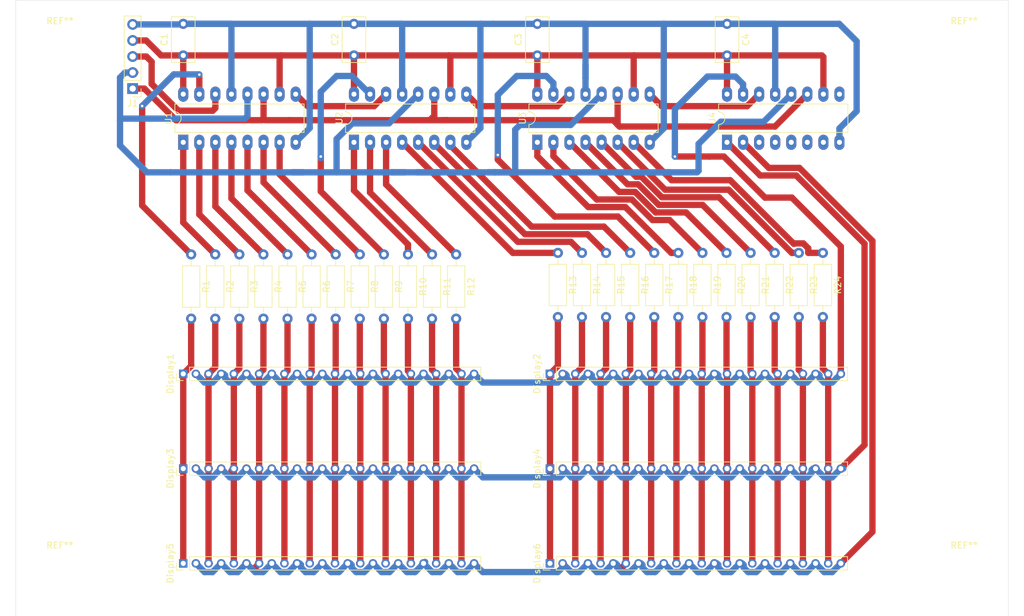
<source format=kicad_pcb>
(kicad_pcb (version 20171130) (host pcbnew "(5.1.9-0-10_14)")

  (general
    (thickness 1.6)
    (drawings 25)
    (tracks 587)
    (zones 0)
    (modules 43)
    (nets 66)
  )

  (page A4)
  (layers
    (0 F.Cu signal)
    (31 B.Cu signal)
    (32 B.Adhes user)
    (33 F.Adhes user)
    (34 B.Paste user)
    (35 F.Paste user)
    (36 B.SilkS user)
    (37 F.SilkS user)
    (38 B.Mask user)
    (39 F.Mask user)
    (40 Dwgs.User user)
    (41 Cmts.User user)
    (42 Eco1.User user)
    (43 Eco2.User user)
    (44 Edge.Cuts user)
    (45 Margin user)
    (46 B.CrtYd user)
    (47 F.CrtYd user)
    (48 B.Fab user)
    (49 F.Fab user)
  )

  (setup
    (last_trace_width 1)
    (user_trace_width 1)
    (trace_clearance 0.2)
    (zone_clearance 0.508)
    (zone_45_only no)
    (trace_min 0.2)
    (via_size 0.8)
    (via_drill 0.4)
    (via_min_size 0.4)
    (via_min_drill 0.3)
    (uvia_size 0.3)
    (uvia_drill 0.1)
    (uvias_allowed no)
    (uvia_min_size 0.2)
    (uvia_min_drill 0.1)
    (edge_width 0.05)
    (segment_width 0.2)
    (pcb_text_width 0.3)
    (pcb_text_size 1.5 1.5)
    (mod_edge_width 0.12)
    (mod_text_size 1 1)
    (mod_text_width 0.15)
    (pad_size 1.524 1.524)
    (pad_drill 0.762)
    (pad_to_mask_clearance 0)
    (aux_axis_origin 0 0)
    (visible_elements FFFFFF7F)
    (pcbplotparams
      (layerselection 0x010fc_ffffffff)
      (usegerberextensions false)
      (usegerberattributes true)
      (usegerberadvancedattributes true)
      (creategerberjobfile true)
      (excludeedgelayer true)
      (linewidth 0.100000)
      (plotframeref false)
      (viasonmask false)
      (mode 1)
      (useauxorigin false)
      (hpglpennumber 1)
      (hpglpenspeed 20)
      (hpglpendiameter 15.000000)
      (psnegative false)
      (psa4output false)
      (plotreference true)
      (plotvalue true)
      (plotinvisibletext false)
      (padsonsilk false)
      (subtractmaskfromsilk false)
      (outputformat 1)
      (mirror false)
      (drillshape 0)
      (scaleselection 1)
      (outputdirectory "Gerbers/"))
  )

  (net 0 "")
  (net 1 GND)
  (net 2 +5V)
  (net 3 "Net-(Display1-Pad10)")
  (net 4 "Net-(Display1-Pad23)")
  (net 5 "Net-(Display1-Pad21)")
  (net 6 "Net-(Display1-Pad19)")
  (net 7 "Net-(Display1-Pad17)")
  (net 8 "Net-(Display1-Pad15)")
  (net 9 "Net-(Display1-Pad13)")
  (net 10 "Net-(Display1-Pad11)")
  (net 11 "Net-(Display1-Pad9)")
  (net 12 "Net-(Display1-Pad7)")
  (net 13 "Net-(Display1-Pad5)")
  (net 14 "Net-(Display1-Pad3)")
  (net 15 "Net-(Display1-Pad1)")
  (net 16 "Net-(Display2-Pad1)")
  (net 17 "Net-(Display2-Pad3)")
  (net 18 "Net-(Display2-Pad5)")
  (net 19 "Net-(Display2-Pad7)")
  (net 20 "Net-(Display2-Pad9)")
  (net 21 "Net-(Display2-Pad11)")
  (net 22 "Net-(Display2-Pad13)")
  (net 23 "Net-(Display2-Pad15)")
  (net 24 "Net-(Display2-Pad17)")
  (net 25 "Net-(Display2-Pad19)")
  (net 26 "Net-(Display2-Pad21)")
  (net 27 "Net-(Display2-Pad23)")
  (net 28 "Net-(Display3-Pad10)")
  (net 29 "Net-(Display5-Pad10)")
  (net 30 "Net-(J1-Pad2)")
  (net 31 "Net-(J1-Pad3)")
  (net 32 "Net-(R1-Pad1)")
  (net 33 "Net-(R2-Pad1)")
  (net 34 "Net-(R3-Pad1)")
  (net 35 "Net-(R4-Pad1)")
  (net 36 "Net-(R5-Pad1)")
  (net 37 "Net-(R6-Pad1)")
  (net 38 "Net-(R7-Pad1)")
  (net 39 "Net-(R8-Pad1)")
  (net 40 "Net-(R9-Pad1)")
  (net 41 "Net-(R10-Pad1)")
  (net 42 "Net-(R11-Pad1)")
  (net 43 "Net-(R12-Pad1)")
  (net 44 "Net-(R13-Pad1)")
  (net 45 "Net-(R14-Pad1)")
  (net 46 "Net-(R15-Pad1)")
  (net 47 "Net-(R16-Pad1)")
  (net 48 "Net-(R17-Pad1)")
  (net 49 "Net-(R18-Pad1)")
  (net 50 "Net-(R19-Pad1)")
  (net 51 "Net-(R20-Pad1)")
  (net 52 "Net-(R21-Pad1)")
  (net 53 "Net-(R22-Pad1)")
  (net 54 "Net-(R23-Pad1)")
  (net 55 "Net-(R24-Pad1)")
  (net 56 "Net-(U1-Pad9)")
  (net 57 "Net-(U2-Pad9)")
  (net 58 "Net-(U3-Pad9)")
  (net 59 "Net-(U4-Pad9)")
  (net 60 "Net-(U4-Pad3)")
  (net 61 "Net-(U4-Pad4)")
  (net 62 "Net-(U4-Pad5)")
  (net 63 "Net-(U4-Pad6)")
  (net 64 "Net-(U4-Pad7)")
  (net 65 "Net-(J1-Pad1)")

  (net_class Default "This is the default net class."
    (clearance 0.2)
    (trace_width 0.25)
    (via_dia 0.8)
    (via_drill 0.4)
    (uvia_dia 0.3)
    (uvia_drill 0.1)
    (add_net +5V)
    (add_net GND)
    (add_net "Net-(Display1-Pad1)")
    (add_net "Net-(Display1-Pad10)")
    (add_net "Net-(Display1-Pad11)")
    (add_net "Net-(Display1-Pad13)")
    (add_net "Net-(Display1-Pad15)")
    (add_net "Net-(Display1-Pad17)")
    (add_net "Net-(Display1-Pad19)")
    (add_net "Net-(Display1-Pad21)")
    (add_net "Net-(Display1-Pad23)")
    (add_net "Net-(Display1-Pad3)")
    (add_net "Net-(Display1-Pad5)")
    (add_net "Net-(Display1-Pad7)")
    (add_net "Net-(Display1-Pad9)")
    (add_net "Net-(Display2-Pad1)")
    (add_net "Net-(Display2-Pad11)")
    (add_net "Net-(Display2-Pad13)")
    (add_net "Net-(Display2-Pad15)")
    (add_net "Net-(Display2-Pad17)")
    (add_net "Net-(Display2-Pad19)")
    (add_net "Net-(Display2-Pad21)")
    (add_net "Net-(Display2-Pad23)")
    (add_net "Net-(Display2-Pad3)")
    (add_net "Net-(Display2-Pad5)")
    (add_net "Net-(Display2-Pad7)")
    (add_net "Net-(Display2-Pad9)")
    (add_net "Net-(Display3-Pad10)")
    (add_net "Net-(Display5-Pad10)")
    (add_net "Net-(J1-Pad1)")
    (add_net "Net-(J1-Pad2)")
    (add_net "Net-(J1-Pad3)")
    (add_net "Net-(R1-Pad1)")
    (add_net "Net-(R10-Pad1)")
    (add_net "Net-(R11-Pad1)")
    (add_net "Net-(R12-Pad1)")
    (add_net "Net-(R13-Pad1)")
    (add_net "Net-(R14-Pad1)")
    (add_net "Net-(R15-Pad1)")
    (add_net "Net-(R16-Pad1)")
    (add_net "Net-(R17-Pad1)")
    (add_net "Net-(R18-Pad1)")
    (add_net "Net-(R19-Pad1)")
    (add_net "Net-(R2-Pad1)")
    (add_net "Net-(R20-Pad1)")
    (add_net "Net-(R21-Pad1)")
    (add_net "Net-(R22-Pad1)")
    (add_net "Net-(R23-Pad1)")
    (add_net "Net-(R24-Pad1)")
    (add_net "Net-(R3-Pad1)")
    (add_net "Net-(R4-Pad1)")
    (add_net "Net-(R5-Pad1)")
    (add_net "Net-(R6-Pad1)")
    (add_net "Net-(R7-Pad1)")
    (add_net "Net-(R8-Pad1)")
    (add_net "Net-(R9-Pad1)")
    (add_net "Net-(U1-Pad9)")
    (add_net "Net-(U2-Pad9)")
    (add_net "Net-(U3-Pad9)")
    (add_net "Net-(U4-Pad3)")
    (add_net "Net-(U4-Pad4)")
    (add_net "Net-(U4-Pad5)")
    (add_net "Net-(U4-Pad6)")
    (add_net "Net-(U4-Pad7)")
    (add_net "Net-(U4-Pad9)")
  )

  (module MountingHole:MountingHole_3.2mm_M3 (layer F.Cu) (tedit 56D1B4CB) (tstamp 604F46CA)
    (at 168 20)
    (descr "Mounting Hole 3.2mm, no annular, M3")
    (tags "mounting hole 3.2mm no annular m3")
    (attr virtual)
    (fp_text reference REF** (at 0 -4.2) (layer F.SilkS)
      (effects (font (size 1 1) (thickness 0.15)))
    )
    (fp_text value MountingHole_3.2mm_M3 (at 0 4.2) (layer F.Fab)
      (effects (font (size 1 1) (thickness 0.15)))
    )
    (fp_text user %R (at 0.3 0) (layer F.Fab)
      (effects (font (size 1 1) (thickness 0.15)))
    )
    (fp_circle (center 0 0) (end 3.2 0) (layer Cmts.User) (width 0.15))
    (fp_circle (center 0 0) (end 3.45 0) (layer F.CrtYd) (width 0.05))
    (pad 1 np_thru_hole circle (at 0 0) (size 3.2 3.2) (drill 3.2) (layers *.Cu *.Mask))
  )

  (module MountingHole:MountingHole_3.2mm_M3 (layer F.Cu) (tedit 56D1B4CB) (tstamp 604F4554)
    (at 168 103)
    (descr "Mounting Hole 3.2mm, no annular, M3")
    (tags "mounting hole 3.2mm no annular m3")
    (attr virtual)
    (fp_text reference REF** (at 0 -4.2) (layer F.SilkS)
      (effects (font (size 1 1) (thickness 0.15)))
    )
    (fp_text value MountingHole_3.2mm_M3 (at 0 4.2) (layer F.Fab)
      (effects (font (size 1 1) (thickness 0.15)))
    )
    (fp_text user %R (at 0.3 0) (layer F.Fab)
      (effects (font (size 1 1) (thickness 0.15)))
    )
    (fp_circle (center 0 0) (end 3.2 0) (layer Cmts.User) (width 0.15))
    (fp_circle (center 0 0) (end 3.45 0) (layer F.CrtYd) (width 0.05))
    (pad 1 np_thru_hole circle (at 0 0) (size 3.2 3.2) (drill 3.2) (layers *.Cu *.Mask))
  )

  (module MountingHole:MountingHole_3.2mm_M3 (layer F.Cu) (tedit 56D1B4CB) (tstamp 604F44FA)
    (at 25 103)
    (descr "Mounting Hole 3.2mm, no annular, M3")
    (tags "mounting hole 3.2mm no annular m3")
    (attr virtual)
    (fp_text reference REF** (at 0 -4.2) (layer F.SilkS)
      (effects (font (size 1 1) (thickness 0.15)))
    )
    (fp_text value MountingHole_3.2mm_M3 (at 0 4.2) (layer F.Fab)
      (effects (font (size 1 1) (thickness 0.15)))
    )
    (fp_text user %R (at 0 0) (layer F.Fab)
      (effects (font (size 1 1) (thickness 0.15)))
    )
    (fp_circle (center 0 0) (end 3.2 0) (layer Cmts.User) (width 0.15))
    (fp_circle (center 0 0) (end 3.45 0) (layer F.CrtYd) (width 0.05))
    (pad 1 np_thru_hole circle (at 0 0) (size 3.2 3.2) (drill 3.2) (layers *.Cu *.Mask))
  )

  (module MountingHole:MountingHole_3.2mm_M3 (layer F.Cu) (tedit 56D1B4CB) (tstamp 604F44C1)
    (at 25 20)
    (descr "Mounting Hole 3.2mm, no annular, M3")
    (tags "mounting hole 3.2mm no annular m3")
    (attr virtual)
    (fp_text reference REF** (at 0 -4.2) (layer F.SilkS)
      (effects (font (size 1 1) (thickness 0.15)))
    )
    (fp_text value MountingHole_3.2mm_M3 (at 0 4.2) (layer F.Fab)
      (effects (font (size 1 1) (thickness 0.15)))
    )
    (fp_text user %R (at 0.3 0) (layer F.Fab)
      (effects (font (size 1 1) (thickness 0.15)))
    )
    (fp_circle (center 0 0) (end 3.2 0) (layer Cmts.User) (width 0.15))
    (fp_circle (center 0 0) (end 3.45 0) (layer F.CrtYd) (width 0.05))
    (pad 1 np_thru_hole circle (at 0 0) (size 3.2 3.2) (drill 3.2) (layers *.Cu *.Mask))
  )

  (module Connector_PinHeader_2.00mm:PinHeader_1x24_P2.00mm_Vertical (layer F.Cu) (tedit 59FED667) (tstamp 604E5936)
    (at 102.5 101.65 90)
    (descr "Through hole straight pin header, 1x24, 2.00mm pitch, single row")
    (tags "Through hole pin header THT 1x24 2.00mm single row")
    (path /6051DB2F)
    (fp_text reference Display6 (at 0 -2.06 90) (layer F.SilkS)
      (effects (font (size 1 1) (thickness 0.15)))
    )
    (fp_text value KYX-125807R (at 0 48.06 90) (layer F.Fab)
      (effects (font (size 1 1) (thickness 0.15)))
    )
    (fp_line (start 1.5 -1.5) (end -1.5 -1.5) (layer F.CrtYd) (width 0.05))
    (fp_line (start 1.5 47.5) (end 1.5 -1.5) (layer F.CrtYd) (width 0.05))
    (fp_line (start -1.5 47.5) (end 1.5 47.5) (layer F.CrtYd) (width 0.05))
    (fp_line (start -1.5 -1.5) (end -1.5 47.5) (layer F.CrtYd) (width 0.05))
    (fp_line (start -1.06 -1.06) (end 0 -1.06) (layer F.SilkS) (width 0.12))
    (fp_line (start -1.06 0) (end -1.06 -1.06) (layer F.SilkS) (width 0.12))
    (fp_line (start -1.06 1) (end 1.06 1) (layer F.SilkS) (width 0.12))
    (fp_line (start 1.06 1) (end 1.06 47.06) (layer F.SilkS) (width 0.12))
    (fp_line (start -1.06 1) (end -1.06 47.06) (layer F.SilkS) (width 0.12))
    (fp_line (start -1.06 47.06) (end 1.06 47.06) (layer F.SilkS) (width 0.12))
    (fp_line (start -1 -0.5) (end -0.5 -1) (layer F.Fab) (width 0.1))
    (fp_line (start -1 47) (end -1 -0.5) (layer F.Fab) (width 0.1))
    (fp_line (start 1 47) (end -1 47) (layer F.Fab) (width 0.1))
    (fp_line (start 1 -1) (end 1 47) (layer F.Fab) (width 0.1))
    (fp_line (start -0.5 -1) (end 1 -1) (layer F.Fab) (width 0.1))
    (fp_text user %R (at 0 23 270) (layer F.Fab)
      (effects (font (size 1 1) (thickness 0.15)))
    )
    (pad 1 thru_hole rect (at 0 0 90) (size 1.35 1.35) (drill 0.8) (layers *.Cu *.Mask)
      (net 16 "Net-(Display2-Pad1)"))
    (pad 2 thru_hole oval (at 0 2 90) (size 1.35 1.35) (drill 0.8) (layers *.Cu *.Mask)
      (net 29 "Net-(Display5-Pad10)"))
    (pad 3 thru_hole oval (at 0 4 90) (size 1.35 1.35) (drill 0.8) (layers *.Cu *.Mask)
      (net 17 "Net-(Display2-Pad3)"))
    (pad 4 thru_hole oval (at 0 6 90) (size 1.35 1.35) (drill 0.8) (layers *.Cu *.Mask)
      (net 29 "Net-(Display5-Pad10)"))
    (pad 5 thru_hole oval (at 0 8 90) (size 1.35 1.35) (drill 0.8) (layers *.Cu *.Mask)
      (net 18 "Net-(Display2-Pad5)"))
    (pad 6 thru_hole oval (at 0 10 90) (size 1.35 1.35) (drill 0.8) (layers *.Cu *.Mask)
      (net 29 "Net-(Display5-Pad10)"))
    (pad 7 thru_hole oval (at 0 12 90) (size 1.35 1.35) (drill 0.8) (layers *.Cu *.Mask)
      (net 19 "Net-(Display2-Pad7)"))
    (pad 8 thru_hole oval (at 0 14 90) (size 1.35 1.35) (drill 0.8) (layers *.Cu *.Mask)
      (net 29 "Net-(Display5-Pad10)"))
    (pad 9 thru_hole oval (at 0 16 90) (size 1.35 1.35) (drill 0.8) (layers *.Cu *.Mask)
      (net 20 "Net-(Display2-Pad9)"))
    (pad 10 thru_hole oval (at 0 18 90) (size 1.35 1.35) (drill 0.8) (layers *.Cu *.Mask)
      (net 29 "Net-(Display5-Pad10)"))
    (pad 11 thru_hole oval (at 0 20 90) (size 1.35 1.35) (drill 0.8) (layers *.Cu *.Mask)
      (net 21 "Net-(Display2-Pad11)"))
    (pad 12 thru_hole oval (at 0 22 90) (size 1.35 1.35) (drill 0.8) (layers *.Cu *.Mask)
      (net 29 "Net-(Display5-Pad10)"))
    (pad 13 thru_hole oval (at 0 24 90) (size 1.35 1.35) (drill 0.8) (layers *.Cu *.Mask)
      (net 22 "Net-(Display2-Pad13)"))
    (pad 14 thru_hole oval (at 0 26 90) (size 1.35 1.35) (drill 0.8) (layers *.Cu *.Mask)
      (net 29 "Net-(Display5-Pad10)"))
    (pad 15 thru_hole oval (at 0 28 90) (size 1.35 1.35) (drill 0.8) (layers *.Cu *.Mask)
      (net 23 "Net-(Display2-Pad15)"))
    (pad 16 thru_hole oval (at 0 30 90) (size 1.35 1.35) (drill 0.8) (layers *.Cu *.Mask)
      (net 29 "Net-(Display5-Pad10)"))
    (pad 17 thru_hole oval (at 0 32 90) (size 1.35 1.35) (drill 0.8) (layers *.Cu *.Mask)
      (net 24 "Net-(Display2-Pad17)"))
    (pad 18 thru_hole oval (at 0 34 90) (size 1.35 1.35) (drill 0.8) (layers *.Cu *.Mask)
      (net 29 "Net-(Display5-Pad10)"))
    (pad 19 thru_hole oval (at 0 36 90) (size 1.35 1.35) (drill 0.8) (layers *.Cu *.Mask)
      (net 25 "Net-(Display2-Pad19)"))
    (pad 20 thru_hole oval (at 0 38 90) (size 1.35 1.35) (drill 0.8) (layers *.Cu *.Mask)
      (net 29 "Net-(Display5-Pad10)"))
    (pad 21 thru_hole oval (at 0 40 90) (size 1.35 1.35) (drill 0.8) (layers *.Cu *.Mask)
      (net 26 "Net-(Display2-Pad21)"))
    (pad 22 thru_hole oval (at 0 42 90) (size 1.35 1.35) (drill 0.8) (layers *.Cu *.Mask)
      (net 29 "Net-(Display5-Pad10)"))
    (pad 23 thru_hole oval (at 0 44 90) (size 1.35 1.35) (drill 0.8) (layers *.Cu *.Mask)
      (net 27 "Net-(Display2-Pad23)"))
    (pad 24 thru_hole oval (at 0 46 90) (size 1.35 1.35) (drill 0.8) (layers *.Cu *.Mask)
      (net 29 "Net-(Display5-Pad10)"))
    (model ${KISYS3DMOD}/Connector_PinHeader_2.00mm.3dshapes/PinHeader_1x24_P2.00mm_Vertical.wrl
      (at (xyz 0 0 0))
      (scale (xyz 1 1 1))
      (rotate (xyz 0 0 0))
    )
  )

  (module Capacitor_THT:C_Rect_L7.0mm_W3.5mm_P5.00mm (layer F.Cu) (tedit 5AE50EF0) (tstamp 604E57F5)
    (at 44.5 21.25 90)
    (descr "C, Rect series, Radial, pin pitch=5.00mm, , length*width=7*3.5mm^2, Capacitor")
    (tags "C Rect series Radial pin pitch 5.00mm  length 7mm width 3.5mm Capacitor")
    (path /611EF424)
    (fp_text reference C1 (at 2.5 -3 90) (layer F.SilkS)
      (effects (font (size 1 1) (thickness 0.15)))
    )
    (fp_text value 100nF (at 2.5 3 90) (layer F.Fab)
      (effects (font (size 1 1) (thickness 0.15)))
    )
    (fp_text user %R (at 2.5 0 90) (layer F.Fab)
      (effects (font (size 1 1) (thickness 0.15)))
    )
    (fp_line (start -1 -1.75) (end -1 1.75) (layer F.Fab) (width 0.1))
    (fp_line (start -1 1.75) (end 6 1.75) (layer F.Fab) (width 0.1))
    (fp_line (start 6 1.75) (end 6 -1.75) (layer F.Fab) (width 0.1))
    (fp_line (start 6 -1.75) (end -1 -1.75) (layer F.Fab) (width 0.1))
    (fp_line (start -1.12 -1.87) (end 6.12 -1.87) (layer F.SilkS) (width 0.12))
    (fp_line (start -1.12 1.87) (end 6.12 1.87) (layer F.SilkS) (width 0.12))
    (fp_line (start -1.12 -1.87) (end -1.12 1.87) (layer F.SilkS) (width 0.12))
    (fp_line (start 6.12 -1.87) (end 6.12 1.87) (layer F.SilkS) (width 0.12))
    (fp_line (start -1.25 -2) (end -1.25 2) (layer F.CrtYd) (width 0.05))
    (fp_line (start -1.25 2) (end 6.25 2) (layer F.CrtYd) (width 0.05))
    (fp_line (start 6.25 2) (end 6.25 -2) (layer F.CrtYd) (width 0.05))
    (fp_line (start 6.25 -2) (end -1.25 -2) (layer F.CrtYd) (width 0.05))
    (pad 2 thru_hole circle (at 5 0 90) (size 1.6 1.6) (drill 0.8) (layers *.Cu *.Mask)
      (net 1 GND))
    (pad 1 thru_hole circle (at 0 0 90) (size 1.6 1.6) (drill 0.8) (layers *.Cu *.Mask)
      (net 2 +5V))
    (model ${KISYS3DMOD}/Capacitor_THT.3dshapes/C_Rect_L7.0mm_W3.5mm_P5.00mm.wrl
      (at (xyz 0 0 0))
      (scale (xyz 1 1 1))
      (rotate (xyz 0 0 0))
    )
  )

  (module Capacitor_THT:C_Rect_L7.0mm_W3.5mm_P5.00mm (layer F.Cu) (tedit 5AE50EF0) (tstamp 604E5808)
    (at 71.5 21.25 90)
    (descr "C, Rect series, Radial, pin pitch=5.00mm, , length*width=7*3.5mm^2, Capacitor")
    (tags "C Rect series Radial pin pitch 5.00mm  length 7mm width 3.5mm Capacitor")
    (path /611EFF3A)
    (fp_text reference C2 (at 2.5 -3 90) (layer F.SilkS)
      (effects (font (size 1 1) (thickness 0.15)))
    )
    (fp_text value 100nF (at 2.5 3 90) (layer F.Fab)
      (effects (font (size 1 1) (thickness 0.15)))
    )
    (fp_line (start 6.25 -2) (end -1.25 -2) (layer F.CrtYd) (width 0.05))
    (fp_line (start 6.25 2) (end 6.25 -2) (layer F.CrtYd) (width 0.05))
    (fp_line (start -1.25 2) (end 6.25 2) (layer F.CrtYd) (width 0.05))
    (fp_line (start -1.25 -2) (end -1.25 2) (layer F.CrtYd) (width 0.05))
    (fp_line (start 6.12 -1.87) (end 6.12 1.87) (layer F.SilkS) (width 0.12))
    (fp_line (start -1.12 -1.87) (end -1.12 1.87) (layer F.SilkS) (width 0.12))
    (fp_line (start -1.12 1.87) (end 6.12 1.87) (layer F.SilkS) (width 0.12))
    (fp_line (start -1.12 -1.87) (end 6.12 -1.87) (layer F.SilkS) (width 0.12))
    (fp_line (start 6 -1.75) (end -1 -1.75) (layer F.Fab) (width 0.1))
    (fp_line (start 6 1.75) (end 6 -1.75) (layer F.Fab) (width 0.1))
    (fp_line (start -1 1.75) (end 6 1.75) (layer F.Fab) (width 0.1))
    (fp_line (start -1 -1.75) (end -1 1.75) (layer F.Fab) (width 0.1))
    (fp_text user %R (at 2.5 0 90) (layer F.Fab)
      (effects (font (size 1 1) (thickness 0.15)))
    )
    (pad 1 thru_hole circle (at 0 0 90) (size 1.6 1.6) (drill 0.8) (layers *.Cu *.Mask)
      (net 2 +5V))
    (pad 2 thru_hole circle (at 5 0 90) (size 1.6 1.6) (drill 0.8) (layers *.Cu *.Mask)
      (net 1 GND))
    (model ${KISYS3DMOD}/Capacitor_THT.3dshapes/C_Rect_L7.0mm_W3.5mm_P5.00mm.wrl
      (at (xyz 0 0 0))
      (scale (xyz 1 1 1))
      (rotate (xyz 0 0 0))
    )
  )

  (module Capacitor_THT:C_Rect_L7.0mm_W3.5mm_P5.00mm (layer F.Cu) (tedit 5AE50EF0) (tstamp 604E581B)
    (at 100.5 21.25 90)
    (descr "C, Rect series, Radial, pin pitch=5.00mm, , length*width=7*3.5mm^2, Capacitor")
    (tags "C Rect series Radial pin pitch 5.00mm  length 7mm width 3.5mm Capacitor")
    (path /611CCD23)
    (fp_text reference C3 (at 2.5 -3 90) (layer F.SilkS)
      (effects (font (size 1 1) (thickness 0.15)))
    )
    (fp_text value 100nF (at 2.5 3 90) (layer F.Fab)
      (effects (font (size 1 1) (thickness 0.15)))
    )
    (fp_line (start 6.25 -2) (end -1.25 -2) (layer F.CrtYd) (width 0.05))
    (fp_line (start 6.25 2) (end 6.25 -2) (layer F.CrtYd) (width 0.05))
    (fp_line (start -1.25 2) (end 6.25 2) (layer F.CrtYd) (width 0.05))
    (fp_line (start -1.25 -2) (end -1.25 2) (layer F.CrtYd) (width 0.05))
    (fp_line (start 6.12 -1.87) (end 6.12 1.87) (layer F.SilkS) (width 0.12))
    (fp_line (start -1.12 -1.87) (end -1.12 1.87) (layer F.SilkS) (width 0.12))
    (fp_line (start -1.12 1.87) (end 6.12 1.87) (layer F.SilkS) (width 0.12))
    (fp_line (start -1.12 -1.87) (end 6.12 -1.87) (layer F.SilkS) (width 0.12))
    (fp_line (start 6 -1.75) (end -1 -1.75) (layer F.Fab) (width 0.1))
    (fp_line (start 6 1.75) (end 6 -1.75) (layer F.Fab) (width 0.1))
    (fp_line (start -1 1.75) (end 6 1.75) (layer F.Fab) (width 0.1))
    (fp_line (start -1 -1.75) (end -1 1.75) (layer F.Fab) (width 0.1))
    (fp_text user %R (at 2 0 90) (layer F.Fab)
      (effects (font (size 1 1) (thickness 0.15)))
    )
    (pad 1 thru_hole circle (at 0 0 90) (size 1.6 1.6) (drill 0.8) (layers *.Cu *.Mask)
      (net 2 +5V))
    (pad 2 thru_hole circle (at 5 0 90) (size 1.6 1.6) (drill 0.8) (layers *.Cu *.Mask)
      (net 1 GND))
    (model ${KISYS3DMOD}/Capacitor_THT.3dshapes/C_Rect_L7.0mm_W3.5mm_P5.00mm.wrl
      (at (xyz 0 0 0))
      (scale (xyz 1 1 1))
      (rotate (xyz 0 0 0))
    )
  )

  (module Capacitor_THT:C_Rect_L7.0mm_W3.5mm_P5.00mm (layer F.Cu) (tedit 5AE50EF0) (tstamp 604E582E)
    (at 130.5 16.25 270)
    (descr "C, Rect series, Radial, pin pitch=5.00mm, , length*width=7*3.5mm^2, Capacitor")
    (tags "C Rect series Radial pin pitch 5.00mm  length 7mm width 3.5mm Capacitor")
    (path /61127F9A)
    (fp_text reference C4 (at 2.5 -3 90) (layer F.SilkS)
      (effects (font (size 1 1) (thickness 0.15)))
    )
    (fp_text value 100nF (at 2.5 3 90) (layer F.Fab)
      (effects (font (size 1 1) (thickness 0.15)))
    )
    (fp_text user %R (at 2.5 0 90) (layer F.Fab)
      (effects (font (size 1 1) (thickness 0.15)))
    )
    (fp_line (start -1 -1.75) (end -1 1.75) (layer F.Fab) (width 0.1))
    (fp_line (start -1 1.75) (end 6 1.75) (layer F.Fab) (width 0.1))
    (fp_line (start 6 1.75) (end 6 -1.75) (layer F.Fab) (width 0.1))
    (fp_line (start 6 -1.75) (end -1 -1.75) (layer F.Fab) (width 0.1))
    (fp_line (start -1.12 -1.87) (end 6.12 -1.87) (layer F.SilkS) (width 0.12))
    (fp_line (start -1.12 1.87) (end 6.12 1.87) (layer F.SilkS) (width 0.12))
    (fp_line (start -1.12 -1.87) (end -1.12 1.87) (layer F.SilkS) (width 0.12))
    (fp_line (start 6.12 -1.87) (end 6.12 1.87) (layer F.SilkS) (width 0.12))
    (fp_line (start -1.25 -2) (end -1.25 2) (layer F.CrtYd) (width 0.05))
    (fp_line (start -1.25 2) (end 6.25 2) (layer F.CrtYd) (width 0.05))
    (fp_line (start 6.25 2) (end 6.25 -2) (layer F.CrtYd) (width 0.05))
    (fp_line (start 6.25 -2) (end -1.25 -2) (layer F.CrtYd) (width 0.05))
    (pad 2 thru_hole circle (at 5 0 270) (size 1.6 1.6) (drill 0.8) (layers *.Cu *.Mask)
      (net 2 +5V))
    (pad 1 thru_hole circle (at 0 0 270) (size 1.6 1.6) (drill 0.8) (layers *.Cu *.Mask)
      (net 1 GND))
    (model ${KISYS3DMOD}/Capacitor_THT.3dshapes/C_Rect_L7.0mm_W3.5mm_P5.00mm.wrl
      (at (xyz 0 0 0))
      (scale (xyz 1 1 1))
      (rotate (xyz 0 0 0))
    )
  )

  (module Connector_PinHeader_2.00mm:PinHeader_1x24_P2.00mm_Vertical (layer F.Cu) (tedit 59FED667) (tstamp 604E585A)
    (at 44.5 71.65 90)
    (descr "Through hole straight pin header, 1x24, 2.00mm pitch, single row")
    (tags "Through hole pin header THT 1x24 2.00mm single row")
    (path /604FE365)
    (fp_text reference Display1 (at 0 -2.06 90) (layer F.SilkS)
      (effects (font (size 1 1) (thickness 0.15)))
    )
    (fp_text value STBD001-4R8G (at 0 48.06 90) (layer F.Fab)
      (effects (font (size 1 1) (thickness 0.15)))
    )
    (fp_text user %R (at 0 23) (layer F.Fab)
      (effects (font (size 1 1) (thickness 0.15)))
    )
    (fp_line (start -0.5 -1) (end 1 -1) (layer F.Fab) (width 0.1))
    (fp_line (start 1 -1) (end 1 47) (layer F.Fab) (width 0.1))
    (fp_line (start 1 47) (end -1 47) (layer F.Fab) (width 0.1))
    (fp_line (start -1 47) (end -1 -0.5) (layer F.Fab) (width 0.1))
    (fp_line (start -1 -0.5) (end -0.5 -1) (layer F.Fab) (width 0.1))
    (fp_line (start -1.06 47.06) (end 1.06 47.06) (layer F.SilkS) (width 0.12))
    (fp_line (start -1.06 1) (end -1.06 47.06) (layer F.SilkS) (width 0.12))
    (fp_line (start 1.06 1) (end 1.06 47.06) (layer F.SilkS) (width 0.12))
    (fp_line (start -1.06 1) (end 1.06 1) (layer F.SilkS) (width 0.12))
    (fp_line (start -1.06 0) (end -1.06 -1.06) (layer F.SilkS) (width 0.12))
    (fp_line (start -1.06 -1.06) (end 0 -1.06) (layer F.SilkS) (width 0.12))
    (fp_line (start -1.5 -1.5) (end -1.5 47.5) (layer F.CrtYd) (width 0.05))
    (fp_line (start -1.5 47.5) (end 1.5 47.5) (layer F.CrtYd) (width 0.05))
    (fp_line (start 1.5 47.5) (end 1.5 -1.5) (layer F.CrtYd) (width 0.05))
    (fp_line (start 1.5 -1.5) (end -1.5 -1.5) (layer F.CrtYd) (width 0.05))
    (pad 24 thru_hole oval (at 0 46 90) (size 1.35 1.35) (drill 0.8) (layers *.Cu *.Mask)
      (net 3 "Net-(Display1-Pad10)"))
    (pad 23 thru_hole oval (at 0 44 90) (size 1.35 1.35) (drill 0.8) (layers *.Cu *.Mask)
      (net 4 "Net-(Display1-Pad23)"))
    (pad 22 thru_hole oval (at 0 42 90) (size 1.35 1.35) (drill 0.8) (layers *.Cu *.Mask)
      (net 3 "Net-(Display1-Pad10)"))
    (pad 21 thru_hole oval (at 0 40 90) (size 1.35 1.35) (drill 0.8) (layers *.Cu *.Mask)
      (net 5 "Net-(Display1-Pad21)"))
    (pad 20 thru_hole oval (at 0 38 90) (size 1.35 1.35) (drill 0.8) (layers *.Cu *.Mask)
      (net 3 "Net-(Display1-Pad10)"))
    (pad 19 thru_hole oval (at 0 36 90) (size 1.35 1.35) (drill 0.8) (layers *.Cu *.Mask)
      (net 6 "Net-(Display1-Pad19)"))
    (pad 18 thru_hole oval (at 0 34 90) (size 1.35 1.35) (drill 0.8) (layers *.Cu *.Mask)
      (net 3 "Net-(Display1-Pad10)"))
    (pad 17 thru_hole oval (at 0 32 90) (size 1.35 1.35) (drill 0.8) (layers *.Cu *.Mask)
      (net 7 "Net-(Display1-Pad17)"))
    (pad 16 thru_hole oval (at 0 30 90) (size 1.35 1.35) (drill 0.8) (layers *.Cu *.Mask)
      (net 3 "Net-(Display1-Pad10)"))
    (pad 15 thru_hole oval (at 0 28 90) (size 1.35 1.35) (drill 0.8) (layers *.Cu *.Mask)
      (net 8 "Net-(Display1-Pad15)"))
    (pad 14 thru_hole oval (at 0 26 90) (size 1.35 1.35) (drill 0.8) (layers *.Cu *.Mask)
      (net 3 "Net-(Display1-Pad10)"))
    (pad 13 thru_hole oval (at 0 24 90) (size 1.35 1.35) (drill 0.8) (layers *.Cu *.Mask)
      (net 9 "Net-(Display1-Pad13)"))
    (pad 12 thru_hole oval (at 0 22 90) (size 1.35 1.35) (drill 0.8) (layers *.Cu *.Mask)
      (net 3 "Net-(Display1-Pad10)"))
    (pad 11 thru_hole oval (at 0 20 90) (size 1.35 1.35) (drill 0.8) (layers *.Cu *.Mask)
      (net 10 "Net-(Display1-Pad11)"))
    (pad 10 thru_hole oval (at 0 18 90) (size 1.35 1.35) (drill 0.8) (layers *.Cu *.Mask)
      (net 3 "Net-(Display1-Pad10)"))
    (pad 9 thru_hole oval (at 0 16 90) (size 1.35 1.35) (drill 0.8) (layers *.Cu *.Mask)
      (net 11 "Net-(Display1-Pad9)"))
    (pad 8 thru_hole oval (at 0 14 90) (size 1.35 1.35) (drill 0.8) (layers *.Cu *.Mask)
      (net 3 "Net-(Display1-Pad10)"))
    (pad 7 thru_hole oval (at 0 12 90) (size 1.35 1.35) (drill 0.8) (layers *.Cu *.Mask)
      (net 12 "Net-(Display1-Pad7)"))
    (pad 6 thru_hole oval (at 0 10 90) (size 1.35 1.35) (drill 0.8) (layers *.Cu *.Mask)
      (net 3 "Net-(Display1-Pad10)"))
    (pad 5 thru_hole oval (at 0 8 90) (size 1.35 1.35) (drill 0.8) (layers *.Cu *.Mask)
      (net 13 "Net-(Display1-Pad5)"))
    (pad 4 thru_hole oval (at 0 6 90) (size 1.35 1.35) (drill 0.8) (layers *.Cu *.Mask)
      (net 3 "Net-(Display1-Pad10)"))
    (pad 3 thru_hole oval (at 0 4 90) (size 1.35 1.35) (drill 0.8) (layers *.Cu *.Mask)
      (net 14 "Net-(Display1-Pad3)"))
    (pad 2 thru_hole oval (at 0 2 90) (size 1.35 1.35) (drill 0.8) (layers *.Cu *.Mask)
      (net 3 "Net-(Display1-Pad10)"))
    (pad 1 thru_hole rect (at 0 0 90) (size 1.35 1.35) (drill 0.8) (layers *.Cu *.Mask)
      (net 15 "Net-(Display1-Pad1)"))
    (model ${KISYS3DMOD}/Connector_PinHeader_2.00mm.3dshapes/PinHeader_1x24_P2.00mm_Vertical.wrl
      (at (xyz 0 0 0))
      (scale (xyz 1 1 1))
      (rotate (xyz 0 0 0))
    )
  )

  (module Connector_PinHeader_2.00mm:PinHeader_1x24_P2.00mm_Vertical (layer F.Cu) (tedit 59FED667) (tstamp 604E5886)
    (at 102.5 71.65 90)
    (descr "Through hole straight pin header, 1x24, 2.00mm pitch, single row")
    (tags "Through hole pin header THT 1x24 2.00mm single row")
    (path /6051795A)
    (fp_text reference Display2 (at 0 -2.06 90) (layer F.SilkS)
      (effects (font (size 1 1) (thickness 0.15)))
    )
    (fp_text value KYX-125807R (at 0 48.06 90) (layer F.Fab)
      (effects (font (size 1 1) (thickness 0.15)))
    )
    (fp_line (start 1.5 -1.5) (end -1.5 -1.5) (layer F.CrtYd) (width 0.05))
    (fp_line (start 1.5 47.5) (end 1.5 -1.5) (layer F.CrtYd) (width 0.05))
    (fp_line (start -1.5 47.5) (end 1.5 47.5) (layer F.CrtYd) (width 0.05))
    (fp_line (start -1.5 -1.5) (end -1.5 47.5) (layer F.CrtYd) (width 0.05))
    (fp_line (start -1.06 -1.06) (end 0 -1.06) (layer F.SilkS) (width 0.12))
    (fp_line (start -1.06 0) (end -1.06 -1.06) (layer F.SilkS) (width 0.12))
    (fp_line (start -1.06 1) (end 1.06 1) (layer F.SilkS) (width 0.12))
    (fp_line (start 1.06 1) (end 1.06 47.06) (layer F.SilkS) (width 0.12))
    (fp_line (start -1.06 1) (end -1.06 47.06) (layer F.SilkS) (width 0.12))
    (fp_line (start -1.06 47.06) (end 1.06 47.06) (layer F.SilkS) (width 0.12))
    (fp_line (start -1 -0.5) (end -0.5 -1) (layer F.Fab) (width 0.1))
    (fp_line (start -1 47) (end -1 -0.5) (layer F.Fab) (width 0.1))
    (fp_line (start 1 47) (end -1 47) (layer F.Fab) (width 0.1))
    (fp_line (start 1 -1) (end 1 47) (layer F.Fab) (width 0.1))
    (fp_line (start -0.5 -1) (end 1 -1) (layer F.Fab) (width 0.1))
    (fp_text user %R (at 0 23) (layer F.Fab)
      (effects (font (size 1 1) (thickness 0.15)))
    )
    (pad 1 thru_hole rect (at 0 0 90) (size 1.35 1.35) (drill 0.8) (layers *.Cu *.Mask)
      (net 16 "Net-(Display2-Pad1)"))
    (pad 2 thru_hole oval (at 0 2 90) (size 1.35 1.35) (drill 0.8) (layers *.Cu *.Mask)
      (net 3 "Net-(Display1-Pad10)"))
    (pad 3 thru_hole oval (at 0 4 90) (size 1.35 1.35) (drill 0.8) (layers *.Cu *.Mask)
      (net 17 "Net-(Display2-Pad3)"))
    (pad 4 thru_hole oval (at 0 6 90) (size 1.35 1.35) (drill 0.8) (layers *.Cu *.Mask)
      (net 3 "Net-(Display1-Pad10)"))
    (pad 5 thru_hole oval (at 0 8 90) (size 1.35 1.35) (drill 0.8) (layers *.Cu *.Mask)
      (net 18 "Net-(Display2-Pad5)"))
    (pad 6 thru_hole oval (at 0 10 90) (size 1.35 1.35) (drill 0.8) (layers *.Cu *.Mask)
      (net 3 "Net-(Display1-Pad10)"))
    (pad 7 thru_hole oval (at 0 12 90) (size 1.35 1.35) (drill 0.8) (layers *.Cu *.Mask)
      (net 19 "Net-(Display2-Pad7)"))
    (pad 8 thru_hole oval (at 0 14 90) (size 1.35 1.35) (drill 0.8) (layers *.Cu *.Mask)
      (net 3 "Net-(Display1-Pad10)"))
    (pad 9 thru_hole oval (at 0 16 90) (size 1.35 1.35) (drill 0.8) (layers *.Cu *.Mask)
      (net 20 "Net-(Display2-Pad9)"))
    (pad 10 thru_hole oval (at 0 18 90) (size 1.35 1.35) (drill 0.8) (layers *.Cu *.Mask)
      (net 3 "Net-(Display1-Pad10)"))
    (pad 11 thru_hole oval (at 0 20 90) (size 1.35 1.35) (drill 0.8) (layers *.Cu *.Mask)
      (net 21 "Net-(Display2-Pad11)"))
    (pad 12 thru_hole oval (at 0 22 90) (size 1.35 1.35) (drill 0.8) (layers *.Cu *.Mask)
      (net 3 "Net-(Display1-Pad10)"))
    (pad 13 thru_hole oval (at 0 24 90) (size 1.35 1.35) (drill 0.8) (layers *.Cu *.Mask)
      (net 22 "Net-(Display2-Pad13)"))
    (pad 14 thru_hole oval (at 0 26 90) (size 1.35 1.35) (drill 0.8) (layers *.Cu *.Mask)
      (net 3 "Net-(Display1-Pad10)"))
    (pad 15 thru_hole oval (at 0 28 90) (size 1.35 1.35) (drill 0.8) (layers *.Cu *.Mask)
      (net 23 "Net-(Display2-Pad15)"))
    (pad 16 thru_hole oval (at 0 30 90) (size 1.35 1.35) (drill 0.8) (layers *.Cu *.Mask)
      (net 3 "Net-(Display1-Pad10)"))
    (pad 17 thru_hole oval (at 0 32 90) (size 1.35 1.35) (drill 0.8) (layers *.Cu *.Mask)
      (net 24 "Net-(Display2-Pad17)"))
    (pad 18 thru_hole oval (at 0 34 90) (size 1.35 1.35) (drill 0.8) (layers *.Cu *.Mask)
      (net 3 "Net-(Display1-Pad10)"))
    (pad 19 thru_hole oval (at 0 36 90) (size 1.35 1.35) (drill 0.8) (layers *.Cu *.Mask)
      (net 25 "Net-(Display2-Pad19)"))
    (pad 20 thru_hole oval (at 0 38 90) (size 1.35 1.35) (drill 0.8) (layers *.Cu *.Mask)
      (net 3 "Net-(Display1-Pad10)"))
    (pad 21 thru_hole oval (at 0 40 90) (size 1.35 1.35) (drill 0.8) (layers *.Cu *.Mask)
      (net 26 "Net-(Display2-Pad21)"))
    (pad 22 thru_hole oval (at 0 42 90) (size 1.35 1.35) (drill 0.8) (layers *.Cu *.Mask)
      (net 3 "Net-(Display1-Pad10)"))
    (pad 23 thru_hole oval (at 0 44 90) (size 1.35 1.35) (drill 0.8) (layers *.Cu *.Mask)
      (net 27 "Net-(Display2-Pad23)"))
    (pad 24 thru_hole oval (at 0 46 90) (size 1.35 1.35) (drill 0.8) (layers *.Cu *.Mask)
      (net 3 "Net-(Display1-Pad10)"))
    (model ${KISYS3DMOD}/Connector_PinHeader_2.00mm.3dshapes/PinHeader_1x24_P2.00mm_Vertical.wrl
      (at (xyz 0 0 0))
      (scale (xyz 1 1 1))
      (rotate (xyz 0 0 0))
    )
  )

  (module Connector_PinHeader_2.00mm:PinHeader_1x24_P2.00mm_Vertical (layer F.Cu) (tedit 59FED667) (tstamp 604E58B2)
    (at 44.5 86.65 90)
    (descr "Through hole straight pin header, 1x24, 2.00mm pitch, single row")
    (tags "Through hole pin header THT 1x24 2.00mm single row")
    (path /604F5E82)
    (fp_text reference Display3 (at 0 -2.06 90) (layer F.SilkS)
      (effects (font (size 1 1) (thickness 0.15)))
    )
    (fp_text value STBD001-4R8G (at 0 48.06 90) (layer F.Fab)
      (effects (font (size 1 1) (thickness 0.15)))
    )
    (fp_text user %R (at 0 23) (layer F.Fab)
      (effects (font (size 1 1) (thickness 0.15)))
    )
    (fp_line (start -0.5 -1) (end 1 -1) (layer F.Fab) (width 0.1))
    (fp_line (start 1 -1) (end 1 47) (layer F.Fab) (width 0.1))
    (fp_line (start 1 47) (end -1 47) (layer F.Fab) (width 0.1))
    (fp_line (start -1 47) (end -1 -0.5) (layer F.Fab) (width 0.1))
    (fp_line (start -1 -0.5) (end -0.5 -1) (layer F.Fab) (width 0.1))
    (fp_line (start -1.06 47.06) (end 1.06 47.06) (layer F.SilkS) (width 0.12))
    (fp_line (start -1.06 1) (end -1.06 47.06) (layer F.SilkS) (width 0.12))
    (fp_line (start 1.06 1) (end 1.06 47.06) (layer F.SilkS) (width 0.12))
    (fp_line (start -1.06 1) (end 1.06 1) (layer F.SilkS) (width 0.12))
    (fp_line (start -1.06 0) (end -1.06 -1.06) (layer F.SilkS) (width 0.12))
    (fp_line (start -1.06 -1.06) (end 0 -1.06) (layer F.SilkS) (width 0.12))
    (fp_line (start -1.5 -1.5) (end -1.5 47.5) (layer F.CrtYd) (width 0.05))
    (fp_line (start -1.5 47.5) (end 1.5 47.5) (layer F.CrtYd) (width 0.05))
    (fp_line (start 1.5 47.5) (end 1.5 -1.5) (layer F.CrtYd) (width 0.05))
    (fp_line (start 1.5 -1.5) (end -1.5 -1.5) (layer F.CrtYd) (width 0.05))
    (pad 24 thru_hole oval (at 0 46 90) (size 1.35 1.35) (drill 0.8) (layers *.Cu *.Mask)
      (net 28 "Net-(Display3-Pad10)"))
    (pad 23 thru_hole oval (at 0 44 90) (size 1.35 1.35) (drill 0.8) (layers *.Cu *.Mask)
      (net 4 "Net-(Display1-Pad23)"))
    (pad 22 thru_hole oval (at 0 42 90) (size 1.35 1.35) (drill 0.8) (layers *.Cu *.Mask)
      (net 28 "Net-(Display3-Pad10)"))
    (pad 21 thru_hole oval (at 0 40 90) (size 1.35 1.35) (drill 0.8) (layers *.Cu *.Mask)
      (net 5 "Net-(Display1-Pad21)"))
    (pad 20 thru_hole oval (at 0 38 90) (size 1.35 1.35) (drill 0.8) (layers *.Cu *.Mask)
      (net 28 "Net-(Display3-Pad10)"))
    (pad 19 thru_hole oval (at 0 36 90) (size 1.35 1.35) (drill 0.8) (layers *.Cu *.Mask)
      (net 6 "Net-(Display1-Pad19)"))
    (pad 18 thru_hole oval (at 0 34 90) (size 1.35 1.35) (drill 0.8) (layers *.Cu *.Mask)
      (net 28 "Net-(Display3-Pad10)"))
    (pad 17 thru_hole oval (at 0 32 90) (size 1.35 1.35) (drill 0.8) (layers *.Cu *.Mask)
      (net 7 "Net-(Display1-Pad17)"))
    (pad 16 thru_hole oval (at 0 30 90) (size 1.35 1.35) (drill 0.8) (layers *.Cu *.Mask)
      (net 28 "Net-(Display3-Pad10)"))
    (pad 15 thru_hole oval (at 0 28 90) (size 1.35 1.35) (drill 0.8) (layers *.Cu *.Mask)
      (net 8 "Net-(Display1-Pad15)"))
    (pad 14 thru_hole oval (at 0 26 90) (size 1.35 1.35) (drill 0.8) (layers *.Cu *.Mask)
      (net 28 "Net-(Display3-Pad10)"))
    (pad 13 thru_hole oval (at 0 24 90) (size 1.35 1.35) (drill 0.8) (layers *.Cu *.Mask)
      (net 9 "Net-(Display1-Pad13)"))
    (pad 12 thru_hole oval (at 0 22 90) (size 1.35 1.35) (drill 0.8) (layers *.Cu *.Mask)
      (net 28 "Net-(Display3-Pad10)"))
    (pad 11 thru_hole oval (at 0 20 90) (size 1.35 1.35) (drill 0.8) (layers *.Cu *.Mask)
      (net 10 "Net-(Display1-Pad11)"))
    (pad 10 thru_hole oval (at 0 18 90) (size 1.35 1.35) (drill 0.8) (layers *.Cu *.Mask)
      (net 28 "Net-(Display3-Pad10)"))
    (pad 9 thru_hole oval (at 0 16 90) (size 1.35 1.35) (drill 0.8) (layers *.Cu *.Mask)
      (net 11 "Net-(Display1-Pad9)"))
    (pad 8 thru_hole oval (at 0 14 90) (size 1.35 1.35) (drill 0.8) (layers *.Cu *.Mask)
      (net 28 "Net-(Display3-Pad10)"))
    (pad 7 thru_hole oval (at 0 12 90) (size 1.35 1.35) (drill 0.8) (layers *.Cu *.Mask)
      (net 12 "Net-(Display1-Pad7)"))
    (pad 6 thru_hole oval (at 0 10 90) (size 1.35 1.35) (drill 0.8) (layers *.Cu *.Mask)
      (net 28 "Net-(Display3-Pad10)"))
    (pad 5 thru_hole oval (at 0 8 90) (size 1.35 1.35) (drill 0.8) (layers *.Cu *.Mask)
      (net 13 "Net-(Display1-Pad5)"))
    (pad 4 thru_hole oval (at 0 6 90) (size 1.35 1.35) (drill 0.8) (layers *.Cu *.Mask)
      (net 28 "Net-(Display3-Pad10)"))
    (pad 3 thru_hole oval (at 0 4 90) (size 1.35 1.35) (drill 0.8) (layers *.Cu *.Mask)
      (net 14 "Net-(Display1-Pad3)"))
    (pad 2 thru_hole oval (at 0 2 90) (size 1.35 1.35) (drill 0.8) (layers *.Cu *.Mask)
      (net 28 "Net-(Display3-Pad10)"))
    (pad 1 thru_hole rect (at 0 0 90) (size 1.35 1.35) (drill 0.8) (layers *.Cu *.Mask)
      (net 15 "Net-(Display1-Pad1)"))
    (model ${KISYS3DMOD}/Connector_PinHeader_2.00mm.3dshapes/PinHeader_1x24_P2.00mm_Vertical.wrl
      (at (xyz 0 0 0))
      (scale (xyz 1 1 1))
      (rotate (xyz 0 0 0))
    )
  )

  (module Connector_PinHeader_2.00mm:PinHeader_1x24_P2.00mm_Vertical (layer F.Cu) (tedit 59FED667) (tstamp 604E58DE)
    (at 102.5 86.65 90)
    (descr "Through hole straight pin header, 1x24, 2.00mm pitch, single row")
    (tags "Through hole pin header THT 1x24 2.00mm single row")
    (path /6051AEAD)
    (fp_text reference Display4 (at 0 -2.06 90) (layer F.SilkS)
      (effects (font (size 1 1) (thickness 0.15)))
    )
    (fp_text value KYX-125807R (at 0 48.06 90) (layer F.Fab)
      (effects (font (size 1 1) (thickness 0.15)))
    )
    (fp_text user %R (at 0 23) (layer F.Fab)
      (effects (font (size 1 1) (thickness 0.15)))
    )
    (fp_line (start -0.5 -1) (end 1 -1) (layer F.Fab) (width 0.1))
    (fp_line (start 1 -1) (end 1 47) (layer F.Fab) (width 0.1))
    (fp_line (start 1 47) (end -1 47) (layer F.Fab) (width 0.1))
    (fp_line (start -1 47) (end -1 -0.5) (layer F.Fab) (width 0.1))
    (fp_line (start -1 -0.5) (end -0.5 -1) (layer F.Fab) (width 0.1))
    (fp_line (start -1.06 47.06) (end 1.06 47.06) (layer F.SilkS) (width 0.12))
    (fp_line (start -1.06 1) (end -1.06 47.06) (layer F.SilkS) (width 0.12))
    (fp_line (start 1.06 1) (end 1.06 47.06) (layer F.SilkS) (width 0.12))
    (fp_line (start -1.06 1) (end 1.06 1) (layer F.SilkS) (width 0.12))
    (fp_line (start -1.06 0) (end -1.06 -1.06) (layer F.SilkS) (width 0.12))
    (fp_line (start -1.06 -1.06) (end 0 -1.06) (layer F.SilkS) (width 0.12))
    (fp_line (start -1.5 -1.5) (end -1.5 47.5) (layer F.CrtYd) (width 0.05))
    (fp_line (start -1.5 47.5) (end 1.5 47.5) (layer F.CrtYd) (width 0.05))
    (fp_line (start 1.5 47.5) (end 1.5 -1.5) (layer F.CrtYd) (width 0.05))
    (fp_line (start 1.5 -1.5) (end -1.5 -1.5) (layer F.CrtYd) (width 0.05))
    (pad 24 thru_hole oval (at 0 46 90) (size 1.35 1.35) (drill 0.8) (layers *.Cu *.Mask)
      (net 28 "Net-(Display3-Pad10)"))
    (pad 23 thru_hole oval (at 0 44 90) (size 1.35 1.35) (drill 0.8) (layers *.Cu *.Mask)
      (net 27 "Net-(Display2-Pad23)"))
    (pad 22 thru_hole oval (at 0 42 90) (size 1.35 1.35) (drill 0.8) (layers *.Cu *.Mask)
      (net 28 "Net-(Display3-Pad10)"))
    (pad 21 thru_hole oval (at 0 40 90) (size 1.35 1.35) (drill 0.8) (layers *.Cu *.Mask)
      (net 26 "Net-(Display2-Pad21)"))
    (pad 20 thru_hole oval (at 0 38 90) (size 1.35 1.35) (drill 0.8) (layers *.Cu *.Mask)
      (net 28 "Net-(Display3-Pad10)"))
    (pad 19 thru_hole oval (at 0 36 90) (size 1.35 1.35) (drill 0.8) (layers *.Cu *.Mask)
      (net 25 "Net-(Display2-Pad19)"))
    (pad 18 thru_hole oval (at 0 34 90) (size 1.35 1.35) (drill 0.8) (layers *.Cu *.Mask)
      (net 28 "Net-(Display3-Pad10)"))
    (pad 17 thru_hole oval (at 0 32 90) (size 1.35 1.35) (drill 0.8) (layers *.Cu *.Mask)
      (net 24 "Net-(Display2-Pad17)"))
    (pad 16 thru_hole oval (at 0 30 90) (size 1.35 1.35) (drill 0.8) (layers *.Cu *.Mask)
      (net 28 "Net-(Display3-Pad10)"))
    (pad 15 thru_hole oval (at 0 28 90) (size 1.35 1.35) (drill 0.8) (layers *.Cu *.Mask)
      (net 23 "Net-(Display2-Pad15)"))
    (pad 14 thru_hole oval (at 0 26 90) (size 1.35 1.35) (drill 0.8) (layers *.Cu *.Mask)
      (net 28 "Net-(Display3-Pad10)"))
    (pad 13 thru_hole oval (at 0 24 90) (size 1.35 1.35) (drill 0.8) (layers *.Cu *.Mask)
      (net 22 "Net-(Display2-Pad13)"))
    (pad 12 thru_hole oval (at 0 22 90) (size 1.35 1.35) (drill 0.8) (layers *.Cu *.Mask)
      (net 28 "Net-(Display3-Pad10)"))
    (pad 11 thru_hole oval (at 0 20 90) (size 1.35 1.35) (drill 0.8) (layers *.Cu *.Mask)
      (net 21 "Net-(Display2-Pad11)"))
    (pad 10 thru_hole oval (at 0 18 90) (size 1.35 1.35) (drill 0.8) (layers *.Cu *.Mask)
      (net 28 "Net-(Display3-Pad10)"))
    (pad 9 thru_hole oval (at 0 16 90) (size 1.35 1.35) (drill 0.8) (layers *.Cu *.Mask)
      (net 20 "Net-(Display2-Pad9)"))
    (pad 8 thru_hole oval (at 0 14 90) (size 1.35 1.35) (drill 0.8) (layers *.Cu *.Mask)
      (net 28 "Net-(Display3-Pad10)"))
    (pad 7 thru_hole oval (at 0 12 90) (size 1.35 1.35) (drill 0.8) (layers *.Cu *.Mask)
      (net 19 "Net-(Display2-Pad7)"))
    (pad 6 thru_hole oval (at 0 10 90) (size 1.35 1.35) (drill 0.8) (layers *.Cu *.Mask)
      (net 28 "Net-(Display3-Pad10)"))
    (pad 5 thru_hole oval (at 0 8 90) (size 1.35 1.35) (drill 0.8) (layers *.Cu *.Mask)
      (net 18 "Net-(Display2-Pad5)"))
    (pad 4 thru_hole oval (at 0 6 90) (size 1.35 1.35) (drill 0.8) (layers *.Cu *.Mask)
      (net 28 "Net-(Display3-Pad10)"))
    (pad 3 thru_hole oval (at 0 4 90) (size 1.35 1.35) (drill 0.8) (layers *.Cu *.Mask)
      (net 17 "Net-(Display2-Pad3)"))
    (pad 2 thru_hole oval (at 0 2 90) (size 1.35 1.35) (drill 0.8) (layers *.Cu *.Mask)
      (net 28 "Net-(Display3-Pad10)"))
    (pad 1 thru_hole rect (at 0 0 90) (size 1.35 1.35) (drill 0.8) (layers *.Cu *.Mask)
      (net 16 "Net-(Display2-Pad1)"))
    (model ${KISYS3DMOD}/Connector_PinHeader_2.00mm.3dshapes/PinHeader_1x24_P2.00mm_Vertical.wrl
      (at (xyz 0 0 0))
      (scale (xyz 1 1 1))
      (rotate (xyz 0 0 0))
    )
  )

  (module Connector_PinHeader_2.00mm:PinHeader_1x24_P2.00mm_Vertical (layer F.Cu) (tedit 59FED667) (tstamp 604E590A)
    (at 44.5 101.65 90)
    (descr "Through hole straight pin header, 1x24, 2.00mm pitch, single row")
    (tags "Through hole pin header THT 1x24 2.00mm single row")
    (path /604FAF0A)
    (fp_text reference Display5 (at 0 -2.06 90) (layer F.SilkS)
      (effects (font (size 1 1) (thickness 0.15)))
    )
    (fp_text value STBD001-4R8G (at 0 48.06 90) (layer F.Fab)
      (effects (font (size 1 1) (thickness 0.15)))
    )
    (fp_line (start 1.5 -1.5) (end -1.5 -1.5) (layer F.CrtYd) (width 0.05))
    (fp_line (start 1.5 47.5) (end 1.5 -1.5) (layer F.CrtYd) (width 0.05))
    (fp_line (start -1.5 47.5) (end 1.5 47.5) (layer F.CrtYd) (width 0.05))
    (fp_line (start -1.5 -1.5) (end -1.5 47.5) (layer F.CrtYd) (width 0.05))
    (fp_line (start -1.06 -1.06) (end 0 -1.06) (layer F.SilkS) (width 0.12))
    (fp_line (start -1.06 0) (end -1.06 -1.06) (layer F.SilkS) (width 0.12))
    (fp_line (start -1.06 1) (end 1.06 1) (layer F.SilkS) (width 0.12))
    (fp_line (start 1.06 1) (end 1.06 47.06) (layer F.SilkS) (width 0.12))
    (fp_line (start -1.06 1) (end -1.06 47.06) (layer F.SilkS) (width 0.12))
    (fp_line (start -1.06 47.06) (end 1.06 47.06) (layer F.SilkS) (width 0.12))
    (fp_line (start -1 -0.5) (end -0.5 -1) (layer F.Fab) (width 0.1))
    (fp_line (start -1 47) (end -1 -0.5) (layer F.Fab) (width 0.1))
    (fp_line (start 1 47) (end -1 47) (layer F.Fab) (width 0.1))
    (fp_line (start 1 -1) (end 1 47) (layer F.Fab) (width 0.1))
    (fp_line (start -0.5 -1) (end 1 -1) (layer F.Fab) (width 0.1))
    (fp_text user %R (at 0 23) (layer F.Fab)
      (effects (font (size 1 1) (thickness 0.15)))
    )
    (pad 1 thru_hole rect (at 0 0 90) (size 1.35 1.35) (drill 0.8) (layers *.Cu *.Mask)
      (net 15 "Net-(Display1-Pad1)"))
    (pad 2 thru_hole oval (at 0 2 90) (size 1.35 1.35) (drill 0.8) (layers *.Cu *.Mask)
      (net 29 "Net-(Display5-Pad10)"))
    (pad 3 thru_hole oval (at 0 4 90) (size 1.35 1.35) (drill 0.8) (layers *.Cu *.Mask)
      (net 14 "Net-(Display1-Pad3)"))
    (pad 4 thru_hole oval (at 0 6 90) (size 1.35 1.35) (drill 0.8) (layers *.Cu *.Mask)
      (net 29 "Net-(Display5-Pad10)"))
    (pad 5 thru_hole oval (at 0 8 90) (size 1.35 1.35) (drill 0.8) (layers *.Cu *.Mask)
      (net 13 "Net-(Display1-Pad5)"))
    (pad 6 thru_hole oval (at 0 10 90) (size 1.35 1.35) (drill 0.8) (layers *.Cu *.Mask)
      (net 29 "Net-(Display5-Pad10)"))
    (pad 7 thru_hole oval (at 0 12 90) (size 1.35 1.35) (drill 0.8) (layers *.Cu *.Mask)
      (net 12 "Net-(Display1-Pad7)"))
    (pad 8 thru_hole oval (at 0 14 90) (size 1.35 1.35) (drill 0.8) (layers *.Cu *.Mask)
      (net 29 "Net-(Display5-Pad10)"))
    (pad 9 thru_hole oval (at 0 16 90) (size 1.35 1.35) (drill 0.8) (layers *.Cu *.Mask)
      (net 11 "Net-(Display1-Pad9)"))
    (pad 10 thru_hole oval (at 0 18 90) (size 1.35 1.35) (drill 0.8) (layers *.Cu *.Mask)
      (net 29 "Net-(Display5-Pad10)"))
    (pad 11 thru_hole oval (at 0 20 90) (size 1.35 1.35) (drill 0.8) (layers *.Cu *.Mask)
      (net 10 "Net-(Display1-Pad11)"))
    (pad 12 thru_hole oval (at 0 22 90) (size 1.35 1.35) (drill 0.8) (layers *.Cu *.Mask)
      (net 29 "Net-(Display5-Pad10)"))
    (pad 13 thru_hole oval (at 0 24 90) (size 1.35 1.35) (drill 0.8) (layers *.Cu *.Mask)
      (net 9 "Net-(Display1-Pad13)"))
    (pad 14 thru_hole oval (at 0 26 90) (size 1.35 1.35) (drill 0.8) (layers *.Cu *.Mask)
      (net 29 "Net-(Display5-Pad10)"))
    (pad 15 thru_hole oval (at 0 28 90) (size 1.35 1.35) (drill 0.8) (layers *.Cu *.Mask)
      (net 8 "Net-(Display1-Pad15)"))
    (pad 16 thru_hole oval (at 0 30 90) (size 1.35 1.35) (drill 0.8) (layers *.Cu *.Mask)
      (net 29 "Net-(Display5-Pad10)"))
    (pad 17 thru_hole oval (at 0 32 90) (size 1.35 1.35) (drill 0.8) (layers *.Cu *.Mask)
      (net 7 "Net-(Display1-Pad17)"))
    (pad 18 thru_hole oval (at 0 34 90) (size 1.35 1.35) (drill 0.8) (layers *.Cu *.Mask)
      (net 29 "Net-(Display5-Pad10)"))
    (pad 19 thru_hole oval (at 0 36 90) (size 1.35 1.35) (drill 0.8) (layers *.Cu *.Mask)
      (net 6 "Net-(Display1-Pad19)"))
    (pad 20 thru_hole oval (at 0 38 90) (size 1.35 1.35) (drill 0.8) (layers *.Cu *.Mask)
      (net 29 "Net-(Display5-Pad10)"))
    (pad 21 thru_hole oval (at 0 40 90) (size 1.35 1.35) (drill 0.8) (layers *.Cu *.Mask)
      (net 5 "Net-(Display1-Pad21)"))
    (pad 22 thru_hole oval (at 0 42 90) (size 1.35 1.35) (drill 0.8) (layers *.Cu *.Mask)
      (net 29 "Net-(Display5-Pad10)"))
    (pad 23 thru_hole oval (at 0 44 90) (size 1.35 1.35) (drill 0.8) (layers *.Cu *.Mask)
      (net 4 "Net-(Display1-Pad23)"))
    (pad 24 thru_hole oval (at 0 46 90) (size 1.35 1.35) (drill 0.8) (layers *.Cu *.Mask)
      (net 29 "Net-(Display5-Pad10)"))
    (model ${KISYS3DMOD}/Connector_PinHeader_2.00mm.3dshapes/PinHeader_1x24_P2.00mm_Vertical.wrl
      (at (xyz 0 0 0))
      (scale (xyz 1 1 1))
      (rotate (xyz 0 0 0))
    )
  )

  (module Connector_PinHeader_2.54mm:PinHeader_1x05_P2.54mm_Vertical (layer F.Cu) (tedit 59FED5CC) (tstamp 604E594F)
    (at 36.5 26.5 180)
    (descr "Through hole straight pin header, 1x05, 2.54mm pitch, single row")
    (tags "Through hole pin header THT 1x05 2.54mm single row")
    (path /60FD23E9)
    (fp_text reference J1 (at 0 -2.33) (layer F.SilkS)
      (effects (font (size 1 1) (thickness 0.15)))
    )
    (fp_text value Conn_01x05 (at 0 12.49) (layer F.Fab)
      (effects (font (size 1 1) (thickness 0.15)))
    )
    (fp_line (start 1.8 -1.8) (end -1.8 -1.8) (layer F.CrtYd) (width 0.05))
    (fp_line (start 1.8 11.95) (end 1.8 -1.8) (layer F.CrtYd) (width 0.05))
    (fp_line (start -1.8 11.95) (end 1.8 11.95) (layer F.CrtYd) (width 0.05))
    (fp_line (start -1.8 -1.8) (end -1.8 11.95) (layer F.CrtYd) (width 0.05))
    (fp_line (start -1.33 -1.33) (end 0 -1.33) (layer F.SilkS) (width 0.12))
    (fp_line (start -1.33 0) (end -1.33 -1.33) (layer F.SilkS) (width 0.12))
    (fp_line (start -1.33 1.27) (end 1.33 1.27) (layer F.SilkS) (width 0.12))
    (fp_line (start 1.33 1.27) (end 1.33 11.49) (layer F.SilkS) (width 0.12))
    (fp_line (start -1.33 1.27) (end -1.33 11.49) (layer F.SilkS) (width 0.12))
    (fp_line (start -1.33 11.49) (end 1.33 11.49) (layer F.SilkS) (width 0.12))
    (fp_line (start -1.27 -0.635) (end -0.635 -1.27) (layer F.Fab) (width 0.1))
    (fp_line (start -1.27 11.43) (end -1.27 -0.635) (layer F.Fab) (width 0.1))
    (fp_line (start 1.27 11.43) (end -1.27 11.43) (layer F.Fab) (width 0.1))
    (fp_line (start 1.27 -1.27) (end 1.27 11.43) (layer F.Fab) (width 0.1))
    (fp_line (start -0.635 -1.27) (end 1.27 -1.27) (layer F.Fab) (width 0.1))
    (fp_text user %R (at 0 5.08 90) (layer F.Fab)
      (effects (font (size 1 1) (thickness 0.15)))
    )
    (pad 1 thru_hole rect (at 0 0 180) (size 1.7 1.7) (drill 1) (layers *.Cu *.Mask)
      (net 65 "Net-(J1-Pad1)"))
    (pad 2 thru_hole oval (at 0 2.54 180) (size 1.7 1.7) (drill 1) (layers *.Cu *.Mask)
      (net 30 "Net-(J1-Pad2)"))
    (pad 3 thru_hole oval (at 0 5.08 180) (size 1.7 1.7) (drill 1) (layers *.Cu *.Mask)
      (net 31 "Net-(J1-Pad3)"))
    (pad 4 thru_hole oval (at 0 7.62 180) (size 1.7 1.7) (drill 1) (layers *.Cu *.Mask)
      (net 2 +5V))
    (pad 5 thru_hole oval (at 0 10.16 180) (size 1.7 1.7) (drill 1) (layers *.Cu *.Mask)
      (net 1 GND))
    (model ${KISYS3DMOD}/Connector_PinHeader_2.54mm.3dshapes/PinHeader_1x05_P2.54mm_Vertical.wrl
      (at (xyz 0 0 0))
      (scale (xyz 1 1 1))
      (rotate (xyz 0 0 0))
    )
  )

  (module Resistor_THT:R_Axial_DIN0207_L6.3mm_D2.5mm_P10.16mm_Horizontal (layer F.Cu) (tedit 5AE5139B) (tstamp 604E5966)
    (at 45.75 52.75 270)
    (descr "Resistor, Axial_DIN0207 series, Axial, Horizontal, pin pitch=10.16mm, 0.25W = 1/4W, length*diameter=6.3*2.5mm^2, http://cdn-reichelt.de/documents/datenblatt/B400/1_4W%23YAG.pdf")
    (tags "Resistor Axial_DIN0207 series Axial Horizontal pin pitch 10.16mm 0.25W = 1/4W length 6.3mm diameter 2.5mm")
    (path /61549194)
    (fp_text reference R1 (at 5.08 -2.37 90) (layer F.SilkS)
      (effects (font (size 1 1) (thickness 0.15)))
    )
    (fp_text value 2k2 (at 5.08 2.37 90) (layer F.Fab)
      (effects (font (size 1 1) (thickness 0.15)))
    )
    (fp_line (start 11.21 -1.5) (end -1.05 -1.5) (layer F.CrtYd) (width 0.05))
    (fp_line (start 11.21 1.5) (end 11.21 -1.5) (layer F.CrtYd) (width 0.05))
    (fp_line (start -1.05 1.5) (end 11.21 1.5) (layer F.CrtYd) (width 0.05))
    (fp_line (start -1.05 -1.5) (end -1.05 1.5) (layer F.CrtYd) (width 0.05))
    (fp_line (start 9.12 0) (end 8.35 0) (layer F.SilkS) (width 0.12))
    (fp_line (start 1.04 0) (end 1.81 0) (layer F.SilkS) (width 0.12))
    (fp_line (start 8.35 -1.37) (end 1.81 -1.37) (layer F.SilkS) (width 0.12))
    (fp_line (start 8.35 1.37) (end 8.35 -1.37) (layer F.SilkS) (width 0.12))
    (fp_line (start 1.81 1.37) (end 8.35 1.37) (layer F.SilkS) (width 0.12))
    (fp_line (start 1.81 -1.37) (end 1.81 1.37) (layer F.SilkS) (width 0.12))
    (fp_line (start 10.16 0) (end 8.23 0) (layer F.Fab) (width 0.1))
    (fp_line (start 0 0) (end 1.93 0) (layer F.Fab) (width 0.1))
    (fp_line (start 8.23 -1.25) (end 1.93 -1.25) (layer F.Fab) (width 0.1))
    (fp_line (start 8.23 1.25) (end 8.23 -1.25) (layer F.Fab) (width 0.1))
    (fp_line (start 1.93 1.25) (end 8.23 1.25) (layer F.Fab) (width 0.1))
    (fp_line (start 1.93 -1.25) (end 1.93 1.25) (layer F.Fab) (width 0.1))
    (fp_text user %R (at 5.08 0 90) (layer F.Fab)
      (effects (font (size 1 1) (thickness 0.15)))
    )
    (pad 1 thru_hole circle (at 0 0 270) (size 1.6 1.6) (drill 0.8) (layers *.Cu *.Mask)
      (net 32 "Net-(R1-Pad1)"))
    (pad 2 thru_hole oval (at 10.16 0 270) (size 1.6 1.6) (drill 0.8) (layers *.Cu *.Mask)
      (net 15 "Net-(Display1-Pad1)"))
    (model ${KISYS3DMOD}/Resistor_THT.3dshapes/R_Axial_DIN0207_L6.3mm_D2.5mm_P10.16mm_Horizontal.wrl
      (at (xyz 0 0 0))
      (scale (xyz 1 1 1))
      (rotate (xyz 0 0 0))
    )
  )

  (module Resistor_THT:R_Axial_DIN0207_L6.3mm_D2.5mm_P10.16mm_Horizontal (layer F.Cu) (tedit 5AE5139B) (tstamp 604E597D)
    (at 49.56 52.75 270)
    (descr "Resistor, Axial_DIN0207 series, Axial, Horizontal, pin pitch=10.16mm, 0.25W = 1/4W, length*diameter=6.3*2.5mm^2, http://cdn-reichelt.de/documents/datenblatt/B400/1_4W%23YAG.pdf")
    (tags "Resistor Axial_DIN0207 series Axial Horizontal pin pitch 10.16mm 0.25W = 1/4W length 6.3mm diameter 2.5mm")
    (path /61548A2E)
    (fp_text reference R2 (at 5.08 -2.37 90) (layer F.SilkS)
      (effects (font (size 1 1) (thickness 0.15)))
    )
    (fp_text value 2k2 (at 5.08 2.37 90) (layer F.Fab)
      (effects (font (size 1 1) (thickness 0.15)))
    )
    (fp_text user %R (at 5.08 0 90) (layer F.Fab)
      (effects (font (size 1 1) (thickness 0.15)))
    )
    (fp_line (start 1.93 -1.25) (end 1.93 1.25) (layer F.Fab) (width 0.1))
    (fp_line (start 1.93 1.25) (end 8.23 1.25) (layer F.Fab) (width 0.1))
    (fp_line (start 8.23 1.25) (end 8.23 -1.25) (layer F.Fab) (width 0.1))
    (fp_line (start 8.23 -1.25) (end 1.93 -1.25) (layer F.Fab) (width 0.1))
    (fp_line (start 0 0) (end 1.93 0) (layer F.Fab) (width 0.1))
    (fp_line (start 10.16 0) (end 8.23 0) (layer F.Fab) (width 0.1))
    (fp_line (start 1.81 -1.37) (end 1.81 1.37) (layer F.SilkS) (width 0.12))
    (fp_line (start 1.81 1.37) (end 8.35 1.37) (layer F.SilkS) (width 0.12))
    (fp_line (start 8.35 1.37) (end 8.35 -1.37) (layer F.SilkS) (width 0.12))
    (fp_line (start 8.35 -1.37) (end 1.81 -1.37) (layer F.SilkS) (width 0.12))
    (fp_line (start 1.04 0) (end 1.81 0) (layer F.SilkS) (width 0.12))
    (fp_line (start 9.12 0) (end 8.35 0) (layer F.SilkS) (width 0.12))
    (fp_line (start -1.05 -1.5) (end -1.05 1.5) (layer F.CrtYd) (width 0.05))
    (fp_line (start -1.05 1.5) (end 11.21 1.5) (layer F.CrtYd) (width 0.05))
    (fp_line (start 11.21 1.5) (end 11.21 -1.5) (layer F.CrtYd) (width 0.05))
    (fp_line (start 11.21 -1.5) (end -1.05 -1.5) (layer F.CrtYd) (width 0.05))
    (pad 2 thru_hole oval (at 10.16 0 270) (size 1.6 1.6) (drill 0.8) (layers *.Cu *.Mask)
      (net 14 "Net-(Display1-Pad3)"))
    (pad 1 thru_hole circle (at 0 0 270) (size 1.6 1.6) (drill 0.8) (layers *.Cu *.Mask)
      (net 33 "Net-(R2-Pad1)"))
    (model ${KISYS3DMOD}/Resistor_THT.3dshapes/R_Axial_DIN0207_L6.3mm_D2.5mm_P10.16mm_Horizontal.wrl
      (at (xyz 0 0 0))
      (scale (xyz 1 1 1))
      (rotate (xyz 0 0 0))
    )
  )

  (module Resistor_THT:R_Axial_DIN0207_L6.3mm_D2.5mm_P10.16mm_Horizontal (layer F.Cu) (tedit 5AE5139B) (tstamp 604E5994)
    (at 53.37 52.75 270)
    (descr "Resistor, Axial_DIN0207 series, Axial, Horizontal, pin pitch=10.16mm, 0.25W = 1/4W, length*diameter=6.3*2.5mm^2, http://cdn-reichelt.de/documents/datenblatt/B400/1_4W%23YAG.pdf")
    (tags "Resistor Axial_DIN0207 series Axial Horizontal pin pitch 10.16mm 0.25W = 1/4W length 6.3mm diameter 2.5mm")
    (path /615482D8)
    (fp_text reference R3 (at 5.08 -2.37 90) (layer F.SilkS)
      (effects (font (size 1 1) (thickness 0.15)))
    )
    (fp_text value 2k2 (at 5.08 2.37 90) (layer F.Fab)
      (effects (font (size 1 1) (thickness 0.15)))
    )
    (fp_line (start 11.21 -1.5) (end -1.05 -1.5) (layer F.CrtYd) (width 0.05))
    (fp_line (start 11.21 1.5) (end 11.21 -1.5) (layer F.CrtYd) (width 0.05))
    (fp_line (start -1.05 1.5) (end 11.21 1.5) (layer F.CrtYd) (width 0.05))
    (fp_line (start -1.05 -1.5) (end -1.05 1.5) (layer F.CrtYd) (width 0.05))
    (fp_line (start 9.12 0) (end 8.35 0) (layer F.SilkS) (width 0.12))
    (fp_line (start 1.04 0) (end 1.81 0) (layer F.SilkS) (width 0.12))
    (fp_line (start 8.35 -1.37) (end 1.81 -1.37) (layer F.SilkS) (width 0.12))
    (fp_line (start 8.35 1.37) (end 8.35 -1.37) (layer F.SilkS) (width 0.12))
    (fp_line (start 1.81 1.37) (end 8.35 1.37) (layer F.SilkS) (width 0.12))
    (fp_line (start 1.81 -1.37) (end 1.81 1.37) (layer F.SilkS) (width 0.12))
    (fp_line (start 10.16 0) (end 8.23 0) (layer F.Fab) (width 0.1))
    (fp_line (start 0 0) (end 1.93 0) (layer F.Fab) (width 0.1))
    (fp_line (start 8.23 -1.25) (end 1.93 -1.25) (layer F.Fab) (width 0.1))
    (fp_line (start 8.23 1.25) (end 8.23 -1.25) (layer F.Fab) (width 0.1))
    (fp_line (start 1.93 1.25) (end 8.23 1.25) (layer F.Fab) (width 0.1))
    (fp_line (start 1.93 -1.25) (end 1.93 1.25) (layer F.Fab) (width 0.1))
    (fp_text user %R (at 5.08 0 90) (layer F.Fab)
      (effects (font (size 1 1) (thickness 0.15)))
    )
    (pad 1 thru_hole circle (at 0 0 270) (size 1.6 1.6) (drill 0.8) (layers *.Cu *.Mask)
      (net 34 "Net-(R3-Pad1)"))
    (pad 2 thru_hole oval (at 10.16 0 270) (size 1.6 1.6) (drill 0.8) (layers *.Cu *.Mask)
      (net 13 "Net-(Display1-Pad5)"))
    (model ${KISYS3DMOD}/Resistor_THT.3dshapes/R_Axial_DIN0207_L6.3mm_D2.5mm_P10.16mm_Horizontal.wrl
      (at (xyz 0 0 0))
      (scale (xyz 1 1 1))
      (rotate (xyz 0 0 0))
    )
  )

  (module Resistor_THT:R_Axial_DIN0207_L6.3mm_D2.5mm_P10.16mm_Horizontal (layer F.Cu) (tedit 5AE5139B) (tstamp 604E59AB)
    (at 57.18 52.75 270)
    (descr "Resistor, Axial_DIN0207 series, Axial, Horizontal, pin pitch=10.16mm, 0.25W = 1/4W, length*diameter=6.3*2.5mm^2, http://cdn-reichelt.de/documents/datenblatt/B400/1_4W%23YAG.pdf")
    (tags "Resistor Axial_DIN0207 series Axial Horizontal pin pitch 10.16mm 0.25W = 1/4W length 6.3mm diameter 2.5mm")
    (path /61547B92)
    (fp_text reference R4 (at 5.08 -2.37 90) (layer F.SilkS)
      (effects (font (size 1 1) (thickness 0.15)))
    )
    (fp_text value 2k2 (at 5.08 2.37 90) (layer F.Fab)
      (effects (font (size 1 1) (thickness 0.15)))
    )
    (fp_line (start 11.21 -1.5) (end -1.05 -1.5) (layer F.CrtYd) (width 0.05))
    (fp_line (start 11.21 1.5) (end 11.21 -1.5) (layer F.CrtYd) (width 0.05))
    (fp_line (start -1.05 1.5) (end 11.21 1.5) (layer F.CrtYd) (width 0.05))
    (fp_line (start -1.05 -1.5) (end -1.05 1.5) (layer F.CrtYd) (width 0.05))
    (fp_line (start 9.12 0) (end 8.35 0) (layer F.SilkS) (width 0.12))
    (fp_line (start 1.04 0) (end 1.81 0) (layer F.SilkS) (width 0.12))
    (fp_line (start 8.35 -1.37) (end 1.81 -1.37) (layer F.SilkS) (width 0.12))
    (fp_line (start 8.35 1.37) (end 8.35 -1.37) (layer F.SilkS) (width 0.12))
    (fp_line (start 1.81 1.37) (end 8.35 1.37) (layer F.SilkS) (width 0.12))
    (fp_line (start 1.81 -1.37) (end 1.81 1.37) (layer F.SilkS) (width 0.12))
    (fp_line (start 10.16 0) (end 8.23 0) (layer F.Fab) (width 0.1))
    (fp_line (start 0 0) (end 1.93 0) (layer F.Fab) (width 0.1))
    (fp_line (start 8.23 -1.25) (end 1.93 -1.25) (layer F.Fab) (width 0.1))
    (fp_line (start 8.23 1.25) (end 8.23 -1.25) (layer F.Fab) (width 0.1))
    (fp_line (start 1.93 1.25) (end 8.23 1.25) (layer F.Fab) (width 0.1))
    (fp_line (start 1.93 -1.25) (end 1.93 1.25) (layer F.Fab) (width 0.1))
    (fp_text user %R (at 5.08 0 90) (layer F.Fab)
      (effects (font (size 1 1) (thickness 0.15)))
    )
    (pad 1 thru_hole circle (at 0 0 270) (size 1.6 1.6) (drill 0.8) (layers *.Cu *.Mask)
      (net 35 "Net-(R4-Pad1)"))
    (pad 2 thru_hole oval (at 10.16 0 270) (size 1.6 1.6) (drill 0.8) (layers *.Cu *.Mask)
      (net 12 "Net-(Display1-Pad7)"))
    (model ${KISYS3DMOD}/Resistor_THT.3dshapes/R_Axial_DIN0207_L6.3mm_D2.5mm_P10.16mm_Horizontal.wrl
      (at (xyz 0 0 0))
      (scale (xyz 1 1 1))
      (rotate (xyz 0 0 0))
    )
  )

  (module Resistor_THT:R_Axial_DIN0207_L6.3mm_D2.5mm_P10.16mm_Horizontal (layer F.Cu) (tedit 5AE5139B) (tstamp 604E59C2)
    (at 60.99 52.75 270)
    (descr "Resistor, Axial_DIN0207 series, Axial, Horizontal, pin pitch=10.16mm, 0.25W = 1/4W, length*diameter=6.3*2.5mm^2, http://cdn-reichelt.de/documents/datenblatt/B400/1_4W%23YAG.pdf")
    (tags "Resistor Axial_DIN0207 series Axial Horizontal pin pitch 10.16mm 0.25W = 1/4W length 6.3mm diameter 2.5mm")
    (path /6154745C)
    (fp_text reference R5 (at 5.08 -2.37 90) (layer F.SilkS)
      (effects (font (size 1 1) (thickness 0.15)))
    )
    (fp_text value 680R (at 5.08 2.37 90) (layer F.Fab)
      (effects (font (size 1 1) (thickness 0.15)))
    )
    (fp_line (start 11.21 -1.5) (end -1.05 -1.5) (layer F.CrtYd) (width 0.05))
    (fp_line (start 11.21 1.5) (end 11.21 -1.5) (layer F.CrtYd) (width 0.05))
    (fp_line (start -1.05 1.5) (end 11.21 1.5) (layer F.CrtYd) (width 0.05))
    (fp_line (start -1.05 -1.5) (end -1.05 1.5) (layer F.CrtYd) (width 0.05))
    (fp_line (start 9.12 0) (end 8.35 0) (layer F.SilkS) (width 0.12))
    (fp_line (start 1.04 0) (end 1.81 0) (layer F.SilkS) (width 0.12))
    (fp_line (start 8.35 -1.37) (end 1.81 -1.37) (layer F.SilkS) (width 0.12))
    (fp_line (start 8.35 1.37) (end 8.35 -1.37) (layer F.SilkS) (width 0.12))
    (fp_line (start 1.81 1.37) (end 8.35 1.37) (layer F.SilkS) (width 0.12))
    (fp_line (start 1.81 -1.37) (end 1.81 1.37) (layer F.SilkS) (width 0.12))
    (fp_line (start 10.16 0) (end 8.23 0) (layer F.Fab) (width 0.1))
    (fp_line (start 0 0) (end 1.93 0) (layer F.Fab) (width 0.1))
    (fp_line (start 8.23 -1.25) (end 1.93 -1.25) (layer F.Fab) (width 0.1))
    (fp_line (start 8.23 1.25) (end 8.23 -1.25) (layer F.Fab) (width 0.1))
    (fp_line (start 1.93 1.25) (end 8.23 1.25) (layer F.Fab) (width 0.1))
    (fp_line (start 1.93 -1.25) (end 1.93 1.25) (layer F.Fab) (width 0.1))
    (fp_text user %R (at 5.08 0 90) (layer F.Fab)
      (effects (font (size 1 1) (thickness 0.15)))
    )
    (pad 1 thru_hole circle (at 0 0 270) (size 1.6 1.6) (drill 0.8) (layers *.Cu *.Mask)
      (net 36 "Net-(R5-Pad1)"))
    (pad 2 thru_hole oval (at 10.16 0 270) (size 1.6 1.6) (drill 0.8) (layers *.Cu *.Mask)
      (net 11 "Net-(Display1-Pad9)"))
    (model ${KISYS3DMOD}/Resistor_THT.3dshapes/R_Axial_DIN0207_L6.3mm_D2.5mm_P10.16mm_Horizontal.wrl
      (at (xyz 0 0 0))
      (scale (xyz 1 1 1))
      (rotate (xyz 0 0 0))
    )
  )

  (module Resistor_THT:R_Axial_DIN0207_L6.3mm_D2.5mm_P10.16mm_Horizontal (layer F.Cu) (tedit 5AE5139B) (tstamp 604E59D9)
    (at 64.8 52.75 270)
    (descr "Resistor, Axial_DIN0207 series, Axial, Horizontal, pin pitch=10.16mm, 0.25W = 1/4W, length*diameter=6.3*2.5mm^2, http://cdn-reichelt.de/documents/datenblatt/B400/1_4W%23YAG.pdf")
    (tags "Resistor Axial_DIN0207 series Axial Horizontal pin pitch 10.16mm 0.25W = 1/4W length 6.3mm diameter 2.5mm")
    (path /61546D36)
    (fp_text reference R6 (at 5.08 -2.37 90) (layer F.SilkS)
      (effects (font (size 1 1) (thickness 0.15)))
    )
    (fp_text value 680R (at 5.08 2.37 90) (layer F.Fab)
      (effects (font (size 1 1) (thickness 0.15)))
    )
    (fp_text user %R (at 5.08 0 90) (layer F.Fab)
      (effects (font (size 1 1) (thickness 0.15)))
    )
    (fp_line (start 1.93 -1.25) (end 1.93 1.25) (layer F.Fab) (width 0.1))
    (fp_line (start 1.93 1.25) (end 8.23 1.25) (layer F.Fab) (width 0.1))
    (fp_line (start 8.23 1.25) (end 8.23 -1.25) (layer F.Fab) (width 0.1))
    (fp_line (start 8.23 -1.25) (end 1.93 -1.25) (layer F.Fab) (width 0.1))
    (fp_line (start 0 0) (end 1.93 0) (layer F.Fab) (width 0.1))
    (fp_line (start 10.16 0) (end 8.23 0) (layer F.Fab) (width 0.1))
    (fp_line (start 1.81 -1.37) (end 1.81 1.37) (layer F.SilkS) (width 0.12))
    (fp_line (start 1.81 1.37) (end 8.35 1.37) (layer F.SilkS) (width 0.12))
    (fp_line (start 8.35 1.37) (end 8.35 -1.37) (layer F.SilkS) (width 0.12))
    (fp_line (start 8.35 -1.37) (end 1.81 -1.37) (layer F.SilkS) (width 0.12))
    (fp_line (start 1.04 0) (end 1.81 0) (layer F.SilkS) (width 0.12))
    (fp_line (start 9.12 0) (end 8.35 0) (layer F.SilkS) (width 0.12))
    (fp_line (start -1.05 -1.5) (end -1.05 1.5) (layer F.CrtYd) (width 0.05))
    (fp_line (start -1.05 1.5) (end 11.21 1.5) (layer F.CrtYd) (width 0.05))
    (fp_line (start 11.21 1.5) (end 11.21 -1.5) (layer F.CrtYd) (width 0.05))
    (fp_line (start 11.21 -1.5) (end -1.05 -1.5) (layer F.CrtYd) (width 0.05))
    (pad 2 thru_hole oval (at 10.16 0 270) (size 1.6 1.6) (drill 0.8) (layers *.Cu *.Mask)
      (net 10 "Net-(Display1-Pad11)"))
    (pad 1 thru_hole circle (at 0 0 270) (size 1.6 1.6) (drill 0.8) (layers *.Cu *.Mask)
      (net 37 "Net-(R6-Pad1)"))
    (model ${KISYS3DMOD}/Resistor_THT.3dshapes/R_Axial_DIN0207_L6.3mm_D2.5mm_P10.16mm_Horizontal.wrl
      (at (xyz 0 0 0))
      (scale (xyz 1 1 1))
      (rotate (xyz 0 0 0))
    )
  )

  (module Resistor_THT:R_Axial_DIN0207_L6.3mm_D2.5mm_P10.16mm_Horizontal (layer F.Cu) (tedit 5AE5139B) (tstamp 604E59F0)
    (at 68.61 52.75 270)
    (descr "Resistor, Axial_DIN0207 series, Axial, Horizontal, pin pitch=10.16mm, 0.25W = 1/4W, length*diameter=6.3*2.5mm^2, http://cdn-reichelt.de/documents/datenblatt/B400/1_4W%23YAG.pdf")
    (tags "Resistor Axial_DIN0207 series Axial Horizontal pin pitch 10.16mm 0.25W = 1/4W length 6.3mm diameter 2.5mm")
    (path /61546620)
    (fp_text reference R7 (at 5.08 -2.37 90) (layer F.SilkS)
      (effects (font (size 1 1) (thickness 0.15)))
    )
    (fp_text value 680R (at 5.08 2.37 90) (layer F.Fab)
      (effects (font (size 1 1) (thickness 0.15)))
    )
    (fp_line (start 11.21 -1.5) (end -1.05 -1.5) (layer F.CrtYd) (width 0.05))
    (fp_line (start 11.21 1.5) (end 11.21 -1.5) (layer F.CrtYd) (width 0.05))
    (fp_line (start -1.05 1.5) (end 11.21 1.5) (layer F.CrtYd) (width 0.05))
    (fp_line (start -1.05 -1.5) (end -1.05 1.5) (layer F.CrtYd) (width 0.05))
    (fp_line (start 9.12 0) (end 8.35 0) (layer F.SilkS) (width 0.12))
    (fp_line (start 1.04 0) (end 1.81 0) (layer F.SilkS) (width 0.12))
    (fp_line (start 8.35 -1.37) (end 1.81 -1.37) (layer F.SilkS) (width 0.12))
    (fp_line (start 8.35 1.37) (end 8.35 -1.37) (layer F.SilkS) (width 0.12))
    (fp_line (start 1.81 1.37) (end 8.35 1.37) (layer F.SilkS) (width 0.12))
    (fp_line (start 1.81 -1.37) (end 1.81 1.37) (layer F.SilkS) (width 0.12))
    (fp_line (start 10.16 0) (end 8.23 0) (layer F.Fab) (width 0.1))
    (fp_line (start 0 0) (end 1.93 0) (layer F.Fab) (width 0.1))
    (fp_line (start 8.23 -1.25) (end 1.93 -1.25) (layer F.Fab) (width 0.1))
    (fp_line (start 8.23 1.25) (end 8.23 -1.25) (layer F.Fab) (width 0.1))
    (fp_line (start 1.93 1.25) (end 8.23 1.25) (layer F.Fab) (width 0.1))
    (fp_line (start 1.93 -1.25) (end 1.93 1.25) (layer F.Fab) (width 0.1))
    (fp_text user %R (at 5.08 0 90) (layer F.Fab)
      (effects (font (size 1 1) (thickness 0.15)))
    )
    (pad 1 thru_hole circle (at 0 0 270) (size 1.6 1.6) (drill 0.8) (layers *.Cu *.Mask)
      (net 38 "Net-(R7-Pad1)"))
    (pad 2 thru_hole oval (at 10.16 0 270) (size 1.6 1.6) (drill 0.8) (layers *.Cu *.Mask)
      (net 9 "Net-(Display1-Pad13)"))
    (model ${KISYS3DMOD}/Resistor_THT.3dshapes/R_Axial_DIN0207_L6.3mm_D2.5mm_P10.16mm_Horizontal.wrl
      (at (xyz 0 0 0))
      (scale (xyz 1 1 1))
      (rotate (xyz 0 0 0))
    )
  )

  (module Resistor_THT:R_Axial_DIN0207_L6.3mm_D2.5mm_P10.16mm_Horizontal (layer F.Cu) (tedit 5AE5139B) (tstamp 604E5A07)
    (at 72.42 52.75 270)
    (descr "Resistor, Axial_DIN0207 series, Axial, Horizontal, pin pitch=10.16mm, 0.25W = 1/4W, length*diameter=6.3*2.5mm^2, http://cdn-reichelt.de/documents/datenblatt/B400/1_4W%23YAG.pdf")
    (tags "Resistor Axial_DIN0207 series Axial Horizontal pin pitch 10.16mm 0.25W = 1/4W length 6.3mm diameter 2.5mm")
    (path /61545B2B)
    (fp_text reference R8 (at 5.08 -2.37 90) (layer F.SilkS)
      (effects (font (size 1 1) (thickness 0.15)))
    )
    (fp_text value 680R (at 5.08 2.37 90) (layer F.Fab)
      (effects (font (size 1 1) (thickness 0.15)))
    )
    (fp_text user %R (at 5.08 0 90) (layer F.Fab)
      (effects (font (size 1 1) (thickness 0.15)))
    )
    (fp_line (start 1.93 -1.25) (end 1.93 1.25) (layer F.Fab) (width 0.1))
    (fp_line (start 1.93 1.25) (end 8.23 1.25) (layer F.Fab) (width 0.1))
    (fp_line (start 8.23 1.25) (end 8.23 -1.25) (layer F.Fab) (width 0.1))
    (fp_line (start 8.23 -1.25) (end 1.93 -1.25) (layer F.Fab) (width 0.1))
    (fp_line (start 0 0) (end 1.93 0) (layer F.Fab) (width 0.1))
    (fp_line (start 10.16 0) (end 8.23 0) (layer F.Fab) (width 0.1))
    (fp_line (start 1.81 -1.37) (end 1.81 1.37) (layer F.SilkS) (width 0.12))
    (fp_line (start 1.81 1.37) (end 8.35 1.37) (layer F.SilkS) (width 0.12))
    (fp_line (start 8.35 1.37) (end 8.35 -1.37) (layer F.SilkS) (width 0.12))
    (fp_line (start 8.35 -1.37) (end 1.81 -1.37) (layer F.SilkS) (width 0.12))
    (fp_line (start 1.04 0) (end 1.81 0) (layer F.SilkS) (width 0.12))
    (fp_line (start 9.12 0) (end 8.35 0) (layer F.SilkS) (width 0.12))
    (fp_line (start -1.05 -1.5) (end -1.05 1.5) (layer F.CrtYd) (width 0.05))
    (fp_line (start -1.05 1.5) (end 11.21 1.5) (layer F.CrtYd) (width 0.05))
    (fp_line (start 11.21 1.5) (end 11.21 -1.5) (layer F.CrtYd) (width 0.05))
    (fp_line (start 11.21 -1.5) (end -1.05 -1.5) (layer F.CrtYd) (width 0.05))
    (pad 2 thru_hole oval (at 10.16 0 270) (size 1.6 1.6) (drill 0.8) (layers *.Cu *.Mask)
      (net 8 "Net-(Display1-Pad15)"))
    (pad 1 thru_hole circle (at 0 0 270) (size 1.6 1.6) (drill 0.8) (layers *.Cu *.Mask)
      (net 39 "Net-(R8-Pad1)"))
    (model ${KISYS3DMOD}/Resistor_THT.3dshapes/R_Axial_DIN0207_L6.3mm_D2.5mm_P10.16mm_Horizontal.wrl
      (at (xyz 0 0 0))
      (scale (xyz 1 1 1))
      (rotate (xyz 0 0 0))
    )
  )

  (module Resistor_THT:R_Axial_DIN0207_L6.3mm_D2.5mm_P10.16mm_Horizontal (layer F.Cu) (tedit 5AE5139B) (tstamp 604E5A1E)
    (at 76.23 52.75 270)
    (descr "Resistor, Axial_DIN0207 series, Axial, Horizontal, pin pitch=10.16mm, 0.25W = 1/4W, length*diameter=6.3*2.5mm^2, http://cdn-reichelt.de/documents/datenblatt/B400/1_4W%23YAG.pdf")
    (tags "Resistor Axial_DIN0207 series Axial Horizontal pin pitch 10.16mm 0.25W = 1/4W length 6.3mm diameter 2.5mm")
    (path /61549C2A)
    (fp_text reference R9 (at 5.08 -2.37 90) (layer F.SilkS)
      (effects (font (size 1 1) (thickness 0.15)))
    )
    (fp_text value 680R (at 5.08 2.37 90) (layer F.Fab)
      (effects (font (size 1 1) (thickness 0.15)))
    )
    (fp_text user %R (at 5.08 0 90) (layer F.Fab)
      (effects (font (size 1 1) (thickness 0.15)))
    )
    (fp_line (start 1.93 -1.25) (end 1.93 1.25) (layer F.Fab) (width 0.1))
    (fp_line (start 1.93 1.25) (end 8.23 1.25) (layer F.Fab) (width 0.1))
    (fp_line (start 8.23 1.25) (end 8.23 -1.25) (layer F.Fab) (width 0.1))
    (fp_line (start 8.23 -1.25) (end 1.93 -1.25) (layer F.Fab) (width 0.1))
    (fp_line (start 0 0) (end 1.93 0) (layer F.Fab) (width 0.1))
    (fp_line (start 10.16 0) (end 8.23 0) (layer F.Fab) (width 0.1))
    (fp_line (start 1.81 -1.37) (end 1.81 1.37) (layer F.SilkS) (width 0.12))
    (fp_line (start 1.81 1.37) (end 8.35 1.37) (layer F.SilkS) (width 0.12))
    (fp_line (start 8.35 1.37) (end 8.35 -1.37) (layer F.SilkS) (width 0.12))
    (fp_line (start 8.35 -1.37) (end 1.81 -1.37) (layer F.SilkS) (width 0.12))
    (fp_line (start 1.04 0) (end 1.81 0) (layer F.SilkS) (width 0.12))
    (fp_line (start 9.12 0) (end 8.35 0) (layer F.SilkS) (width 0.12))
    (fp_line (start -1.05 -1.5) (end -1.05 1.5) (layer F.CrtYd) (width 0.05))
    (fp_line (start -1.05 1.5) (end 11.21 1.5) (layer F.CrtYd) (width 0.05))
    (fp_line (start 11.21 1.5) (end 11.21 -1.5) (layer F.CrtYd) (width 0.05))
    (fp_line (start 11.21 -1.5) (end -1.05 -1.5) (layer F.CrtYd) (width 0.05))
    (pad 2 thru_hole oval (at 10.16 0 270) (size 1.6 1.6) (drill 0.8) (layers *.Cu *.Mask)
      (net 7 "Net-(Display1-Pad17)"))
    (pad 1 thru_hole circle (at 0 0 270) (size 1.6 1.6) (drill 0.8) (layers *.Cu *.Mask)
      (net 40 "Net-(R9-Pad1)"))
    (model ${KISYS3DMOD}/Resistor_THT.3dshapes/R_Axial_DIN0207_L6.3mm_D2.5mm_P10.16mm_Horizontal.wrl
      (at (xyz 0 0 0))
      (scale (xyz 1 1 1))
      (rotate (xyz 0 0 0))
    )
  )

  (module Resistor_THT:R_Axial_DIN0207_L6.3mm_D2.5mm_P10.16mm_Horizontal (layer F.Cu) (tedit 5AE5139B) (tstamp 604E5A35)
    (at 80.04 52.75 270)
    (descr "Resistor, Axial_DIN0207 series, Axial, Horizontal, pin pitch=10.16mm, 0.25W = 1/4W, length*diameter=6.3*2.5mm^2, http://cdn-reichelt.de/documents/datenblatt/B400/1_4W%23YAG.pdf")
    (tags "Resistor Axial_DIN0207 series Axial Horizontal pin pitch 10.16mm 0.25W = 1/4W length 6.3mm diameter 2.5mm")
    (path /6154B3DF)
    (fp_text reference R10 (at 5.08 -2.37 90) (layer F.SilkS)
      (effects (font (size 1 1) (thickness 0.15)))
    )
    (fp_text value 680R (at 5.08 2.37 90) (layer F.Fab)
      (effects (font (size 1 1) (thickness 0.15)))
    )
    (fp_line (start 11.21 -1.5) (end -1.05 -1.5) (layer F.CrtYd) (width 0.05))
    (fp_line (start 11.21 1.5) (end 11.21 -1.5) (layer F.CrtYd) (width 0.05))
    (fp_line (start -1.05 1.5) (end 11.21 1.5) (layer F.CrtYd) (width 0.05))
    (fp_line (start -1.05 -1.5) (end -1.05 1.5) (layer F.CrtYd) (width 0.05))
    (fp_line (start 9.12 0) (end 8.35 0) (layer F.SilkS) (width 0.12))
    (fp_line (start 1.04 0) (end 1.81 0) (layer F.SilkS) (width 0.12))
    (fp_line (start 8.35 -1.37) (end 1.81 -1.37) (layer F.SilkS) (width 0.12))
    (fp_line (start 8.35 1.37) (end 8.35 -1.37) (layer F.SilkS) (width 0.12))
    (fp_line (start 1.81 1.37) (end 8.35 1.37) (layer F.SilkS) (width 0.12))
    (fp_line (start 1.81 -1.37) (end 1.81 1.37) (layer F.SilkS) (width 0.12))
    (fp_line (start 10.16 0) (end 8.23 0) (layer F.Fab) (width 0.1))
    (fp_line (start 0 0) (end 1.93 0) (layer F.Fab) (width 0.1))
    (fp_line (start 8.23 -1.25) (end 1.93 -1.25) (layer F.Fab) (width 0.1))
    (fp_line (start 8.23 1.25) (end 8.23 -1.25) (layer F.Fab) (width 0.1))
    (fp_line (start 1.93 1.25) (end 8.23 1.25) (layer F.Fab) (width 0.1))
    (fp_line (start 1.93 -1.25) (end 1.93 1.25) (layer F.Fab) (width 0.1))
    (fp_text user %R (at 5.08 0 90) (layer F.Fab)
      (effects (font (size 1 1) (thickness 0.15)))
    )
    (pad 1 thru_hole circle (at 0 0 270) (size 1.6 1.6) (drill 0.8) (layers *.Cu *.Mask)
      (net 41 "Net-(R10-Pad1)"))
    (pad 2 thru_hole oval (at 10.16 0 270) (size 1.6 1.6) (drill 0.8) (layers *.Cu *.Mask)
      (net 6 "Net-(Display1-Pad19)"))
    (model ${KISYS3DMOD}/Resistor_THT.3dshapes/R_Axial_DIN0207_L6.3mm_D2.5mm_P10.16mm_Horizontal.wrl
      (at (xyz 0 0 0))
      (scale (xyz 1 1 1))
      (rotate (xyz 0 0 0))
    )
  )

  (module Resistor_THT:R_Axial_DIN0207_L6.3mm_D2.5mm_P10.16mm_Horizontal (layer F.Cu) (tedit 5AE5139B) (tstamp 604E5A4C)
    (at 83.85 52.75 270)
    (descr "Resistor, Axial_DIN0207 series, Axial, Horizontal, pin pitch=10.16mm, 0.25W = 1/4W, length*diameter=6.3*2.5mm^2, http://cdn-reichelt.de/documents/datenblatt/B400/1_4W%23YAG.pdf")
    (tags "Resistor Axial_DIN0207 series Axial Horizontal pin pitch 10.16mm 0.25W = 1/4W length 6.3mm diameter 2.5mm")
    (path /6154BB75)
    (fp_text reference R11 (at 5.08 -2.37 90) (layer F.SilkS)
      (effects (font (size 1 1) (thickness 0.15)))
    )
    (fp_text value 680R (at 5.08 2.37 90) (layer F.Fab)
      (effects (font (size 1 1) (thickness 0.15)))
    )
    (fp_text user %R (at 5.08 0 90) (layer F.Fab)
      (effects (font (size 1 1) (thickness 0.15)))
    )
    (fp_line (start 1.93 -1.25) (end 1.93 1.25) (layer F.Fab) (width 0.1))
    (fp_line (start 1.93 1.25) (end 8.23 1.25) (layer F.Fab) (width 0.1))
    (fp_line (start 8.23 1.25) (end 8.23 -1.25) (layer F.Fab) (width 0.1))
    (fp_line (start 8.23 -1.25) (end 1.93 -1.25) (layer F.Fab) (width 0.1))
    (fp_line (start 0 0) (end 1.93 0) (layer F.Fab) (width 0.1))
    (fp_line (start 10.16 0) (end 8.23 0) (layer F.Fab) (width 0.1))
    (fp_line (start 1.81 -1.37) (end 1.81 1.37) (layer F.SilkS) (width 0.12))
    (fp_line (start 1.81 1.37) (end 8.35 1.37) (layer F.SilkS) (width 0.12))
    (fp_line (start 8.35 1.37) (end 8.35 -1.37) (layer F.SilkS) (width 0.12))
    (fp_line (start 8.35 -1.37) (end 1.81 -1.37) (layer F.SilkS) (width 0.12))
    (fp_line (start 1.04 0) (end 1.81 0) (layer F.SilkS) (width 0.12))
    (fp_line (start 9.12 0) (end 8.35 0) (layer F.SilkS) (width 0.12))
    (fp_line (start -1.05 -1.5) (end -1.05 1.5) (layer F.CrtYd) (width 0.05))
    (fp_line (start -1.05 1.5) (end 11.21 1.5) (layer F.CrtYd) (width 0.05))
    (fp_line (start 11.21 1.5) (end 11.21 -1.5) (layer F.CrtYd) (width 0.05))
    (fp_line (start 11.21 -1.5) (end -1.05 -1.5) (layer F.CrtYd) (width 0.05))
    (pad 2 thru_hole oval (at 10.16 0 270) (size 1.6 1.6) (drill 0.8) (layers *.Cu *.Mask)
      (net 5 "Net-(Display1-Pad21)"))
    (pad 1 thru_hole circle (at 0 0 270) (size 1.6 1.6) (drill 0.8) (layers *.Cu *.Mask)
      (net 42 "Net-(R11-Pad1)"))
    (model ${KISYS3DMOD}/Resistor_THT.3dshapes/R_Axial_DIN0207_L6.3mm_D2.5mm_P10.16mm_Horizontal.wrl
      (at (xyz 0 0 0))
      (scale (xyz 1 1 1))
      (rotate (xyz 0 0 0))
    )
  )

  (module Resistor_THT:R_Axial_DIN0207_L6.3mm_D2.5mm_P10.16mm_Horizontal (layer F.Cu) (tedit 5AE5139B) (tstamp 604E5A63)
    (at 87.66 52.75 270)
    (descr "Resistor, Axial_DIN0207 series, Axial, Horizontal, pin pitch=10.16mm, 0.25W = 1/4W, length*diameter=6.3*2.5mm^2, http://cdn-reichelt.de/documents/datenblatt/B400/1_4W%23YAG.pdf")
    (tags "Resistor Axial_DIN0207 series Axial Horizontal pin pitch 10.16mm 0.25W = 1/4W length 6.3mm diameter 2.5mm")
    (path /6154C414)
    (fp_text reference R12 (at 5.08 -2.37 90) (layer F.SilkS)
      (effects (font (size 1 1) (thickness 0.15)))
    )
    (fp_text value 680R (at 5.08 2.37 90) (layer F.Fab)
      (effects (font (size 1 1) (thickness 0.15)))
    )
    (fp_line (start 11.21 -1.5) (end -1.05 -1.5) (layer F.CrtYd) (width 0.05))
    (fp_line (start 11.21 1.5) (end 11.21 -1.5) (layer F.CrtYd) (width 0.05))
    (fp_line (start -1.05 1.5) (end 11.21 1.5) (layer F.CrtYd) (width 0.05))
    (fp_line (start -1.05 -1.5) (end -1.05 1.5) (layer F.CrtYd) (width 0.05))
    (fp_line (start 9.12 0) (end 8.35 0) (layer F.SilkS) (width 0.12))
    (fp_line (start 1.04 0) (end 1.81 0) (layer F.SilkS) (width 0.12))
    (fp_line (start 8.35 -1.37) (end 1.81 -1.37) (layer F.SilkS) (width 0.12))
    (fp_line (start 8.35 1.37) (end 8.35 -1.37) (layer F.SilkS) (width 0.12))
    (fp_line (start 1.81 1.37) (end 8.35 1.37) (layer F.SilkS) (width 0.12))
    (fp_line (start 1.81 -1.37) (end 1.81 1.37) (layer F.SilkS) (width 0.12))
    (fp_line (start 10.16 0) (end 8.23 0) (layer F.Fab) (width 0.1))
    (fp_line (start 0 0) (end 1.93 0) (layer F.Fab) (width 0.1))
    (fp_line (start 8.23 -1.25) (end 1.93 -1.25) (layer F.Fab) (width 0.1))
    (fp_line (start 8.23 1.25) (end 8.23 -1.25) (layer F.Fab) (width 0.1))
    (fp_line (start 1.93 1.25) (end 8.23 1.25) (layer F.Fab) (width 0.1))
    (fp_line (start 1.93 -1.25) (end 1.93 1.25) (layer F.Fab) (width 0.1))
    (fp_text user %R (at 5.08 0 90) (layer F.Fab)
      (effects (font (size 1 1) (thickness 0.15)))
    )
    (pad 1 thru_hole circle (at 0 0 270) (size 1.6 1.6) (drill 0.8) (layers *.Cu *.Mask)
      (net 43 "Net-(R12-Pad1)"))
    (pad 2 thru_hole oval (at 10.16 0 270) (size 1.6 1.6) (drill 0.8) (layers *.Cu *.Mask)
      (net 4 "Net-(Display1-Pad23)"))
    (model ${KISYS3DMOD}/Resistor_THT.3dshapes/R_Axial_DIN0207_L6.3mm_D2.5mm_P10.16mm_Horizontal.wrl
      (at (xyz 0 0 0))
      (scale (xyz 1 1 1))
      (rotate (xyz 0 0 0))
    )
  )

  (module Resistor_THT:R_Axial_DIN0207_L6.3mm_D2.5mm_P10.16mm_Horizontal (layer F.Cu) (tedit 5AE5139B) (tstamp 604E5A7A)
    (at 103.75 52.5 270)
    (descr "Resistor, Axial_DIN0207 series, Axial, Horizontal, pin pitch=10.16mm, 0.25W = 1/4W, length*diameter=6.3*2.5mm^2, http://cdn-reichelt.de/documents/datenblatt/B400/1_4W%23YAG.pdf")
    (tags "Resistor Axial_DIN0207 series Axial Horizontal pin pitch 10.16mm 0.25W = 1/4W length 6.3mm diameter 2.5mm")
    (path /6154D579)
    (fp_text reference R13 (at 5.08 -2.37 90) (layer F.SilkS)
      (effects (font (size 1 1) (thickness 0.15)))
    )
    (fp_text value 2k2 (at 5.08 2.37 90) (layer F.Fab)
      (effects (font (size 1 1) (thickness 0.15)))
    )
    (fp_line (start 11.21 -1.5) (end -1.05 -1.5) (layer F.CrtYd) (width 0.05))
    (fp_line (start 11.21 1.5) (end 11.21 -1.5) (layer F.CrtYd) (width 0.05))
    (fp_line (start -1.05 1.5) (end 11.21 1.5) (layer F.CrtYd) (width 0.05))
    (fp_line (start -1.05 -1.5) (end -1.05 1.5) (layer F.CrtYd) (width 0.05))
    (fp_line (start 9.12 0) (end 8.35 0) (layer F.SilkS) (width 0.12))
    (fp_line (start 1.04 0) (end 1.81 0) (layer F.SilkS) (width 0.12))
    (fp_line (start 8.35 -1.37) (end 1.81 -1.37) (layer F.SilkS) (width 0.12))
    (fp_line (start 8.35 1.37) (end 8.35 -1.37) (layer F.SilkS) (width 0.12))
    (fp_line (start 1.81 1.37) (end 8.35 1.37) (layer F.SilkS) (width 0.12))
    (fp_line (start 1.81 -1.37) (end 1.81 1.37) (layer F.SilkS) (width 0.12))
    (fp_line (start 10.16 0) (end 8.23 0) (layer F.Fab) (width 0.1))
    (fp_line (start 0 0) (end 1.93 0) (layer F.Fab) (width 0.1))
    (fp_line (start 8.23 -1.25) (end 1.93 -1.25) (layer F.Fab) (width 0.1))
    (fp_line (start 8.23 1.25) (end 8.23 -1.25) (layer F.Fab) (width 0.1))
    (fp_line (start 1.93 1.25) (end 8.23 1.25) (layer F.Fab) (width 0.1))
    (fp_line (start 1.93 -1.25) (end 1.93 1.25) (layer F.Fab) (width 0.1))
    (fp_text user %R (at 5.08 0 90) (layer F.Fab)
      (effects (font (size 1 1) (thickness 0.15)))
    )
    (pad 1 thru_hole circle (at 0 0 270) (size 1.6 1.6) (drill 0.8) (layers *.Cu *.Mask)
      (net 44 "Net-(R13-Pad1)"))
    (pad 2 thru_hole oval (at 10.16 0 270) (size 1.6 1.6) (drill 0.8) (layers *.Cu *.Mask)
      (net 16 "Net-(Display2-Pad1)"))
    (model ${KISYS3DMOD}/Resistor_THT.3dshapes/R_Axial_DIN0207_L6.3mm_D2.5mm_P10.16mm_Horizontal.wrl
      (at (xyz 0 0 0))
      (scale (xyz 1 1 1))
      (rotate (xyz 0 0 0))
    )
  )

  (module Resistor_THT:R_Axial_DIN0207_L6.3mm_D2.5mm_P10.16mm_Horizontal (layer F.Cu) (tedit 5AE5139B) (tstamp 604E5A91)
    (at 107.56 52.5 270)
    (descr "Resistor, Axial_DIN0207 series, Axial, Horizontal, pin pitch=10.16mm, 0.25W = 1/4W, length*diameter=6.3*2.5mm^2, http://cdn-reichelt.de/documents/datenblatt/B400/1_4W%23YAG.pdf")
    (tags "Resistor Axial_DIN0207 series Axial Horizontal pin pitch 10.16mm 0.25W = 1/4W length 6.3mm diameter 2.5mm")
    (path /6154CC1E)
    (fp_text reference R14 (at 5.08 -2.37 90) (layer F.SilkS)
      (effects (font (size 1 1) (thickness 0.15)))
    )
    (fp_text value 2k2 (at 5.08 2.37 90) (layer F.Fab)
      (effects (font (size 1 1) (thickness 0.15)))
    )
    (fp_text user %R (at 5.08 0 90) (layer F.Fab)
      (effects (font (size 1 1) (thickness 0.15)))
    )
    (fp_line (start 1.93 -1.25) (end 1.93 1.25) (layer F.Fab) (width 0.1))
    (fp_line (start 1.93 1.25) (end 8.23 1.25) (layer F.Fab) (width 0.1))
    (fp_line (start 8.23 1.25) (end 8.23 -1.25) (layer F.Fab) (width 0.1))
    (fp_line (start 8.23 -1.25) (end 1.93 -1.25) (layer F.Fab) (width 0.1))
    (fp_line (start 0 0) (end 1.93 0) (layer F.Fab) (width 0.1))
    (fp_line (start 10.16 0) (end 8.23 0) (layer F.Fab) (width 0.1))
    (fp_line (start 1.81 -1.37) (end 1.81 1.37) (layer F.SilkS) (width 0.12))
    (fp_line (start 1.81 1.37) (end 8.35 1.37) (layer F.SilkS) (width 0.12))
    (fp_line (start 8.35 1.37) (end 8.35 -1.37) (layer F.SilkS) (width 0.12))
    (fp_line (start 8.35 -1.37) (end 1.81 -1.37) (layer F.SilkS) (width 0.12))
    (fp_line (start 1.04 0) (end 1.81 0) (layer F.SilkS) (width 0.12))
    (fp_line (start 9.12 0) (end 8.35 0) (layer F.SilkS) (width 0.12))
    (fp_line (start -1.05 -1.5) (end -1.05 1.5) (layer F.CrtYd) (width 0.05))
    (fp_line (start -1.05 1.5) (end 11.21 1.5) (layer F.CrtYd) (width 0.05))
    (fp_line (start 11.21 1.5) (end 11.21 -1.5) (layer F.CrtYd) (width 0.05))
    (fp_line (start 11.21 -1.5) (end -1.05 -1.5) (layer F.CrtYd) (width 0.05))
    (pad 2 thru_hole oval (at 10.16 0 270) (size 1.6 1.6) (drill 0.8) (layers *.Cu *.Mask)
      (net 17 "Net-(Display2-Pad3)"))
    (pad 1 thru_hole circle (at 0 0 270) (size 1.6 1.6) (drill 0.8) (layers *.Cu *.Mask)
      (net 45 "Net-(R14-Pad1)"))
    (model ${KISYS3DMOD}/Resistor_THT.3dshapes/R_Axial_DIN0207_L6.3mm_D2.5mm_P10.16mm_Horizontal.wrl
      (at (xyz 0 0 0))
      (scale (xyz 1 1 1))
      (rotate (xyz 0 0 0))
    )
  )

  (module Resistor_THT:R_Axial_DIN0207_L6.3mm_D2.5mm_P10.16mm_Horizontal (layer F.Cu) (tedit 5AE5139B) (tstamp 604E5AA8)
    (at 111.37 52.5 270)
    (descr "Resistor, Axial_DIN0207 series, Axial, Horizontal, pin pitch=10.16mm, 0.25W = 1/4W, length*diameter=6.3*2.5mm^2, http://cdn-reichelt.de/documents/datenblatt/B400/1_4W%23YAG.pdf")
    (tags "Resistor Axial_DIN0207 series Axial Horizontal pin pitch 10.16mm 0.25W = 1/4W length 6.3mm diameter 2.5mm")
    (path /6154E5EC)
    (fp_text reference R15 (at 5.08 -2.37 90) (layer F.SilkS)
      (effects (font (size 1 1) (thickness 0.15)))
    )
    (fp_text value 2k2 (at 5.08 2.37 90) (layer F.Fab)
      (effects (font (size 1 1) (thickness 0.15)))
    )
    (fp_text user %R (at 5.08 0 90) (layer F.Fab)
      (effects (font (size 1 1) (thickness 0.15)))
    )
    (fp_line (start 1.93 -1.25) (end 1.93 1.25) (layer F.Fab) (width 0.1))
    (fp_line (start 1.93 1.25) (end 8.23 1.25) (layer F.Fab) (width 0.1))
    (fp_line (start 8.23 1.25) (end 8.23 -1.25) (layer F.Fab) (width 0.1))
    (fp_line (start 8.23 -1.25) (end 1.93 -1.25) (layer F.Fab) (width 0.1))
    (fp_line (start 0 0) (end 1.93 0) (layer F.Fab) (width 0.1))
    (fp_line (start 10.16 0) (end 8.23 0) (layer F.Fab) (width 0.1))
    (fp_line (start 1.81 -1.37) (end 1.81 1.37) (layer F.SilkS) (width 0.12))
    (fp_line (start 1.81 1.37) (end 8.35 1.37) (layer F.SilkS) (width 0.12))
    (fp_line (start 8.35 1.37) (end 8.35 -1.37) (layer F.SilkS) (width 0.12))
    (fp_line (start 8.35 -1.37) (end 1.81 -1.37) (layer F.SilkS) (width 0.12))
    (fp_line (start 1.04 0) (end 1.81 0) (layer F.SilkS) (width 0.12))
    (fp_line (start 9.12 0) (end 8.35 0) (layer F.SilkS) (width 0.12))
    (fp_line (start -1.05 -1.5) (end -1.05 1.5) (layer F.CrtYd) (width 0.05))
    (fp_line (start -1.05 1.5) (end 11.21 1.5) (layer F.CrtYd) (width 0.05))
    (fp_line (start 11.21 1.5) (end 11.21 -1.5) (layer F.CrtYd) (width 0.05))
    (fp_line (start 11.21 -1.5) (end -1.05 -1.5) (layer F.CrtYd) (width 0.05))
    (pad 2 thru_hole oval (at 10.16 0 270) (size 1.6 1.6) (drill 0.8) (layers *.Cu *.Mask)
      (net 18 "Net-(Display2-Pad5)"))
    (pad 1 thru_hole circle (at 0 0 270) (size 1.6 1.6) (drill 0.8) (layers *.Cu *.Mask)
      (net 46 "Net-(R15-Pad1)"))
    (model ${KISYS3DMOD}/Resistor_THT.3dshapes/R_Axial_DIN0207_L6.3mm_D2.5mm_P10.16mm_Horizontal.wrl
      (at (xyz 0 0 0))
      (scale (xyz 1 1 1))
      (rotate (xyz 0 0 0))
    )
  )

  (module Resistor_THT:R_Axial_DIN0207_L6.3mm_D2.5mm_P10.16mm_Horizontal (layer F.Cu) (tedit 5AE5139B) (tstamp 604E5ABF)
    (at 115.18 52.5 270)
    (descr "Resistor, Axial_DIN0207 series, Axial, Horizontal, pin pitch=10.16mm, 0.25W = 1/4W, length*diameter=6.3*2.5mm^2, http://cdn-reichelt.de/documents/datenblatt/B400/1_4W%23YAG.pdf")
    (tags "Resistor Axial_DIN0207 series Axial Horizontal pin pitch 10.16mm 0.25W = 1/4W length 6.3mm diameter 2.5mm")
    (path /6154EDCD)
    (fp_text reference R16 (at 5.08 -2.37 90) (layer F.SilkS)
      (effects (font (size 1 1) (thickness 0.15)))
    )
    (fp_text value 2k2 (at 5.08 2.37 90) (layer F.Fab)
      (effects (font (size 1 1) (thickness 0.15)))
    )
    (fp_line (start 11.21 -1.5) (end -1.05 -1.5) (layer F.CrtYd) (width 0.05))
    (fp_line (start 11.21 1.5) (end 11.21 -1.5) (layer F.CrtYd) (width 0.05))
    (fp_line (start -1.05 1.5) (end 11.21 1.5) (layer F.CrtYd) (width 0.05))
    (fp_line (start -1.05 -1.5) (end -1.05 1.5) (layer F.CrtYd) (width 0.05))
    (fp_line (start 9.12 0) (end 8.35 0) (layer F.SilkS) (width 0.12))
    (fp_line (start 1.04 0) (end 1.81 0) (layer F.SilkS) (width 0.12))
    (fp_line (start 8.35 -1.37) (end 1.81 -1.37) (layer F.SilkS) (width 0.12))
    (fp_line (start 8.35 1.37) (end 8.35 -1.37) (layer F.SilkS) (width 0.12))
    (fp_line (start 1.81 1.37) (end 8.35 1.37) (layer F.SilkS) (width 0.12))
    (fp_line (start 1.81 -1.37) (end 1.81 1.37) (layer F.SilkS) (width 0.12))
    (fp_line (start 10.16 0) (end 8.23 0) (layer F.Fab) (width 0.1))
    (fp_line (start 0 0) (end 1.93 0) (layer F.Fab) (width 0.1))
    (fp_line (start 8.23 -1.25) (end 1.93 -1.25) (layer F.Fab) (width 0.1))
    (fp_line (start 8.23 1.25) (end 8.23 -1.25) (layer F.Fab) (width 0.1))
    (fp_line (start 1.93 1.25) (end 8.23 1.25) (layer F.Fab) (width 0.1))
    (fp_line (start 1.93 -1.25) (end 1.93 1.25) (layer F.Fab) (width 0.1))
    (fp_text user %R (at 5.08 0 90) (layer F.Fab)
      (effects (font (size 1 1) (thickness 0.15)))
    )
    (pad 1 thru_hole circle (at 0 0 270) (size 1.6 1.6) (drill 0.8) (layers *.Cu *.Mask)
      (net 47 "Net-(R16-Pad1)"))
    (pad 2 thru_hole oval (at 10.16 0 270) (size 1.6 1.6) (drill 0.8) (layers *.Cu *.Mask)
      (net 19 "Net-(Display2-Pad7)"))
    (model ${KISYS3DMOD}/Resistor_THT.3dshapes/R_Axial_DIN0207_L6.3mm_D2.5mm_P10.16mm_Horizontal.wrl
      (at (xyz 0 0 0))
      (scale (xyz 1 1 1))
      (rotate (xyz 0 0 0))
    )
  )

  (module Resistor_THT:R_Axial_DIN0207_L6.3mm_D2.5mm_P10.16mm_Horizontal (layer F.Cu) (tedit 5AE5139B) (tstamp 604E5AD6)
    (at 118.99 52.5 270)
    (descr "Resistor, Axial_DIN0207 series, Axial, Horizontal, pin pitch=10.16mm, 0.25W = 1/4W, length*diameter=6.3*2.5mm^2, http://cdn-reichelt.de/documents/datenblatt/B400/1_4W%23YAG.pdf")
    (tags "Resistor Axial_DIN0207 series Axial Horizontal pin pitch 10.16mm 0.25W = 1/4W length 6.3mm diameter 2.5mm")
    (path /6154FF71)
    (fp_text reference R17 (at 5.08 -2.37 90) (layer F.SilkS)
      (effects (font (size 1 1) (thickness 0.15)))
    )
    (fp_text value 2k2 (at 5.08 2.37 90) (layer F.Fab)
      (effects (font (size 1 1) (thickness 0.15)))
    )
    (fp_text user %R (at 5.08 0 90) (layer F.Fab)
      (effects (font (size 1 1) (thickness 0.15)))
    )
    (fp_line (start 1.93 -1.25) (end 1.93 1.25) (layer F.Fab) (width 0.1))
    (fp_line (start 1.93 1.25) (end 8.23 1.25) (layer F.Fab) (width 0.1))
    (fp_line (start 8.23 1.25) (end 8.23 -1.25) (layer F.Fab) (width 0.1))
    (fp_line (start 8.23 -1.25) (end 1.93 -1.25) (layer F.Fab) (width 0.1))
    (fp_line (start 0 0) (end 1.93 0) (layer F.Fab) (width 0.1))
    (fp_line (start 10.16 0) (end 8.23 0) (layer F.Fab) (width 0.1))
    (fp_line (start 1.81 -1.37) (end 1.81 1.37) (layer F.SilkS) (width 0.12))
    (fp_line (start 1.81 1.37) (end 8.35 1.37) (layer F.SilkS) (width 0.12))
    (fp_line (start 8.35 1.37) (end 8.35 -1.37) (layer F.SilkS) (width 0.12))
    (fp_line (start 8.35 -1.37) (end 1.81 -1.37) (layer F.SilkS) (width 0.12))
    (fp_line (start 1.04 0) (end 1.81 0) (layer F.SilkS) (width 0.12))
    (fp_line (start 9.12 0) (end 8.35 0) (layer F.SilkS) (width 0.12))
    (fp_line (start -1.05 -1.5) (end -1.05 1.5) (layer F.CrtYd) (width 0.05))
    (fp_line (start -1.05 1.5) (end 11.21 1.5) (layer F.CrtYd) (width 0.05))
    (fp_line (start 11.21 1.5) (end 11.21 -1.5) (layer F.CrtYd) (width 0.05))
    (fp_line (start 11.21 -1.5) (end -1.05 -1.5) (layer F.CrtYd) (width 0.05))
    (pad 2 thru_hole oval (at 10.16 0 270) (size 1.6 1.6) (drill 0.8) (layers *.Cu *.Mask)
      (net 20 "Net-(Display2-Pad9)"))
    (pad 1 thru_hole circle (at 0 0 270) (size 1.6 1.6) (drill 0.8) (layers *.Cu *.Mask)
      (net 48 "Net-(R17-Pad1)"))
    (model ${KISYS3DMOD}/Resistor_THT.3dshapes/R_Axial_DIN0207_L6.3mm_D2.5mm_P10.16mm_Horizontal.wrl
      (at (xyz 0 0 0))
      (scale (xyz 1 1 1))
      (rotate (xyz 0 0 0))
    )
  )

  (module Resistor_THT:R_Axial_DIN0207_L6.3mm_D2.5mm_P10.16mm_Horizontal (layer F.Cu) (tedit 5AE5139B) (tstamp 604E5AED)
    (at 122.8 52.5 270)
    (descr "Resistor, Axial_DIN0207 series, Axial, Horizontal, pin pitch=10.16mm, 0.25W = 1/4W, length*diameter=6.3*2.5mm^2, http://cdn-reichelt.de/documents/datenblatt/B400/1_4W%23YAG.pdf")
    (tags "Resistor Axial_DIN0207 series Axial Horizontal pin pitch 10.16mm 0.25W = 1/4W length 6.3mm diameter 2.5mm")
    (path /615507EA)
    (fp_text reference R18 (at 5.08 -2.37 90) (layer F.SilkS)
      (effects (font (size 1 1) (thickness 0.15)))
    )
    (fp_text value 2k2 (at 5.08 2.37 90) (layer F.Fab)
      (effects (font (size 1 1) (thickness 0.15)))
    )
    (fp_line (start 11.21 -1.5) (end -1.05 -1.5) (layer F.CrtYd) (width 0.05))
    (fp_line (start 11.21 1.5) (end 11.21 -1.5) (layer F.CrtYd) (width 0.05))
    (fp_line (start -1.05 1.5) (end 11.21 1.5) (layer F.CrtYd) (width 0.05))
    (fp_line (start -1.05 -1.5) (end -1.05 1.5) (layer F.CrtYd) (width 0.05))
    (fp_line (start 9.12 0) (end 8.35 0) (layer F.SilkS) (width 0.12))
    (fp_line (start 1.04 0) (end 1.81 0) (layer F.SilkS) (width 0.12))
    (fp_line (start 8.35 -1.37) (end 1.81 -1.37) (layer F.SilkS) (width 0.12))
    (fp_line (start 8.35 1.37) (end 8.35 -1.37) (layer F.SilkS) (width 0.12))
    (fp_line (start 1.81 1.37) (end 8.35 1.37) (layer F.SilkS) (width 0.12))
    (fp_line (start 1.81 -1.37) (end 1.81 1.37) (layer F.SilkS) (width 0.12))
    (fp_line (start 10.16 0) (end 8.23 0) (layer F.Fab) (width 0.1))
    (fp_line (start 0 0) (end 1.93 0) (layer F.Fab) (width 0.1))
    (fp_line (start 8.23 -1.25) (end 1.93 -1.25) (layer F.Fab) (width 0.1))
    (fp_line (start 8.23 1.25) (end 8.23 -1.25) (layer F.Fab) (width 0.1))
    (fp_line (start 1.93 1.25) (end 8.23 1.25) (layer F.Fab) (width 0.1))
    (fp_line (start 1.93 -1.25) (end 1.93 1.25) (layer F.Fab) (width 0.1))
    (fp_text user %R (at 5.08 0 90) (layer F.Fab)
      (effects (font (size 1 1) (thickness 0.15)))
    )
    (pad 1 thru_hole circle (at 0 0 270) (size 1.6 1.6) (drill 0.8) (layers *.Cu *.Mask)
      (net 49 "Net-(R18-Pad1)"))
    (pad 2 thru_hole oval (at 10.16 0 270) (size 1.6 1.6) (drill 0.8) (layers *.Cu *.Mask)
      (net 21 "Net-(Display2-Pad11)"))
    (model ${KISYS3DMOD}/Resistor_THT.3dshapes/R_Axial_DIN0207_L6.3mm_D2.5mm_P10.16mm_Horizontal.wrl
      (at (xyz 0 0 0))
      (scale (xyz 1 1 1))
      (rotate (xyz 0 0 0))
    )
  )

  (module Resistor_THT:R_Axial_DIN0207_L6.3mm_D2.5mm_P10.16mm_Horizontal (layer F.Cu) (tedit 5AE5139B) (tstamp 604E5B04)
    (at 126.61 52.5 270)
    (descr "Resistor, Axial_DIN0207 series, Axial, Horizontal, pin pitch=10.16mm, 0.25W = 1/4W, length*diameter=6.3*2.5mm^2, http://cdn-reichelt.de/documents/datenblatt/B400/1_4W%23YAG.pdf")
    (tags "Resistor Axial_DIN0207 series Axial Horizontal pin pitch 10.16mm 0.25W = 1/4W length 6.3mm diameter 2.5mm")
    (path /61550FFB)
    (fp_text reference R19 (at 5.08 -2.37 90) (layer F.SilkS)
      (effects (font (size 1 1) (thickness 0.15)))
    )
    (fp_text value 2k2 (at 5.08 2.37 90) (layer F.Fab)
      (effects (font (size 1 1) (thickness 0.15)))
    )
    (fp_text user %R (at 5.08 0 90) (layer F.Fab)
      (effects (font (size 1 1) (thickness 0.15)))
    )
    (fp_line (start 1.93 -1.25) (end 1.93 1.25) (layer F.Fab) (width 0.1))
    (fp_line (start 1.93 1.25) (end 8.23 1.25) (layer F.Fab) (width 0.1))
    (fp_line (start 8.23 1.25) (end 8.23 -1.25) (layer F.Fab) (width 0.1))
    (fp_line (start 8.23 -1.25) (end 1.93 -1.25) (layer F.Fab) (width 0.1))
    (fp_line (start 0 0) (end 1.93 0) (layer F.Fab) (width 0.1))
    (fp_line (start 10.16 0) (end 8.23 0) (layer F.Fab) (width 0.1))
    (fp_line (start 1.81 -1.37) (end 1.81 1.37) (layer F.SilkS) (width 0.12))
    (fp_line (start 1.81 1.37) (end 8.35 1.37) (layer F.SilkS) (width 0.12))
    (fp_line (start 8.35 1.37) (end 8.35 -1.37) (layer F.SilkS) (width 0.12))
    (fp_line (start 8.35 -1.37) (end 1.81 -1.37) (layer F.SilkS) (width 0.12))
    (fp_line (start 1.04 0) (end 1.81 0) (layer F.SilkS) (width 0.12))
    (fp_line (start 9.12 0) (end 8.35 0) (layer F.SilkS) (width 0.12))
    (fp_line (start -1.05 -1.5) (end -1.05 1.5) (layer F.CrtYd) (width 0.05))
    (fp_line (start -1.05 1.5) (end 11.21 1.5) (layer F.CrtYd) (width 0.05))
    (fp_line (start 11.21 1.5) (end 11.21 -1.5) (layer F.CrtYd) (width 0.05))
    (fp_line (start 11.21 -1.5) (end -1.05 -1.5) (layer F.CrtYd) (width 0.05))
    (pad 2 thru_hole oval (at 10.16 0 270) (size 1.6 1.6) (drill 0.8) (layers *.Cu *.Mask)
      (net 22 "Net-(Display2-Pad13)"))
    (pad 1 thru_hole circle (at 0 0 270) (size 1.6 1.6) (drill 0.8) (layers *.Cu *.Mask)
      (net 50 "Net-(R19-Pad1)"))
    (model ${KISYS3DMOD}/Resistor_THT.3dshapes/R_Axial_DIN0207_L6.3mm_D2.5mm_P10.16mm_Horizontal.wrl
      (at (xyz 0 0 0))
      (scale (xyz 1 1 1))
      (rotate (xyz 0 0 0))
    )
  )

  (module Resistor_THT:R_Axial_DIN0207_L6.3mm_D2.5mm_P10.16mm_Horizontal (layer F.Cu) (tedit 5AE5139B) (tstamp 604E5B1B)
    (at 130.42 52.5 270)
    (descr "Resistor, Axial_DIN0207 series, Axial, Horizontal, pin pitch=10.16mm, 0.25W = 1/4W, length*diameter=6.3*2.5mm^2, http://cdn-reichelt.de/documents/datenblatt/B400/1_4W%23YAG.pdf")
    (tags "Resistor Axial_DIN0207 series Axial Horizontal pin pitch 10.16mm 0.25W = 1/4W length 6.3mm diameter 2.5mm")
    (path /6155181C)
    (fp_text reference R20 (at 5.08 -2.37 90) (layer F.SilkS)
      (effects (font (size 1 1) (thickness 0.15)))
    )
    (fp_text value 2k2 (at 5.08 2.37 90) (layer F.Fab)
      (effects (font (size 1 1) (thickness 0.15)))
    )
    (fp_line (start 11.21 -1.5) (end -1.05 -1.5) (layer F.CrtYd) (width 0.05))
    (fp_line (start 11.21 1.5) (end 11.21 -1.5) (layer F.CrtYd) (width 0.05))
    (fp_line (start -1.05 1.5) (end 11.21 1.5) (layer F.CrtYd) (width 0.05))
    (fp_line (start -1.05 -1.5) (end -1.05 1.5) (layer F.CrtYd) (width 0.05))
    (fp_line (start 9.12 0) (end 8.35 0) (layer F.SilkS) (width 0.12))
    (fp_line (start 1.04 0) (end 1.81 0) (layer F.SilkS) (width 0.12))
    (fp_line (start 8.35 -1.37) (end 1.81 -1.37) (layer F.SilkS) (width 0.12))
    (fp_line (start 8.35 1.37) (end 8.35 -1.37) (layer F.SilkS) (width 0.12))
    (fp_line (start 1.81 1.37) (end 8.35 1.37) (layer F.SilkS) (width 0.12))
    (fp_line (start 1.81 -1.37) (end 1.81 1.37) (layer F.SilkS) (width 0.12))
    (fp_line (start 10.16 0) (end 8.23 0) (layer F.Fab) (width 0.1))
    (fp_line (start 0 0) (end 1.93 0) (layer F.Fab) (width 0.1))
    (fp_line (start 8.23 -1.25) (end 1.93 -1.25) (layer F.Fab) (width 0.1))
    (fp_line (start 8.23 1.25) (end 8.23 -1.25) (layer F.Fab) (width 0.1))
    (fp_line (start 1.93 1.25) (end 8.23 1.25) (layer F.Fab) (width 0.1))
    (fp_line (start 1.93 -1.25) (end 1.93 1.25) (layer F.Fab) (width 0.1))
    (fp_text user %R (at 5.08 0 90) (layer F.Fab)
      (effects (font (size 1 1) (thickness 0.15)))
    )
    (pad 1 thru_hole circle (at 0 0 270) (size 1.6 1.6) (drill 0.8) (layers *.Cu *.Mask)
      (net 51 "Net-(R20-Pad1)"))
    (pad 2 thru_hole oval (at 10.16 0 270) (size 1.6 1.6) (drill 0.8) (layers *.Cu *.Mask)
      (net 23 "Net-(Display2-Pad15)"))
    (model ${KISYS3DMOD}/Resistor_THT.3dshapes/R_Axial_DIN0207_L6.3mm_D2.5mm_P10.16mm_Horizontal.wrl
      (at (xyz 0 0 0))
      (scale (xyz 1 1 1))
      (rotate (xyz 0 0 0))
    )
  )

  (module Resistor_THT:R_Axial_DIN0207_L6.3mm_D2.5mm_P10.16mm_Horizontal (layer F.Cu) (tedit 5AE5139B) (tstamp 604E5B32)
    (at 134.23 52.5 270)
    (descr "Resistor, Axial_DIN0207 series, Axial, Horizontal, pin pitch=10.16mm, 0.25W = 1/4W, length*diameter=6.3*2.5mm^2, http://cdn-reichelt.de/documents/datenblatt/B400/1_4W%23YAG.pdf")
    (tags "Resistor Axial_DIN0207 series Axial Horizontal pin pitch 10.16mm 0.25W = 1/4W length 6.3mm diameter 2.5mm")
    (path /6155204D)
    (fp_text reference R21 (at 5.08 -2.37 90) (layer F.SilkS)
      (effects (font (size 1 1) (thickness 0.15)))
    )
    (fp_text value 2k2 (at 5.08 2.37 90) (layer F.Fab)
      (effects (font (size 1 1) (thickness 0.15)))
    )
    (fp_text user %R (at 5.08 0 90) (layer F.Fab)
      (effects (font (size 1 1) (thickness 0.15)))
    )
    (fp_line (start 1.93 -1.25) (end 1.93 1.25) (layer F.Fab) (width 0.1))
    (fp_line (start 1.93 1.25) (end 8.23 1.25) (layer F.Fab) (width 0.1))
    (fp_line (start 8.23 1.25) (end 8.23 -1.25) (layer F.Fab) (width 0.1))
    (fp_line (start 8.23 -1.25) (end 1.93 -1.25) (layer F.Fab) (width 0.1))
    (fp_line (start 0 0) (end 1.93 0) (layer F.Fab) (width 0.1))
    (fp_line (start 10.16 0) (end 8.23 0) (layer F.Fab) (width 0.1))
    (fp_line (start 1.81 -1.37) (end 1.81 1.37) (layer F.SilkS) (width 0.12))
    (fp_line (start 1.81 1.37) (end 8.35 1.37) (layer F.SilkS) (width 0.12))
    (fp_line (start 8.35 1.37) (end 8.35 -1.37) (layer F.SilkS) (width 0.12))
    (fp_line (start 8.35 -1.37) (end 1.81 -1.37) (layer F.SilkS) (width 0.12))
    (fp_line (start 1.04 0) (end 1.81 0) (layer F.SilkS) (width 0.12))
    (fp_line (start 9.12 0) (end 8.35 0) (layer F.SilkS) (width 0.12))
    (fp_line (start -1.05 -1.5) (end -1.05 1.5) (layer F.CrtYd) (width 0.05))
    (fp_line (start -1.05 1.5) (end 11.21 1.5) (layer F.CrtYd) (width 0.05))
    (fp_line (start 11.21 1.5) (end 11.21 -1.5) (layer F.CrtYd) (width 0.05))
    (fp_line (start 11.21 -1.5) (end -1.05 -1.5) (layer F.CrtYd) (width 0.05))
    (pad 2 thru_hole oval (at 10.16 0 270) (size 1.6 1.6) (drill 0.8) (layers *.Cu *.Mask)
      (net 24 "Net-(Display2-Pad17)"))
    (pad 1 thru_hole circle (at 0 0 270) (size 1.6 1.6) (drill 0.8) (layers *.Cu *.Mask)
      (net 52 "Net-(R21-Pad1)"))
    (model ${KISYS3DMOD}/Resistor_THT.3dshapes/R_Axial_DIN0207_L6.3mm_D2.5mm_P10.16mm_Horizontal.wrl
      (at (xyz 0 0 0))
      (scale (xyz 1 1 1))
      (rotate (xyz 0 0 0))
    )
  )

  (module Resistor_THT:R_Axial_DIN0207_L6.3mm_D2.5mm_P10.16mm_Horizontal (layer F.Cu) (tedit 5AE5139B) (tstamp 604E5B49)
    (at 138.04 52.5 270)
    (descr "Resistor, Axial_DIN0207 series, Axial, Horizontal, pin pitch=10.16mm, 0.25W = 1/4W, length*diameter=6.3*2.5mm^2, http://cdn-reichelt.de/documents/datenblatt/B400/1_4W%23YAG.pdf")
    (tags "Resistor Axial_DIN0207 series Axial Horizontal pin pitch 10.16mm 0.25W = 1/4W length 6.3mm diameter 2.5mm")
    (path /6155288E)
    (fp_text reference R22 (at 5.08 -2.37 90) (layer F.SilkS)
      (effects (font (size 1 1) (thickness 0.15)))
    )
    (fp_text value 2k2 (at 5.08 2.37 90) (layer F.Fab)
      (effects (font (size 1 1) (thickness 0.15)))
    )
    (fp_line (start 11.21 -1.5) (end -1.05 -1.5) (layer F.CrtYd) (width 0.05))
    (fp_line (start 11.21 1.5) (end 11.21 -1.5) (layer F.CrtYd) (width 0.05))
    (fp_line (start -1.05 1.5) (end 11.21 1.5) (layer F.CrtYd) (width 0.05))
    (fp_line (start -1.05 -1.5) (end -1.05 1.5) (layer F.CrtYd) (width 0.05))
    (fp_line (start 9.12 0) (end 8.35 0) (layer F.SilkS) (width 0.12))
    (fp_line (start 1.04 0) (end 1.81 0) (layer F.SilkS) (width 0.12))
    (fp_line (start 8.35 -1.37) (end 1.81 -1.37) (layer F.SilkS) (width 0.12))
    (fp_line (start 8.35 1.37) (end 8.35 -1.37) (layer F.SilkS) (width 0.12))
    (fp_line (start 1.81 1.37) (end 8.35 1.37) (layer F.SilkS) (width 0.12))
    (fp_line (start 1.81 -1.37) (end 1.81 1.37) (layer F.SilkS) (width 0.12))
    (fp_line (start 10.16 0) (end 8.23 0) (layer F.Fab) (width 0.1))
    (fp_line (start 0 0) (end 1.93 0) (layer F.Fab) (width 0.1))
    (fp_line (start 8.23 -1.25) (end 1.93 -1.25) (layer F.Fab) (width 0.1))
    (fp_line (start 8.23 1.25) (end 8.23 -1.25) (layer F.Fab) (width 0.1))
    (fp_line (start 1.93 1.25) (end 8.23 1.25) (layer F.Fab) (width 0.1))
    (fp_line (start 1.93 -1.25) (end 1.93 1.25) (layer F.Fab) (width 0.1))
    (fp_text user %R (at 5.08 0 90) (layer F.Fab)
      (effects (font (size 1 1) (thickness 0.15)))
    )
    (pad 1 thru_hole circle (at 0 0 270) (size 1.6 1.6) (drill 0.8) (layers *.Cu *.Mask)
      (net 53 "Net-(R22-Pad1)"))
    (pad 2 thru_hole oval (at 10.16 0 270) (size 1.6 1.6) (drill 0.8) (layers *.Cu *.Mask)
      (net 25 "Net-(Display2-Pad19)"))
    (model ${KISYS3DMOD}/Resistor_THT.3dshapes/R_Axial_DIN0207_L6.3mm_D2.5mm_P10.16mm_Horizontal.wrl
      (at (xyz 0 0 0))
      (scale (xyz 1 1 1))
      (rotate (xyz 0 0 0))
    )
  )

  (module Resistor_THT:R_Axial_DIN0207_L6.3mm_D2.5mm_P10.16mm_Horizontal (layer F.Cu) (tedit 5AE5139B) (tstamp 604E5B60)
    (at 141.85 52.5 270)
    (descr "Resistor, Axial_DIN0207 series, Axial, Horizontal, pin pitch=10.16mm, 0.25W = 1/4W, length*diameter=6.3*2.5mm^2, http://cdn-reichelt.de/documents/datenblatt/B400/1_4W%23YAG.pdf")
    (tags "Resistor Axial_DIN0207 series Axial Horizontal pin pitch 10.16mm 0.25W = 1/4W length 6.3mm diameter 2.5mm")
    (path /6155381B)
    (fp_text reference R23 (at 5.08 -2.37 90) (layer F.SilkS)
      (effects (font (size 1 1) (thickness 0.15)))
    )
    (fp_text value 2k2 (at 5.08 2.37 90) (layer F.Fab)
      (effects (font (size 1 1) (thickness 0.15)))
    )
    (fp_text user %R (at 5.08 0 90) (layer F.Fab)
      (effects (font (size 1 1) (thickness 0.15)))
    )
    (fp_line (start 1.93 -1.25) (end 1.93 1.25) (layer F.Fab) (width 0.1))
    (fp_line (start 1.93 1.25) (end 8.23 1.25) (layer F.Fab) (width 0.1))
    (fp_line (start 8.23 1.25) (end 8.23 -1.25) (layer F.Fab) (width 0.1))
    (fp_line (start 8.23 -1.25) (end 1.93 -1.25) (layer F.Fab) (width 0.1))
    (fp_line (start 0 0) (end 1.93 0) (layer F.Fab) (width 0.1))
    (fp_line (start 10.16 0) (end 8.23 0) (layer F.Fab) (width 0.1))
    (fp_line (start 1.81 -1.37) (end 1.81 1.37) (layer F.SilkS) (width 0.12))
    (fp_line (start 1.81 1.37) (end 8.35 1.37) (layer F.SilkS) (width 0.12))
    (fp_line (start 8.35 1.37) (end 8.35 -1.37) (layer F.SilkS) (width 0.12))
    (fp_line (start 8.35 -1.37) (end 1.81 -1.37) (layer F.SilkS) (width 0.12))
    (fp_line (start 1.04 0) (end 1.81 0) (layer F.SilkS) (width 0.12))
    (fp_line (start 9.12 0) (end 8.35 0) (layer F.SilkS) (width 0.12))
    (fp_line (start -1.05 -1.5) (end -1.05 1.5) (layer F.CrtYd) (width 0.05))
    (fp_line (start -1.05 1.5) (end 11.21 1.5) (layer F.CrtYd) (width 0.05))
    (fp_line (start 11.21 1.5) (end 11.21 -1.5) (layer F.CrtYd) (width 0.05))
    (fp_line (start 11.21 -1.5) (end -1.05 -1.5) (layer F.CrtYd) (width 0.05))
    (pad 2 thru_hole oval (at 10.16 0 270) (size 1.6 1.6) (drill 0.8) (layers *.Cu *.Mask)
      (net 26 "Net-(Display2-Pad21)"))
    (pad 1 thru_hole circle (at 0 0 270) (size 1.6 1.6) (drill 0.8) (layers *.Cu *.Mask)
      (net 54 "Net-(R23-Pad1)"))
    (model ${KISYS3DMOD}/Resistor_THT.3dshapes/R_Axial_DIN0207_L6.3mm_D2.5mm_P10.16mm_Horizontal.wrl
      (at (xyz 0 0 0))
      (scale (xyz 1 1 1))
      (rotate (xyz 0 0 0))
    )
  )

  (module Resistor_THT:R_Axial_DIN0207_L6.3mm_D2.5mm_P10.16mm_Horizontal (layer F.Cu) (tedit 5AE5139B) (tstamp 604E5B77)
    (at 145.66 52.5 270)
    (descr "Resistor, Axial_DIN0207 series, Axial, Horizontal, pin pitch=10.16mm, 0.25W = 1/4W, length*diameter=6.3*2.5mm^2, http://cdn-reichelt.de/documents/datenblatt/B400/1_4W%23YAG.pdf")
    (tags "Resistor Axial_DIN0207 series Axial Horizontal pin pitch 10.16mm 0.25W = 1/4W length 6.3mm diameter 2.5mm")
    (path /6155407C)
    (fp_text reference R24 (at 5.08 -2.37 90) (layer F.SilkS)
      (effects (font (size 1 1) (thickness 0.15)))
    )
    (fp_text value 2k2 (at 5.08 2.37 90) (layer F.Fab)
      (effects (font (size 1 1) (thickness 0.15)))
    )
    (fp_text user %R (at 5.08 0 90) (layer F.Fab)
      (effects (font (size 1 1) (thickness 0.15)))
    )
    (fp_line (start 1.93 -1.25) (end 1.93 1.25) (layer F.Fab) (width 0.1))
    (fp_line (start 1.93 1.25) (end 8.23 1.25) (layer F.Fab) (width 0.1))
    (fp_line (start 8.23 1.25) (end 8.23 -1.25) (layer F.Fab) (width 0.1))
    (fp_line (start 8.23 -1.25) (end 1.93 -1.25) (layer F.Fab) (width 0.1))
    (fp_line (start 0 0) (end 1.93 0) (layer F.Fab) (width 0.1))
    (fp_line (start 10.16 0) (end 8.23 0) (layer F.Fab) (width 0.1))
    (fp_line (start 1.81 -1.37) (end 1.81 1.37) (layer F.SilkS) (width 0.12))
    (fp_line (start 1.81 1.37) (end 8.35 1.37) (layer F.SilkS) (width 0.12))
    (fp_line (start 8.35 1.37) (end 8.35 -1.37) (layer F.SilkS) (width 0.12))
    (fp_line (start 8.35 -1.37) (end 1.81 -1.37) (layer F.SilkS) (width 0.12))
    (fp_line (start 1.04 0) (end 1.81 0) (layer F.SilkS) (width 0.12))
    (fp_line (start 9.12 0) (end 8.35 0) (layer F.SilkS) (width 0.12))
    (fp_line (start -1.05 -1.5) (end -1.05 1.5) (layer F.CrtYd) (width 0.05))
    (fp_line (start -1.05 1.5) (end 11.21 1.5) (layer F.CrtYd) (width 0.05))
    (fp_line (start 11.21 1.5) (end 11.21 -1.5) (layer F.CrtYd) (width 0.05))
    (fp_line (start 11.21 -1.5) (end -1.05 -1.5) (layer F.CrtYd) (width 0.05))
    (pad 2 thru_hole oval (at 10.16 0 270) (size 1.6 1.6) (drill 0.8) (layers *.Cu *.Mask)
      (net 27 "Net-(Display2-Pad23)"))
    (pad 1 thru_hole circle (at 0 0 270) (size 1.6 1.6) (drill 0.8) (layers *.Cu *.Mask)
      (net 55 "Net-(R24-Pad1)"))
    (model ${KISYS3DMOD}/Resistor_THT.3dshapes/R_Axial_DIN0207_L6.3mm_D2.5mm_P10.16mm_Horizontal.wrl
      (at (xyz 0 0 0))
      (scale (xyz 1 1 1))
      (rotate (xyz 0 0 0))
    )
  )

  (module Package_DIP:DIP-16_W7.62mm_LongPads (layer F.Cu) (tedit 5A02E8C5) (tstamp 604E5B9B)
    (at 44.5 35 90)
    (descr "16-lead though-hole mounted DIP package, row spacing 7.62 mm (300 mils), LongPads")
    (tags "THT DIP DIL PDIP 2.54mm 7.62mm 300mil LongPads")
    (path /607B6D22)
    (fp_text reference U1 (at 3.81 -2.33 90) (layer F.SilkS)
      (effects (font (size 1 1) (thickness 0.15)))
    )
    (fp_text value 74HC595 (at 3.81 20.11 90) (layer F.Fab)
      (effects (font (size 1 1) (thickness 0.15)))
    )
    (fp_text user %R (at 3.81 8.89 90) (layer F.Fab)
      (effects (font (size 1 1) (thickness 0.15)))
    )
    (fp_arc (start 3.81 -1.33) (end 2.81 -1.33) (angle -180) (layer F.SilkS) (width 0.12))
    (fp_line (start 1.635 -1.27) (end 6.985 -1.27) (layer F.Fab) (width 0.1))
    (fp_line (start 6.985 -1.27) (end 6.985 19.05) (layer F.Fab) (width 0.1))
    (fp_line (start 6.985 19.05) (end 0.635 19.05) (layer F.Fab) (width 0.1))
    (fp_line (start 0.635 19.05) (end 0.635 -0.27) (layer F.Fab) (width 0.1))
    (fp_line (start 0.635 -0.27) (end 1.635 -1.27) (layer F.Fab) (width 0.1))
    (fp_line (start 2.81 -1.33) (end 1.56 -1.33) (layer F.SilkS) (width 0.12))
    (fp_line (start 1.56 -1.33) (end 1.56 19.11) (layer F.SilkS) (width 0.12))
    (fp_line (start 1.56 19.11) (end 6.06 19.11) (layer F.SilkS) (width 0.12))
    (fp_line (start 6.06 19.11) (end 6.06 -1.33) (layer F.SilkS) (width 0.12))
    (fp_line (start 6.06 -1.33) (end 4.81 -1.33) (layer F.SilkS) (width 0.12))
    (fp_line (start -1.45 -1.55) (end -1.45 19.3) (layer F.CrtYd) (width 0.05))
    (fp_line (start -1.45 19.3) (end 9.1 19.3) (layer F.CrtYd) (width 0.05))
    (fp_line (start 9.1 19.3) (end 9.1 -1.55) (layer F.CrtYd) (width 0.05))
    (fp_line (start 9.1 -1.55) (end -1.45 -1.55) (layer F.CrtYd) (width 0.05))
    (pad 16 thru_hole oval (at 7.62 0 90) (size 2.4 1.6) (drill 0.8) (layers *.Cu *.Mask)
      (net 2 +5V))
    (pad 8 thru_hole oval (at 0 17.78 90) (size 2.4 1.6) (drill 0.8) (layers *.Cu *.Mask)
      (net 1 GND))
    (pad 15 thru_hole oval (at 7.62 2.54 90) (size 2.4 1.6) (drill 0.8) (layers *.Cu *.Mask)
      (net 32 "Net-(R1-Pad1)"))
    (pad 7 thru_hole oval (at 0 15.24 90) (size 2.4 1.6) (drill 0.8) (layers *.Cu *.Mask)
      (net 39 "Net-(R8-Pad1)"))
    (pad 14 thru_hole oval (at 7.62 5.08 90) (size 2.4 1.6) (drill 0.8) (layers *.Cu *.Mask)
      (net 31 "Net-(J1-Pad3)"))
    (pad 6 thru_hole oval (at 0 12.7 90) (size 2.4 1.6) (drill 0.8) (layers *.Cu *.Mask)
      (net 38 "Net-(R7-Pad1)"))
    (pad 13 thru_hole oval (at 7.62 7.62 90) (size 2.4 1.6) (drill 0.8) (layers *.Cu *.Mask)
      (net 1 GND))
    (pad 5 thru_hole oval (at 0 10.16 90) (size 2.4 1.6) (drill 0.8) (layers *.Cu *.Mask)
      (net 37 "Net-(R6-Pad1)"))
    (pad 12 thru_hole oval (at 7.62 10.16 90) (size 2.4 1.6) (drill 0.8) (layers *.Cu *.Mask)
      (net 30 "Net-(J1-Pad2)"))
    (pad 4 thru_hole oval (at 0 7.62 90) (size 2.4 1.6) (drill 0.8) (layers *.Cu *.Mask)
      (net 36 "Net-(R5-Pad1)"))
    (pad 11 thru_hole oval (at 7.62 12.7 90) (size 2.4 1.6) (drill 0.8) (layers *.Cu *.Mask)
      (net 65 "Net-(J1-Pad1)"))
    (pad 3 thru_hole oval (at 0 5.08 90) (size 2.4 1.6) (drill 0.8) (layers *.Cu *.Mask)
      (net 35 "Net-(R4-Pad1)"))
    (pad 10 thru_hole oval (at 7.62 15.24 90) (size 2.4 1.6) (drill 0.8) (layers *.Cu *.Mask)
      (net 2 +5V))
    (pad 2 thru_hole oval (at 0 2.54 90) (size 2.4 1.6) (drill 0.8) (layers *.Cu *.Mask)
      (net 34 "Net-(R3-Pad1)"))
    (pad 9 thru_hole oval (at 7.62 17.78 90) (size 2.4 1.6) (drill 0.8) (layers *.Cu *.Mask)
      (net 56 "Net-(U1-Pad9)"))
    (pad 1 thru_hole rect (at 0 0 90) (size 2.4 1.6) (drill 0.8) (layers *.Cu *.Mask)
      (net 33 "Net-(R2-Pad1)"))
    (model ${KISYS3DMOD}/Package_DIP.3dshapes/DIP-16_W7.62mm.wrl
      (at (xyz 0 0 0))
      (scale (xyz 1 1 1))
      (rotate (xyz 0 0 0))
    )
  )

  (module Package_DIP:DIP-16_W7.62mm_LongPads (layer F.Cu) (tedit 5A02E8C5) (tstamp 604E5BBF)
    (at 71.5 35 90)
    (descr "16-lead though-hole mounted DIP package, row spacing 7.62 mm (300 mils), LongPads")
    (tags "THT DIP DIL PDIP 2.54mm 7.62mm 300mil LongPads")
    (path /607B560C)
    (fp_text reference U2 (at 3.81 -2.33 90) (layer F.SilkS)
      (effects (font (size 1 1) (thickness 0.15)))
    )
    (fp_text value 74HC595 (at 3.81 20.11 90) (layer F.Fab)
      (effects (font (size 1 1) (thickness 0.15)))
    )
    (fp_line (start 9.1 -1.55) (end -1.45 -1.55) (layer F.CrtYd) (width 0.05))
    (fp_line (start 9.1 19.3) (end 9.1 -1.55) (layer F.CrtYd) (width 0.05))
    (fp_line (start -1.45 19.3) (end 9.1 19.3) (layer F.CrtYd) (width 0.05))
    (fp_line (start -1.45 -1.55) (end -1.45 19.3) (layer F.CrtYd) (width 0.05))
    (fp_line (start 6.06 -1.33) (end 4.81 -1.33) (layer F.SilkS) (width 0.12))
    (fp_line (start 6.06 19.11) (end 6.06 -1.33) (layer F.SilkS) (width 0.12))
    (fp_line (start 1.56 19.11) (end 6.06 19.11) (layer F.SilkS) (width 0.12))
    (fp_line (start 1.56 -1.33) (end 1.56 19.11) (layer F.SilkS) (width 0.12))
    (fp_line (start 2.81 -1.33) (end 1.56 -1.33) (layer F.SilkS) (width 0.12))
    (fp_line (start 0.635 -0.27) (end 1.635 -1.27) (layer F.Fab) (width 0.1))
    (fp_line (start 0.635 19.05) (end 0.635 -0.27) (layer F.Fab) (width 0.1))
    (fp_line (start 6.985 19.05) (end 0.635 19.05) (layer F.Fab) (width 0.1))
    (fp_line (start 6.985 -1.27) (end 6.985 19.05) (layer F.Fab) (width 0.1))
    (fp_line (start 1.635 -1.27) (end 6.985 -1.27) (layer F.Fab) (width 0.1))
    (fp_arc (start 3.81 -1.33) (end 2.81 -1.33) (angle -180) (layer F.SilkS) (width 0.12))
    (fp_text user %R (at 3.81 8.89 90) (layer F.Fab)
      (effects (font (size 1 1) (thickness 0.15)))
    )
    (pad 1 thru_hole rect (at 0 0 90) (size 2.4 1.6) (drill 0.8) (layers *.Cu *.Mask)
      (net 41 "Net-(R10-Pad1)"))
    (pad 9 thru_hole oval (at 7.62 17.78 90) (size 2.4 1.6) (drill 0.8) (layers *.Cu *.Mask)
      (net 57 "Net-(U2-Pad9)"))
    (pad 2 thru_hole oval (at 0 2.54 90) (size 2.4 1.6) (drill 0.8) (layers *.Cu *.Mask)
      (net 42 "Net-(R11-Pad1)"))
    (pad 10 thru_hole oval (at 7.62 15.24 90) (size 2.4 1.6) (drill 0.8) (layers *.Cu *.Mask)
      (net 2 +5V))
    (pad 3 thru_hole oval (at 0 5.08 90) (size 2.4 1.6) (drill 0.8) (layers *.Cu *.Mask)
      (net 43 "Net-(R12-Pad1)"))
    (pad 11 thru_hole oval (at 7.62 12.7 90) (size 2.4 1.6) (drill 0.8) (layers *.Cu *.Mask)
      (net 65 "Net-(J1-Pad1)"))
    (pad 4 thru_hole oval (at 0 7.62 90) (size 2.4 1.6) (drill 0.8) (layers *.Cu *.Mask)
      (net 44 "Net-(R13-Pad1)"))
    (pad 12 thru_hole oval (at 7.62 10.16 90) (size 2.4 1.6) (drill 0.8) (layers *.Cu *.Mask)
      (net 30 "Net-(J1-Pad2)"))
    (pad 5 thru_hole oval (at 0 10.16 90) (size 2.4 1.6) (drill 0.8) (layers *.Cu *.Mask)
      (net 45 "Net-(R14-Pad1)"))
    (pad 13 thru_hole oval (at 7.62 7.62 90) (size 2.4 1.6) (drill 0.8) (layers *.Cu *.Mask)
      (net 1 GND))
    (pad 6 thru_hole oval (at 0 12.7 90) (size 2.4 1.6) (drill 0.8) (layers *.Cu *.Mask)
      (net 46 "Net-(R15-Pad1)"))
    (pad 14 thru_hole oval (at 7.62 5.08 90) (size 2.4 1.6) (drill 0.8) (layers *.Cu *.Mask)
      (net 56 "Net-(U1-Pad9)"))
    (pad 7 thru_hole oval (at 0 15.24 90) (size 2.4 1.6) (drill 0.8) (layers *.Cu *.Mask)
      (net 47 "Net-(R16-Pad1)"))
    (pad 15 thru_hole oval (at 7.62 2.54 90) (size 2.4 1.6) (drill 0.8) (layers *.Cu *.Mask)
      (net 40 "Net-(R9-Pad1)"))
    (pad 8 thru_hole oval (at 0 17.78 90) (size 2.4 1.6) (drill 0.8) (layers *.Cu *.Mask)
      (net 1 GND))
    (pad 16 thru_hole oval (at 7.62 0 90) (size 2.4 1.6) (drill 0.8) (layers *.Cu *.Mask)
      (net 2 +5V))
    (model ${KISYS3DMOD}/Package_DIP.3dshapes/DIP-16_W7.62mm.wrl
      (at (xyz 0 0 0))
      (scale (xyz 1 1 1))
      (rotate (xyz 0 0 0))
    )
  )

  (module Package_DIP:DIP-16_W7.62mm_LongPads (layer F.Cu) (tedit 5A02E8C5) (tstamp 604E5BE3)
    (at 100.5 35 90)
    (descr "16-lead though-hole mounted DIP package, row spacing 7.62 mm (300 mils), LongPads")
    (tags "THT DIP DIL PDIP 2.54mm 7.62mm 300mil LongPads")
    (path /607B37DE)
    (fp_text reference U3 (at 3.81 -2.33 90) (layer F.SilkS)
      (effects (font (size 1 1) (thickness 0.15)))
    )
    (fp_text value 74HC595 (at 3.81 20.11 90) (layer F.Fab)
      (effects (font (size 1 1) (thickness 0.15)))
    )
    (fp_text user %R (at 3.81 8.89 90) (layer F.Fab)
      (effects (font (size 1 1) (thickness 0.15)))
    )
    (fp_arc (start 3.81 -1.33) (end 2.81 -1.33) (angle -180) (layer F.SilkS) (width 0.12))
    (fp_line (start 1.635 -1.27) (end 6.985 -1.27) (layer F.Fab) (width 0.1))
    (fp_line (start 6.985 -1.27) (end 6.985 19.05) (layer F.Fab) (width 0.1))
    (fp_line (start 6.985 19.05) (end 0.635 19.05) (layer F.Fab) (width 0.1))
    (fp_line (start 0.635 19.05) (end 0.635 -0.27) (layer F.Fab) (width 0.1))
    (fp_line (start 0.635 -0.27) (end 1.635 -1.27) (layer F.Fab) (width 0.1))
    (fp_line (start 2.81 -1.33) (end 1.56 -1.33) (layer F.SilkS) (width 0.12))
    (fp_line (start 1.56 -1.33) (end 1.56 19.11) (layer F.SilkS) (width 0.12))
    (fp_line (start 1.56 19.11) (end 6.06 19.11) (layer F.SilkS) (width 0.12))
    (fp_line (start 6.06 19.11) (end 6.06 -1.33) (layer F.SilkS) (width 0.12))
    (fp_line (start 6.06 -1.33) (end 4.81 -1.33) (layer F.SilkS) (width 0.12))
    (fp_line (start -1.45 -1.55) (end -1.45 19.3) (layer F.CrtYd) (width 0.05))
    (fp_line (start -1.45 19.3) (end 9.1 19.3) (layer F.CrtYd) (width 0.05))
    (fp_line (start 9.1 19.3) (end 9.1 -1.55) (layer F.CrtYd) (width 0.05))
    (fp_line (start 9.1 -1.55) (end -1.45 -1.55) (layer F.CrtYd) (width 0.05))
    (pad 16 thru_hole oval (at 7.62 0 90) (size 2.4 1.6) (drill 0.8) (layers *.Cu *.Mask)
      (net 2 +5V))
    (pad 8 thru_hole oval (at 0 17.78 90) (size 2.4 1.6) (drill 0.8) (layers *.Cu *.Mask)
      (net 1 GND))
    (pad 15 thru_hole oval (at 7.62 2.54 90) (size 2.4 1.6) (drill 0.8) (layers *.Cu *.Mask)
      (net 48 "Net-(R17-Pad1)"))
    (pad 7 thru_hole oval (at 0 15.24 90) (size 2.4 1.6) (drill 0.8) (layers *.Cu *.Mask)
      (net 55 "Net-(R24-Pad1)"))
    (pad 14 thru_hole oval (at 7.62 5.08 90) (size 2.4 1.6) (drill 0.8) (layers *.Cu *.Mask)
      (net 57 "Net-(U2-Pad9)"))
    (pad 6 thru_hole oval (at 0 12.7 90) (size 2.4 1.6) (drill 0.8) (layers *.Cu *.Mask)
      (net 54 "Net-(R23-Pad1)"))
    (pad 13 thru_hole oval (at 7.62 7.62 90) (size 2.4 1.6) (drill 0.8) (layers *.Cu *.Mask)
      (net 1 GND))
    (pad 5 thru_hole oval (at 0 10.16 90) (size 2.4 1.6) (drill 0.8) (layers *.Cu *.Mask)
      (net 53 "Net-(R22-Pad1)"))
    (pad 12 thru_hole oval (at 7.62 10.16 90) (size 2.4 1.6) (drill 0.8) (layers *.Cu *.Mask)
      (net 30 "Net-(J1-Pad2)"))
    (pad 4 thru_hole oval (at 0 7.62 90) (size 2.4 1.6) (drill 0.8) (layers *.Cu *.Mask)
      (net 52 "Net-(R21-Pad1)"))
    (pad 11 thru_hole oval (at 7.62 12.7 90) (size 2.4 1.6) (drill 0.8) (layers *.Cu *.Mask)
      (net 65 "Net-(J1-Pad1)"))
    (pad 3 thru_hole oval (at 0 5.08 90) (size 2.4 1.6) (drill 0.8) (layers *.Cu *.Mask)
      (net 51 "Net-(R20-Pad1)"))
    (pad 10 thru_hole oval (at 7.62 15.24 90) (size 2.4 1.6) (drill 0.8) (layers *.Cu *.Mask)
      (net 2 +5V))
    (pad 2 thru_hole oval (at 0 2.54 90) (size 2.4 1.6) (drill 0.8) (layers *.Cu *.Mask)
      (net 50 "Net-(R19-Pad1)"))
    (pad 9 thru_hole oval (at 7.62 17.78 90) (size 2.4 1.6) (drill 0.8) (layers *.Cu *.Mask)
      (net 58 "Net-(U3-Pad9)"))
    (pad 1 thru_hole rect (at 0 0 90) (size 2.4 1.6) (drill 0.8) (layers *.Cu *.Mask)
      (net 49 "Net-(R18-Pad1)"))
    (model ${KISYS3DMOD}/Package_DIP.3dshapes/DIP-16_W7.62mm.wrl
      (at (xyz 0 0 0))
      (scale (xyz 1 1 1))
      (rotate (xyz 0 0 0))
    )
  )

  (module Package_DIP:DIP-16_W7.62mm_LongPads (layer F.Cu) (tedit 5A02E8C5) (tstamp 604E5C07)
    (at 130.5 35 90)
    (descr "16-lead though-hole mounted DIP package, row spacing 7.62 mm (300 mils), LongPads")
    (tags "THT DIP DIL PDIP 2.54mm 7.62mm 300mil LongPads")
    (path /607F6288)
    (fp_text reference U4 (at 3.81 -2.33 90) (layer F.SilkS)
      (effects (font (size 1 1) (thickness 0.15)))
    )
    (fp_text value 74HC595 (at 3.81 20.11 90) (layer F.Fab)
      (effects (font (size 1 1) (thickness 0.15)))
    )
    (fp_line (start 9.1 -1.55) (end -1.45 -1.55) (layer F.CrtYd) (width 0.05))
    (fp_line (start 9.1 19.3) (end 9.1 -1.55) (layer F.CrtYd) (width 0.05))
    (fp_line (start -1.45 19.3) (end 9.1 19.3) (layer F.CrtYd) (width 0.05))
    (fp_line (start -1.45 -1.55) (end -1.45 19.3) (layer F.CrtYd) (width 0.05))
    (fp_line (start 6.06 -1.33) (end 4.81 -1.33) (layer F.SilkS) (width 0.12))
    (fp_line (start 6.06 19.11) (end 6.06 -1.33) (layer F.SilkS) (width 0.12))
    (fp_line (start 1.56 19.11) (end 6.06 19.11) (layer F.SilkS) (width 0.12))
    (fp_line (start 1.56 -1.33) (end 1.56 19.11) (layer F.SilkS) (width 0.12))
    (fp_line (start 2.81 -1.33) (end 1.56 -1.33) (layer F.SilkS) (width 0.12))
    (fp_line (start 0.635 -0.27) (end 1.635 -1.27) (layer F.Fab) (width 0.1))
    (fp_line (start 0.635 19.05) (end 0.635 -0.27) (layer F.Fab) (width 0.1))
    (fp_line (start 6.985 19.05) (end 0.635 19.05) (layer F.Fab) (width 0.1))
    (fp_line (start 6.985 -1.27) (end 6.985 19.05) (layer F.Fab) (width 0.1))
    (fp_line (start 1.635 -1.27) (end 6.985 -1.27) (layer F.Fab) (width 0.1))
    (fp_arc (start 3.81 -1.33) (end 2.81 -1.33) (angle -180) (layer F.SilkS) (width 0.12))
    (fp_text user %R (at 3.81 8.89 90) (layer F.Fab)
      (effects (font (size 1 1) (thickness 0.15)))
    )
    (pad 1 thru_hole rect (at 0 0 90) (size 2.4 1.6) (drill 0.8) (layers *.Cu *.Mask)
      (net 28 "Net-(Display3-Pad10)"))
    (pad 9 thru_hole oval (at 7.62 17.78 90) (size 2.4 1.6) (drill 0.8) (layers *.Cu *.Mask)
      (net 59 "Net-(U4-Pad9)"))
    (pad 2 thru_hole oval (at 0 2.54 90) (size 2.4 1.6) (drill 0.8) (layers *.Cu *.Mask)
      (net 29 "Net-(Display5-Pad10)"))
    (pad 10 thru_hole oval (at 7.62 15.24 90) (size 2.4 1.6) (drill 0.8) (layers *.Cu *.Mask)
      (net 2 +5V))
    (pad 3 thru_hole oval (at 0 5.08 90) (size 2.4 1.6) (drill 0.8) (layers *.Cu *.Mask)
      (net 60 "Net-(U4-Pad3)"))
    (pad 11 thru_hole oval (at 7.62 12.7 90) (size 2.4 1.6) (drill 0.8) (layers *.Cu *.Mask)
      (net 65 "Net-(J1-Pad1)"))
    (pad 4 thru_hole oval (at 0 7.62 90) (size 2.4 1.6) (drill 0.8) (layers *.Cu *.Mask)
      (net 61 "Net-(U4-Pad4)"))
    (pad 12 thru_hole oval (at 7.62 10.16 90) (size 2.4 1.6) (drill 0.8) (layers *.Cu *.Mask)
      (net 30 "Net-(J1-Pad2)"))
    (pad 5 thru_hole oval (at 0 10.16 90) (size 2.4 1.6) (drill 0.8) (layers *.Cu *.Mask)
      (net 62 "Net-(U4-Pad5)"))
    (pad 13 thru_hole oval (at 7.62 7.62 90) (size 2.4 1.6) (drill 0.8) (layers *.Cu *.Mask)
      (net 1 GND))
    (pad 6 thru_hole oval (at 0 12.7 90) (size 2.4 1.6) (drill 0.8) (layers *.Cu *.Mask)
      (net 63 "Net-(U4-Pad6)"))
    (pad 14 thru_hole oval (at 7.62 5.08 90) (size 2.4 1.6) (drill 0.8) (layers *.Cu *.Mask)
      (net 58 "Net-(U3-Pad9)"))
    (pad 7 thru_hole oval (at 0 15.24 90) (size 2.4 1.6) (drill 0.8) (layers *.Cu *.Mask)
      (net 64 "Net-(U4-Pad7)"))
    (pad 15 thru_hole oval (at 7.62 2.54 90) (size 2.4 1.6) (drill 0.8) (layers *.Cu *.Mask)
      (net 3 "Net-(Display1-Pad10)"))
    (pad 8 thru_hole oval (at 0 17.78 90) (size 2.4 1.6) (drill 0.8) (layers *.Cu *.Mask)
      (net 1 GND))
    (pad 16 thru_hole oval (at 7.62 0 90) (size 2.4 1.6) (drill 0.8) (layers *.Cu *.Mask)
      (net 2 +5V))
    (model ${KISYS3DMOD}/Package_DIP.3dshapes/DIP-16_W7.62mm.wrl
      (at (xyz 0 0 0))
      (scale (xyz 1 1 1))
      (rotate (xyz 0 0 0))
    )
  )

  (gr_line (start 18 110) (end 18 12.5) (layer Edge.Cuts) (width 0.05) (tstamp 604F4790))
  (gr_line (start 175 110) (end 18 110) (layer Edge.Cuts) (width 0.05))
  (gr_line (start 175 12.5) (end 175 110) (layer Edge.Cuts) (width 0.05))
  (gr_line (start 18 12.5) (end 175 12.5) (layer Edge.Cuts) (width 0.05))
  (gr_line (start 154.5 69.75) (end 154.5 76.75) (layer Dwgs.User) (width 0.15) (tstamp 604F2CE2))
  (gr_line (start 96.5 69.75) (end 154.5 69.75) (layer Dwgs.User) (width 0.15) (tstamp 604F2CE1))
  (gr_line (start 154.5 76.75) (end 96.5 76.75) (layer Dwgs.User) (width 0.15) (tstamp 604F2CE0))
  (gr_line (start 154.5 84.75) (end 154.5 91.75) (layer Dwgs.User) (width 0.15) (tstamp 604F2CE2))
  (gr_line (start 96.5 84.75) (end 154.5 84.75) (layer Dwgs.User) (width 0.15) (tstamp 604F2CE1))
  (gr_line (start 154.5 91.75) (end 96.5 91.75) (layer Dwgs.User) (width 0.15) (tstamp 604F2CE0))
  (gr_line (start 154.5 106.75) (end 96.5 106.75) (layer Dwgs.User) (width 0.15) (tstamp 604F2CD6))
  (gr_line (start 154.5 99.75) (end 154.5 106.75) (layer Dwgs.User) (width 0.15))
  (gr_line (start 96.5 99.75) (end 154.5 99.75) (layer Dwgs.User) (width 0.15))
  (gr_line (start 38.5 91.75) (end 38.5 84.75) (layer Dwgs.User) (width 0.15) (tstamp 604E9524))
  (gr_line (start 38.5 84.75) (end 96.5 84.75) (layer Dwgs.User) (width 0.15) (tstamp 604E9521))
  (gr_line (start 96.5 91.75) (end 38.5 91.75) (layer Dwgs.User) (width 0.15) (tstamp 604E9520))
  (gr_line (start 96.5 84.75) (end 96.5 91.75) (layer Dwgs.User) (width 0.15) (tstamp 604E951E))
  (gr_line (start 96.5 99.75) (end 96.5 106.75) (layer Dwgs.User) (width 0.15) (tstamp 604E94B8))
  (gr_line (start 96.5 106.75) (end 38.5 106.75) (layer Dwgs.User) (width 0.15) (tstamp 604E94B7))
  (gr_line (start 38.5 99.75) (end 96.5 99.75) (layer Dwgs.User) (width 0.15) (tstamp 604E94B6))
  (gr_line (start 38.5 106.75) (end 38.5 99.75) (layer Dwgs.User) (width 0.15) (tstamp 604E94B4))
  (gr_line (start 38.5 76.75) (end 38.5 69.75) (layer Dwgs.User) (width 0.15) (tstamp 604E8E9A))
  (gr_line (start 96.5 76.75) (end 38.5 76.75) (layer Dwgs.User) (width 0.15))
  (gr_line (start 96.5 69.75) (end 96.5 76.75) (layer Dwgs.User) (width 0.15))
  (gr_line (start 38.5 69.75) (end 96.5 69.75) (layer Dwgs.User) (width 0.15))

  (segment (start 108.12 16.25) (end 100.5 16.25) (width 1) (layer B.Cu) (net 1))
  (segment (start 79.12 16.37) (end 79 16.25) (width 1) (layer B.Cu) (net 1))
  (segment (start 79 16.25) (end 71.5 16.25) (width 1) (layer B.Cu) (net 1))
  (segment (start 79.12 27.38) (end 79.12 16.37) (width 1) (layer B.Cu) (net 1))
  (segment (start 52.12 16.25) (end 44.5 16.25) (width 1) (layer B.Cu) (net 1))
  (segment (start 52.12 27.38) (end 52.12 16.25) (width 1) (layer B.Cu) (net 1))
  (segment (start 130.5 16.25) (end 138.12 16.25) (width 1) (layer B.Cu) (net 1))
  (segment (start 138.12 16.25) (end 138.12 27.38) (width 1) (layer B.Cu) (net 1))
  (segment (start 44.41 16.34) (end 44.5 16.25) (width 1) (layer B.Cu) (net 1))
  (segment (start 36.5 16.34) (end 44.41 16.34) (width 1) (layer B.Cu) (net 1))
  (segment (start 108.12 24.88) (end 108.12 16.25) (width 1) (layer B.Cu) (net 1))
  (segment (start 108.12 27.38) (end 108.12 24.88) (width 1) (layer B.Cu) (net 1))
  (segment (start 151 19) (end 148.25 16.25) (width 1) (layer B.Cu) (net 1))
  (segment (start 151 30.08) (end 151 19) (width 1) (layer B.Cu) (net 1))
  (segment (start 148.25 16.25) (end 130.5 16.25) (width 1) (layer B.Cu) (net 1))
  (segment (start 148.28 32.8) (end 151 30.08) (width 1) (layer B.Cu) (net 1))
  (segment (start 148.28 35) (end 148.28 32.8) (width 1) (layer B.Cu) (net 1))
  (segment (start 108.12 22.75) (end 108.12 24.88) (width 1) (layer B.Cu) (net 1))
  (segment (start 118.28 35) (end 120.5 32.78) (width 1) (layer B.Cu) (net 1))
  (segment (start 120.5 32.78) (end 120.5 16.25) (width 1) (layer B.Cu) (net 1))
  (segment (start 120.5 16.25) (end 100.5 16.25) (width 1) (layer B.Cu) (net 1))
  (segment (start 130.5 16.25) (end 120.5 16.25) (width 1) (layer B.Cu) (net 1))
  (segment (start 100.5 16.25) (end 93.5 16.25) (width 1) (layer B.Cu) (net 1))
  (segment (start 89.28 35) (end 89.28 34.97) (width 1) (layer B.Cu) (net 1))
  (segment (start 89.28 34.97) (end 91.5 32.75) (width 1) (layer B.Cu) (net 1))
  (segment (start 91.5 32.75) (end 91.5 16.25) (width 1) (layer B.Cu) (net 1))
  (segment (start 93.5 16.25) (end 91.5 16.25) (width 1) (layer B.Cu) (net 1))
  (segment (start 62.28 35) (end 62.28 34.97) (width 1) (layer B.Cu) (net 1))
  (segment (start 62.28 34.97) (end 64.5 32.75) (width 1) (layer B.Cu) (net 1))
  (segment (start 64.5 32.75) (end 64.5 27.75) (width 1) (layer B.Cu) (net 1))
  (segment (start 64.5 27.75) (end 64.5 16.25) (width 1) (layer B.Cu) (net 1))
  (segment (start 64.5 16.25) (end 44.5 16.25) (width 1) (layer B.Cu) (net 1))
  (segment (start 91.5 16.25) (end 64.5 16.25) (width 1) (layer B.Cu) (net 1))
  (segment (start 130.5 21.25) (end 130.5 27.38) (width 1) (layer F.Cu) (net 2))
  (segment (start 100.5 21.25) (end 100.5 27.38) (width 1) (layer F.Cu) (net 2))
  (segment (start 71.5 22) (end 71.5 27.38) (width 1) (layer F.Cu) (net 2))
  (segment (start 44.5 22) (end 44.5 27.38) (width 1) (layer F.Cu) (net 2))
  (segment (start 115.74 21.26) (end 115.75 21.25) (width 1) (layer F.Cu) (net 2))
  (segment (start 115.74 27.38) (end 115.74 21.26) (width 1) (layer F.Cu) (net 2))
  (segment (start 130.5 21.25) (end 115.75 21.25) (width 1) (layer F.Cu) (net 2))
  (segment (start 86.74 27.38) (end 86.74 21.49) (width 1) (layer F.Cu) (net 2))
  (segment (start 86.74 21.49) (end 86.5 21.25) (width 1) (layer F.Cu) (net 2))
  (segment (start 115.75 21.25) (end 86.5 21.25) (width 1) (layer F.Cu) (net 2))
  (segment (start 59.74 27.38) (end 59.74 21.51) (width 1) (layer F.Cu) (net 2))
  (segment (start 60 21.25) (end 44.5 21.25) (width 1) (layer F.Cu) (net 2))
  (segment (start 59.74 21.51) (end 60 21.25) (width 1) (layer F.Cu) (net 2))
  (segment (start 86.5 21.25) (end 60 21.25) (width 1) (layer F.Cu) (net 2))
  (segment (start 145.5 21.25) (end 130.5 21.25) (width 1) (layer F.Cu) (net 2))
  (segment (start 145.74 21.49) (end 145.5 21.25) (width 1) (layer F.Cu) (net 2))
  (segment (start 145.74 27.38) (end 145.74 21.49) (width 1) (layer F.Cu) (net 2))
  (segment (start 36.5 18.88) (end 38.63 18.88) (width 1) (layer F.Cu) (net 2))
  (segment (start 41 21.25) (end 44.5 21.25) (width 1) (layer F.Cu) (net 2))
  (segment (start 38.63 18.88) (end 41 21.25) (width 1) (layer F.Cu) (net 2))
  (segment (start 49.124999 73.025001) (end 50.5 71.65) (width 1) (layer B.Cu) (net 3))
  (segment (start 47.875001 73.025001) (end 49.124999 73.025001) (width 1) (layer B.Cu) (net 3))
  (segment (start 46.5 71.65) (end 47.875001 73.025001) (width 1) (layer B.Cu) (net 3))
  (segment (start 53.124999 73.025001) (end 54.5 71.65) (width 1) (layer B.Cu) (net 3))
  (segment (start 51.839999 73.025001) (end 53.124999 73.025001) (width 1) (layer B.Cu) (net 3))
  (segment (start 51.124999 72.310001) (end 51.839999 73.025001) (width 1) (layer B.Cu) (net 3))
  (segment (start 51.124999 71.874999) (end 51.124999 72.310001) (width 1) (layer B.Cu) (net 3))
  (segment (start 50.9 71.65) (end 51.124999 71.874999) (width 1) (layer B.Cu) (net 3))
  (segment (start 50.5 71.65) (end 50.9 71.65) (width 1) (layer B.Cu) (net 3))
  (segment (start 55.875001 73.025001) (end 57.124999 73.025001) (width 1) (layer B.Cu) (net 3))
  (segment (start 57.124999 73.025001) (end 58.5 71.65) (width 1) (layer B.Cu) (net 3))
  (segment (start 54.5 71.65) (end 55.875001 73.025001) (width 1) (layer B.Cu) (net 3))
  (segment (start 61.124999 73.025001) (end 62.5 71.65) (width 1) (layer B.Cu) (net 3))
  (segment (start 59.875001 73.025001) (end 61.124999 73.025001) (width 1) (layer B.Cu) (net 3))
  (segment (start 58.5 71.65) (end 59.875001 73.025001) (width 1) (layer B.Cu) (net 3))
  (segment (start 65.124999 73.025001) (end 66.5 71.65) (width 1) (layer B.Cu) (net 3))
  (segment (start 63.875001 73.025001) (end 65.124999 73.025001) (width 1) (layer B.Cu) (net 3))
  (segment (start 62.5 71.65) (end 63.875001 73.025001) (width 1) (layer B.Cu) (net 3))
  (segment (start 69.124999 73.025001) (end 70.5 71.65) (width 1) (layer B.Cu) (net 3))
  (segment (start 67.875001 73.025001) (end 69.124999 73.025001) (width 1) (layer B.Cu) (net 3))
  (segment (start 66.5 71.65) (end 67.875001 73.025001) (width 1) (layer B.Cu) (net 3))
  (segment (start 73.124999 73.025001) (end 74.5 71.65) (width 1) (layer B.Cu) (net 3))
  (segment (start 71.875001 73.025001) (end 73.124999 73.025001) (width 1) (layer B.Cu) (net 3))
  (segment (start 70.5 71.65) (end 71.875001 73.025001) (width 1) (layer B.Cu) (net 3))
  (segment (start 77.124999 73.025001) (end 78.5 71.65) (width 1) (layer B.Cu) (net 3))
  (segment (start 75.875001 73.025001) (end 77.124999 73.025001) (width 1) (layer B.Cu) (net 3))
  (segment (start 74.5 71.65) (end 75.875001 73.025001) (width 1) (layer B.Cu) (net 3))
  (segment (start 81.124999 73.025001) (end 82.5 71.65) (width 1) (layer B.Cu) (net 3))
  (segment (start 79.875001 73.025001) (end 81.124999 73.025001) (width 1) (layer B.Cu) (net 3))
  (segment (start 78.5 71.65) (end 79.875001 73.025001) (width 1) (layer B.Cu) (net 3))
  (segment (start 85.124999 73.025001) (end 86.5 71.65) (width 1) (layer B.Cu) (net 3))
  (segment (start 83.875001 73.025001) (end 85.124999 73.025001) (width 1) (layer B.Cu) (net 3))
  (segment (start 82.5 71.65) (end 83.875001 73.025001) (width 1) (layer B.Cu) (net 3))
  (segment (start 87.875001 73.025001) (end 89.124999 73.025001) (width 1) (layer B.Cu) (net 3))
  (segment (start 89.124999 73.025001) (end 90.5 71.65) (width 1) (layer B.Cu) (net 3))
  (segment (start 86.5 71.65) (end 87.875001 73.025001) (width 1) (layer B.Cu) (net 3))
  (segment (start 104.5 72.260002) (end 104.5 71.65) (width 1) (layer B.Cu) (net 3))
  (segment (start 103.735001 73.025001) (end 104.5 72.260002) (width 1) (layer B.Cu) (net 3))
  (segment (start 91.875001 73.025001) (end 103.735001 73.025001) (width 1) (layer B.Cu) (net 3))
  (segment (start 90.5 71.65) (end 91.875001 73.025001) (width 1) (layer B.Cu) (net 3))
  (segment (start 107.124999 73.025001) (end 108.5 71.65) (width 1) (layer B.Cu) (net 3))
  (segment (start 105.839999 73.025001) (end 107.124999 73.025001) (width 1) (layer B.Cu) (net 3))
  (segment (start 105.124999 72.310001) (end 105.839999 73.025001) (width 1) (layer B.Cu) (net 3))
  (segment (start 105.124999 71.874999) (end 105.124999 72.310001) (width 1) (layer B.Cu) (net 3))
  (segment (start 104.9 71.65) (end 105.124999 71.874999) (width 1) (layer B.Cu) (net 3))
  (segment (start 104.5 71.65) (end 104.9 71.65) (width 1) (layer B.Cu) (net 3))
  (segment (start 109.839999 73.025001) (end 111.124999 73.025001) (width 1) (layer B.Cu) (net 3))
  (segment (start 109.124999 72.310001) (end 109.839999 73.025001) (width 1) (layer B.Cu) (net 3))
  (segment (start 109.124999 71.874999) (end 109.124999 72.310001) (width 1) (layer B.Cu) (net 3))
  (segment (start 108.9 71.65) (end 109.124999 71.874999) (width 1) (layer B.Cu) (net 3))
  (segment (start 111.124999 73.025001) (end 112.5 71.65) (width 1) (layer B.Cu) (net 3))
  (segment (start 108.5 71.65) (end 108.9 71.65) (width 1) (layer B.Cu) (net 3))
  (segment (start 115.124999 73.025001) (end 116.5 71.65) (width 1) (layer B.Cu) (net 3))
  (segment (start 113.875001 73.025001) (end 115.124999 73.025001) (width 1) (layer B.Cu) (net 3))
  (segment (start 112.5 71.65) (end 113.875001 73.025001) (width 1) (layer B.Cu) (net 3))
  (segment (start 117.875001 73.025001) (end 119.124999 73.025001) (width 1) (layer B.Cu) (net 3))
  (segment (start 119.124999 73.025001) (end 120.5 71.65) (width 1) (layer B.Cu) (net 3))
  (segment (start 116.5 71.65) (end 117.875001 73.025001) (width 1) (layer B.Cu) (net 3))
  (segment (start 123.124999 73.025001) (end 124.5 71.65) (width 1) (layer B.Cu) (net 3))
  (segment (start 121.875001 73.025001) (end 123.124999 73.025001) (width 1) (layer B.Cu) (net 3))
  (segment (start 120.5 71.65) (end 121.875001 73.025001) (width 1) (layer B.Cu) (net 3))
  (segment (start 127.124999 73.025001) (end 128.5 71.65) (width 1) (layer B.Cu) (net 3))
  (segment (start 125.875001 73.025001) (end 127.124999 73.025001) (width 1) (layer B.Cu) (net 3))
  (segment (start 124.5 71.65) (end 125.875001 73.025001) (width 1) (layer B.Cu) (net 3))
  (segment (start 131.124999 73.025001) (end 132.5 71.65) (width 1) (layer B.Cu) (net 3))
  (segment (start 129.839999 73.025001) (end 131.124999 73.025001) (width 1) (layer B.Cu) (net 3))
  (segment (start 129.124999 72.310001) (end 129.839999 73.025001) (width 1) (layer B.Cu) (net 3))
  (segment (start 129.124999 71.874999) (end 129.124999 72.310001) (width 1) (layer B.Cu) (net 3))
  (segment (start 128.9 71.65) (end 129.124999 71.874999) (width 1) (layer B.Cu) (net 3))
  (segment (start 128.5 71.65) (end 128.9 71.65) (width 1) (layer B.Cu) (net 3))
  (segment (start 135.124999 73.025001) (end 136.5 71.65) (width 1) (layer B.Cu) (net 3))
  (segment (start 133.875001 73.025001) (end 135.124999 73.025001) (width 1) (layer B.Cu) (net 3))
  (segment (start 132.5 71.65) (end 133.875001 73.025001) (width 1) (layer B.Cu) (net 3))
  (segment (start 137.875001 73.025001) (end 139.124999 73.025001) (width 1) (layer B.Cu) (net 3))
  (segment (start 139.124999 73.025001) (end 140.5 71.65) (width 1) (layer B.Cu) (net 3))
  (segment (start 136.5 71.65) (end 137.875001 73.025001) (width 1) (layer B.Cu) (net 3))
  (segment (start 143.124999 73.025001) (end 144.5 71.65) (width 1) (layer B.Cu) (net 3))
  (segment (start 141.875001 73.025001) (end 143.124999 73.025001) (width 1) (layer B.Cu) (net 3))
  (segment (start 140.5 71.65) (end 141.875001 73.025001) (width 1) (layer B.Cu) (net 3))
  (segment (start 147.124999 73.025001) (end 148.5 71.65) (width 1) (layer B.Cu) (net 3))
  (segment (start 145.839999 73.025001) (end 147.124999 73.025001) (width 1) (layer B.Cu) (net 3))
  (segment (start 145.124999 72.310001) (end 145.839999 73.025001) (width 1) (layer B.Cu) (net 3))
  (segment (start 145.124999 71.874999) (end 145.124999 72.310001) (width 1) (layer B.Cu) (net 3))
  (segment (start 144.9 71.65) (end 145.124999 71.874999) (width 1) (layer B.Cu) (net 3))
  (segment (start 144.5 71.65) (end 144.9 71.65) (width 1) (layer B.Cu) (net 3))
  (segment (start 148.5 51.5) (end 140.75 43.75) (width 1) (layer F.Cu) (net 3))
  (segment (start 148.5 71.65) (end 148.5 51.5) (width 1) (layer F.Cu) (net 3))
  (segment (start 122.25 37.25) (end 122.25 37.25) (width 1) (layer B.Cu) (net 3) (tstamp 604F2CCE))
  (via (at 122.25 37.25) (size 0.8) (drill 0.4) (layers F.Cu B.Cu) (net 3))
  (segment (start 122.25 37.25) (end 127.75 37.25) (width 1) (layer F.Cu) (net 3))
  (segment (start 140.75 43.75) (end 136.5 43.75) (width 1) (layer F.Cu) (net 3))
  (segment (start 130 37.25) (end 127.75 37.25) (width 1) (layer F.Cu) (net 3))
  (segment (start 136.5 43.75) (end 130 37.25) (width 1) (layer F.Cu) (net 3))
  (segment (start 122.25 29.75) (end 122.25 37.25) (width 1) (layer B.Cu) (net 3))
  (segment (start 127.41 24.59) (end 122.25 29.75) (width 1) (layer B.Cu) (net 3))
  (segment (start 133.04 25.79) (end 131.84 24.59) (width 1) (layer B.Cu) (net 3))
  (segment (start 131.84 24.59) (end 127.41 24.59) (width 1) (layer B.Cu) (net 3))
  (segment (start 133.04 27.38) (end 133.04 25.79) (width 1) (layer B.Cu) (net 3))
  (segment (start 88.5 71.65) (end 88.5 101.65) (width 1) (layer F.Cu) (net 4))
  (segment (start 87.66 70.81) (end 88.5 71.65) (width 1) (layer F.Cu) (net 4))
  (segment (start 87.66 62.91) (end 87.66 70.81) (width 1) (layer F.Cu) (net 4))
  (segment (start 84.5 71.65) (end 84.5 101.65) (width 1) (layer F.Cu) (net 5))
  (segment (start 83.85 71) (end 84.5 71.65) (width 1) (layer F.Cu) (net 5))
  (segment (start 83.85 62.91) (end 83.85 71) (width 1) (layer F.Cu) (net 5))
  (segment (start 80.5 86.685002) (end 80.5 101.65) (width 1) (layer F.Cu) (net 6))
  (segment (start 80.5 71.65) (end 80.5 86.685002) (width 1) (layer F.Cu) (net 6))
  (segment (start 80.04 71.19) (end 80.5 71.65) (width 1) (layer F.Cu) (net 6))
  (segment (start 80.04 62.91) (end 80.04 71.19) (width 1) (layer F.Cu) (net 6))
  (segment (start 76.5 71.65) (end 76.5 101.65) (width 1) (layer F.Cu) (net 7))
  (segment (start 76.23 71.38) (end 76.5 71.65) (width 1) (layer F.Cu) (net 7))
  (segment (start 76.23 62.91) (end 76.23 71.38) (width 1) (layer F.Cu) (net 7))
  (segment (start 72.5 101.685002) (end 72.5 101.65) (width 1) (layer F.Cu) (net 8))
  (segment (start 72.5 71.65) (end 72.5 101.685002) (width 1) (layer F.Cu) (net 8))
  (segment (start 72.42 71.57) (end 72.5 71.65) (width 1) (layer F.Cu) (net 8))
  (segment (start 72.42 62.91) (end 72.42 71.57) (width 1) (layer F.Cu) (net 8))
  (segment (start 68.5 71.65) (end 68.5 101.65) (width 1) (layer F.Cu) (net 9))
  (segment (start 68.61 71.54) (end 68.5 71.65) (width 1) (layer F.Cu) (net 9))
  (segment (start 68.61 62.91) (end 68.61 71.54) (width 1) (layer F.Cu) (net 9))
  (segment (start 64.5 101.685002) (end 64.5 101.65) (width 1) (layer F.Cu) (net 10))
  (segment (start 64.5 71.65) (end 64.5 101.685002) (width 1) (layer F.Cu) (net 10))
  (segment (start 64.8 71.35) (end 64.5 71.65) (width 1) (layer F.Cu) (net 10))
  (segment (start 64.8 62.91) (end 64.8 71.35) (width 1) (layer F.Cu) (net 10))
  (segment (start 60.5 71.65) (end 60.5 101.65) (width 1) (layer F.Cu) (net 11))
  (segment (start 60.99 71.16) (end 60.5 71.65) (width 1) (layer F.Cu) (net 11))
  (segment (start 60.99 62.91) (end 60.99 71.16) (width 1) (layer F.Cu) (net 11))
  (segment (start 56.5 101.685002) (end 55.93 102.255002) (width 1) (layer F.Cu) (net 12))
  (segment (start 56.5 71.65) (end 56.5 101.65) (width 1) (layer F.Cu) (net 12))
  (segment (start 57.18 70.97) (end 56.5 71.65) (width 1) (layer F.Cu) (net 12))
  (segment (start 57.18 62.91) (end 57.18 70.97) (width 1) (layer F.Cu) (net 12))
  (segment (start 52.12 86.994998) (end 52.5 86.614998) (width 1) (layer F.Cu) (net 13))
  (segment (start 52.5 71.65) (end 52.5 101.65) (width 1) (layer F.Cu) (net 13))
  (segment (start 53.37 70.78) (end 52.5 71.65) (width 1) (layer F.Cu) (net 13))
  (segment (start 53.37 62.91) (end 53.37 70.78) (width 1) (layer F.Cu) (net 13))
  (segment (start 48.31 71.84) (end 48.5 71.65) (width 1) (layer F.Cu) (net 14))
  (segment (start 48.5 71.65) (end 48.5 101.65) (width 1) (layer F.Cu) (net 14))
  (segment (start 49.56 70.59) (end 48.5 71.65) (width 1) (layer F.Cu) (net 14))
  (segment (start 49.56 62.91) (end 49.56 70.59) (width 1) (layer F.Cu) (net 14))
  (segment (start 44.5 71.65) (end 44.5 101.65) (width 1) (layer F.Cu) (net 15))
  (segment (start 45.75 70.4) (end 44.5 71.65) (width 1) (layer F.Cu) (net 15))
  (segment (start 45.75 62.91) (end 45.75 70.4) (width 1) (layer F.Cu) (net 15))
  (segment (start 102.5 71.65) (end 102.5 101.65) (width 1) (layer F.Cu) (net 16))
  (segment (start 103.75 70.4) (end 102.5 71.65) (width 1) (layer F.Cu) (net 16))
  (segment (start 103.75 62.66) (end 103.75 70.4) (width 1) (layer F.Cu) (net 16))
  (segment (start 106.5 71.65) (end 106.5 101.65) (width 1) (layer F.Cu) (net 17))
  (segment (start 107.56 70.59) (end 106.5 71.65) (width 1) (layer F.Cu) (net 17))
  (segment (start 107.56 62.66) (end 107.56 70.59) (width 1) (layer F.Cu) (net 17))
  (segment (start 110.5 101.65) (end 110.5 71.65) (width 1) (layer F.Cu) (net 18))
  (segment (start 111.37 70.78) (end 110.5 71.65) (width 1) (layer F.Cu) (net 18))
  (segment (start 111.37 62.66) (end 111.37 70.78) (width 1) (layer F.Cu) (net 18))
  (segment (start 114.5 101.685002) (end 113.93 102.255002) (width 1) (layer F.Cu) (net 19))
  (segment (start 114.5 71.65) (end 114.5 101.65) (width 1) (layer F.Cu) (net 19))
  (segment (start 115.18 70.97) (end 114.5 71.65) (width 1) (layer F.Cu) (net 19))
  (segment (start 115.18 62.66) (end 115.18 70.97) (width 1) (layer F.Cu) (net 19))
  (segment (start 118.5 71.65) (end 118.5 101.65) (width 1) (layer F.Cu) (net 20))
  (segment (start 118.99 71.16) (end 118.5 71.65) (width 1) (layer F.Cu) (net 20))
  (segment (start 118.99 62.66) (end 118.99 71.16) (width 1) (layer F.Cu) (net 20))
  (segment (start 122.5 71.65) (end 122.5 101.65) (width 1) (layer F.Cu) (net 21))
  (segment (start 122.8 71.35) (end 122.5 71.65) (width 1) (layer F.Cu) (net 21))
  (segment (start 122.8 62.66) (end 122.8 71.35) (width 1) (layer F.Cu) (net 21))
  (segment (start 126.5 71.65) (end 126.5 101.65) (width 1) (layer F.Cu) (net 22))
  (segment (start 126.61 71.54) (end 126.5 71.65) (width 1) (layer F.Cu) (net 22))
  (segment (start 126.61 62.66) (end 126.61 71.54) (width 1) (layer F.Cu) (net 22))
  (segment (start 130.5 71.65) (end 130.5 101.65) (width 1) (layer F.Cu) (net 23))
  (segment (start 130.42 71.57) (end 130.5 71.65) (width 1) (layer F.Cu) (net 23))
  (segment (start 130.42 62.66) (end 130.42 71.57) (width 1) (layer F.Cu) (net 23))
  (segment (start 134.5 71.65) (end 134.5 101.65) (width 1) (layer F.Cu) (net 24))
  (segment (start 134.23 71.38) (end 134.5 71.65) (width 1) (layer F.Cu) (net 24))
  (segment (start 134.23 62.66) (end 134.23 71.38) (width 1) (layer F.Cu) (net 24))
  (segment (start 138.5 71.65) (end 138.5 101.65) (width 1) (layer F.Cu) (net 25))
  (segment (start 138.04 71.19) (end 138.5 71.65) (width 1) (layer F.Cu) (net 25))
  (segment (start 138.04 62.66) (end 138.04 71.19) (width 1) (layer F.Cu) (net 25))
  (segment (start 142.5 101.685002) (end 142.5 101.65) (width 1) (layer F.Cu) (net 26))
  (segment (start 142.5 71.65) (end 142.5 101.685002) (width 1) (layer F.Cu) (net 26))
  (segment (start 141.85 71) (end 142.5 71.65) (width 1) (layer F.Cu) (net 26))
  (segment (start 141.85 62.66) (end 141.85 71) (width 1) (layer F.Cu) (net 26))
  (segment (start 146.5 101.65) (end 146.5 71.65) (width 1) (layer F.Cu) (net 27))
  (segment (start 145.66 70.81) (end 146.5 71.65) (width 1) (layer F.Cu) (net 27))
  (segment (start 145.66 62.66) (end 145.66 70.81) (width 1) (layer F.Cu) (net 27))
  (segment (start 145.875001 88.025001) (end 144.5 86.65) (width 1) (layer B.Cu) (net 28))
  (segment (start 147.124999 88.025001) (end 145.875001 88.025001) (width 1) (layer B.Cu) (net 28))
  (segment (start 148.5 86.65) (end 147.124999 88.025001) (width 1) (layer B.Cu) (net 28))
  (segment (start 141.875001 88.025001) (end 140.5 86.65) (width 1) (layer B.Cu) (net 28))
  (segment (start 143.160001 88.025001) (end 141.875001 88.025001) (width 1) (layer B.Cu) (net 28))
  (segment (start 143.875001 87.310001) (end 143.160001 88.025001) (width 1) (layer B.Cu) (net 28))
  (segment (start 143.875001 86.874999) (end 143.875001 87.310001) (width 1) (layer B.Cu) (net 28))
  (segment (start 144.1 86.65) (end 143.875001 86.874999) (width 1) (layer B.Cu) (net 28))
  (segment (start 144.5 86.65) (end 144.1 86.65) (width 1) (layer B.Cu) (net 28))
  (segment (start 137.875001 88.025001) (end 136.5 86.65) (width 1) (layer B.Cu) (net 28))
  (segment (start 139.124999 88.025001) (end 137.875001 88.025001) (width 1) (layer B.Cu) (net 28))
  (segment (start 140.5 86.65) (end 139.124999 88.025001) (width 1) (layer B.Cu) (net 28))
  (segment (start 133.875001 88.025001) (end 132.5 86.65) (width 1) (layer B.Cu) (net 28))
  (segment (start 135.124999 88.025001) (end 133.875001 88.025001) (width 1) (layer B.Cu) (net 28))
  (segment (start 136.5 86.65) (end 135.124999 88.025001) (width 1) (layer B.Cu) (net 28))
  (segment (start 129.875001 88.025001) (end 128.5 86.65) (width 1) (layer B.Cu) (net 28))
  (segment (start 131.124999 88.025001) (end 129.875001 88.025001) (width 1) (layer B.Cu) (net 28))
  (segment (start 132.5 86.65) (end 131.124999 88.025001) (width 1) (layer B.Cu) (net 28))
  (segment (start 127.124999 88.025001) (end 125.875001 88.025001) (width 1) (layer B.Cu) (net 28))
  (segment (start 125.875001 88.025001) (end 124.5 86.65) (width 1) (layer B.Cu) (net 28))
  (segment (start 128.5 86.65) (end 127.124999 88.025001) (width 1) (layer B.Cu) (net 28))
  (segment (start 121.875001 88.025001) (end 120.5 86.65) (width 1) (layer B.Cu) (net 28))
  (segment (start 123.124999 88.025001) (end 121.875001 88.025001) (width 1) (layer B.Cu) (net 28))
  (segment (start 124.5 86.65) (end 123.124999 88.025001) (width 1) (layer B.Cu) (net 28))
  (segment (start 117.875001 88.025001) (end 116.5 86.65) (width 1) (layer B.Cu) (net 28))
  (segment (start 119.124999 88.025001) (end 117.875001 88.025001) (width 1) (layer B.Cu) (net 28))
  (segment (start 120.5 86.65) (end 119.124999 88.025001) (width 1) (layer B.Cu) (net 28))
  (segment (start 113.875001 88.025001) (end 112.5 86.65) (width 1) (layer B.Cu) (net 28))
  (segment (start 115.124999 88.025001) (end 113.875001 88.025001) (width 1) (layer B.Cu) (net 28))
  (segment (start 116.5 86.65) (end 115.124999 88.025001) (width 1) (layer B.Cu) (net 28))
  (segment (start 109.875001 88.025001) (end 108.5 86.65) (width 1) (layer B.Cu) (net 28))
  (segment (start 111.124999 88.025001) (end 109.875001 88.025001) (width 1) (layer B.Cu) (net 28))
  (segment (start 112.5 86.65) (end 111.124999 88.025001) (width 1) (layer B.Cu) (net 28))
  (segment (start 105.875001 88.025001) (end 104.5 86.65) (width 1) (layer B.Cu) (net 28))
  (segment (start 107.124999 88.025001) (end 105.875001 88.025001) (width 1) (layer B.Cu) (net 28))
  (segment (start 108.5 86.65) (end 107.124999 88.025001) (width 1) (layer B.Cu) (net 28))
  (segment (start 91.875001 88.025001) (end 90.5 86.65) (width 1) (layer B.Cu) (net 28))
  (segment (start 104.079593 88.025001) (end 91.875001 88.025001) (width 1) (layer B.Cu) (net 28))
  (segment (start 104.5 87.604594) (end 104.079593 88.025001) (width 1) (layer B.Cu) (net 28))
  (segment (start 104.5 86.65) (end 104.5 87.604594) (width 1) (layer B.Cu) (net 28))
  (segment (start 87.875001 88.025001) (end 86.5 86.65) (width 1) (layer B.Cu) (net 28))
  (segment (start 89.124999 88.025001) (end 87.875001 88.025001) (width 1) (layer B.Cu) (net 28))
  (segment (start 90.5 86.65) (end 89.124999 88.025001) (width 1) (layer B.Cu) (net 28))
  (segment (start 83.875001 88.025001) (end 82.5 86.65) (width 1) (layer B.Cu) (net 28))
  (segment (start 85.124999 88.025001) (end 83.875001 88.025001) (width 1) (layer B.Cu) (net 28))
  (segment (start 86.5 86.65) (end 85.124999 88.025001) (width 1) (layer B.Cu) (net 28))
  (segment (start 79.875001 88.025001) (end 78.5 86.65) (width 1) (layer B.Cu) (net 28))
  (segment (start 81.124999 88.025001) (end 79.875001 88.025001) (width 1) (layer B.Cu) (net 28))
  (segment (start 82.5 86.65) (end 81.124999 88.025001) (width 1) (layer B.Cu) (net 28))
  (segment (start 75.875001 88.025001) (end 74.5 86.65) (width 1) (layer B.Cu) (net 28))
  (segment (start 77.160001 88.025001) (end 75.875001 88.025001) (width 1) (layer B.Cu) (net 28))
  (segment (start 77.875001 87.310001) (end 77.160001 88.025001) (width 1) (layer B.Cu) (net 28))
  (segment (start 77.875001 86.874999) (end 77.875001 87.310001) (width 1) (layer B.Cu) (net 28))
  (segment (start 78.1 86.65) (end 77.875001 86.874999) (width 1) (layer B.Cu) (net 28))
  (segment (start 78.5 86.65) (end 78.1 86.65) (width 1) (layer B.Cu) (net 28))
  (segment (start 71.875001 88.025001) (end 70.5 86.65) (width 1) (layer B.Cu) (net 28))
  (segment (start 73.124999 88.025001) (end 71.875001 88.025001) (width 1) (layer B.Cu) (net 28))
  (segment (start 74.5 86.65) (end 73.124999 88.025001) (width 1) (layer B.Cu) (net 28))
  (segment (start 67.875001 88.025001) (end 66.5 86.65) (width 1) (layer B.Cu) (net 28))
  (segment (start 69.124999 88.025001) (end 67.875001 88.025001) (width 1) (layer B.Cu) (net 28))
  (segment (start 70.5 86.65) (end 69.124999 88.025001) (width 1) (layer B.Cu) (net 28))
  (segment (start 65.124999 88.025001) (end 63.875001 88.025001) (width 1) (layer B.Cu) (net 28))
  (segment (start 63.875001 88.025001) (end 62.5 86.65) (width 1) (layer B.Cu) (net 28))
  (segment (start 66.5 86.65) (end 65.124999 88.025001) (width 1) (layer B.Cu) (net 28))
  (segment (start 59.875001 88.025001) (end 58.5 86.65) (width 1) (layer B.Cu) (net 28))
  (segment (start 61.124999 88.025001) (end 59.875001 88.025001) (width 1) (layer B.Cu) (net 28))
  (segment (start 62.5 86.65) (end 61.124999 88.025001) (width 1) (layer B.Cu) (net 28))
  (segment (start 55.875001 88.025001) (end 54.5 86.65) (width 1) (layer B.Cu) (net 28))
  (segment (start 57.124999 88.025001) (end 55.875001 88.025001) (width 1) (layer B.Cu) (net 28))
  (segment (start 58.5 86.65) (end 57.124999 88.025001) (width 1) (layer B.Cu) (net 28))
  (segment (start 53.124999 88.025001) (end 51.875001 88.025001) (width 1) (layer B.Cu) (net 28))
  (segment (start 51.875001 88.025001) (end 50.5 86.65) (width 1) (layer B.Cu) (net 28))
  (segment (start 54.5 86.65) (end 53.124999 88.025001) (width 1) (layer B.Cu) (net 28))
  (segment (start 47.875001 88.025001) (end 46.5 86.65) (width 1) (layer B.Cu) (net 28))
  (segment (start 49.124999 88.025001) (end 47.875001 88.025001) (width 1) (layer B.Cu) (net 28))
  (segment (start 50.5 86.65) (end 49.124999 88.025001) (width 1) (layer B.Cu) (net 28))
  (segment (start 148.9 86.65) (end 148.5 86.65) (width 1) (layer B.Cu) (net 28))
  (segment (start 141.44707 40.25) (end 135.75 40.25) (width 1) (layer F.Cu) (net 28))
  (segment (start 152.25 51.05293) (end 141.44707 40.25) (width 1) (layer F.Cu) (net 28))
  (segment (start 152.25 82.9) (end 152.25 51.05293) (width 1) (layer F.Cu) (net 28))
  (segment (start 135.75 40.25) (end 130.5 35) (width 1) (layer F.Cu) (net 28))
  (segment (start 148.5 86.65) (end 152.25 82.9) (width 1) (layer F.Cu) (net 28))
  (segment (start 47.875001 103.025001) (end 49.124999 103.025001) (width 1) (layer B.Cu) (net 29))
  (segment (start 49.124999 103.025001) (end 50.5 101.65) (width 1) (layer B.Cu) (net 29))
  (segment (start 46.5 101.65) (end 47.875001 103.025001) (width 1) (layer B.Cu) (net 29))
  (segment (start 53.124999 103.025001) (end 54.5 101.65) (width 1) (layer B.Cu) (net 29))
  (segment (start 51.875001 103.025001) (end 53.124999 103.025001) (width 1) (layer B.Cu) (net 29))
  (segment (start 50.5 101.65) (end 51.875001 103.025001) (width 1) (layer B.Cu) (net 29))
  (segment (start 57.124999 103.025001) (end 58.5 101.65) (width 1) (layer B.Cu) (net 29))
  (segment (start 55.875001 103.025001) (end 57.124999 103.025001) (width 1) (layer B.Cu) (net 29))
  (segment (start 54.5 101.65) (end 55.875001 103.025001) (width 1) (layer B.Cu) (net 29))
  (segment (start 61.124999 103.025001) (end 62.5 101.65) (width 1) (layer B.Cu) (net 29))
  (segment (start 59.875001 103.025001) (end 61.124999 103.025001) (width 1) (layer B.Cu) (net 29))
  (segment (start 58.5 101.65) (end 59.875001 103.025001) (width 1) (layer B.Cu) (net 29))
  (segment (start 65.124999 103.025001) (end 66.5 101.65) (width 1) (layer B.Cu) (net 29))
  (segment (start 63.839999 103.025001) (end 65.124999 103.025001) (width 1) (layer B.Cu) (net 29))
  (segment (start 63.124999 102.310001) (end 63.839999 103.025001) (width 1) (layer B.Cu) (net 29))
  (segment (start 62.9 101.65) (end 63.124999 101.874999) (width 1) (layer B.Cu) (net 29))
  (segment (start 63.124999 101.874999) (end 63.124999 102.310001) (width 1) (layer B.Cu) (net 29))
  (segment (start 62.5 101.65) (end 62.9 101.65) (width 1) (layer B.Cu) (net 29))
  (segment (start 69.124999 103.025001) (end 70.5 101.65) (width 1) (layer B.Cu) (net 29))
  (segment (start 67.875001 103.025001) (end 69.124999 103.025001) (width 1) (layer B.Cu) (net 29))
  (segment (start 66.5 101.65) (end 67.875001 103.025001) (width 1) (layer B.Cu) (net 29))
  (segment (start 73.124999 103.025001) (end 74.5 101.65) (width 1) (layer B.Cu) (net 29))
  (segment (start 71.839999 103.025001) (end 73.124999 103.025001) (width 1) (layer B.Cu) (net 29))
  (segment (start 71.124999 102.310001) (end 71.839999 103.025001) (width 1) (layer B.Cu) (net 29))
  (segment (start 71.124999 101.874999) (end 71.124999 102.310001) (width 1) (layer B.Cu) (net 29))
  (segment (start 70.9 101.65) (end 71.124999 101.874999) (width 1) (layer B.Cu) (net 29))
  (segment (start 70.5 101.65) (end 70.9 101.65) (width 1) (layer B.Cu) (net 29))
  (segment (start 77.124999 103.025001) (end 78.5 101.65) (width 1) (layer B.Cu) (net 29))
  (segment (start 75.875001 103.025001) (end 77.124999 103.025001) (width 1) (layer B.Cu) (net 29))
  (segment (start 74.5 101.65) (end 75.875001 103.025001) (width 1) (layer B.Cu) (net 29))
  (segment (start 81.160001 103.025001) (end 82.75 101.435002) (width 1) (layer B.Cu) (net 29))
  (segment (start 79.875001 103.025001) (end 81.160001 103.025001) (width 1) (layer B.Cu) (net 29))
  (segment (start 78.5 101.65) (end 79.875001 103.025001) (width 1) (layer B.Cu) (net 29))
  (segment (start 82.714998 101.435002) (end 82.5 101.65) (width 1) (layer B.Cu) (net 29))
  (segment (start 82.75 101.435002) (end 82.714998 101.435002) (width 1) (layer B.Cu) (net 29))
  (segment (start 83.875001 103.025001) (end 85.124999 103.025001) (width 1) (layer B.Cu) (net 29))
  (segment (start 85.124999 103.025001) (end 86.5 101.65) (width 1) (layer B.Cu) (net 29))
  (segment (start 82.5 101.65) (end 83.875001 103.025001) (width 1) (layer B.Cu) (net 29))
  (segment (start 89.124999 103.025001) (end 90.5 101.65) (width 1) (layer B.Cu) (net 29))
  (segment (start 87.875001 103.025001) (end 89.124999 103.025001) (width 1) (layer B.Cu) (net 29))
  (segment (start 86.5 101.65) (end 87.875001 103.025001) (width 1) (layer B.Cu) (net 29))
  (segment (start 103.735001 103.025001) (end 104.5 102.260002) (width 1) (layer B.Cu) (net 29))
  (segment (start 104.5 102.260002) (end 104.5 101.65) (width 1) (layer B.Cu) (net 29))
  (segment (start 91.875001 103.025001) (end 103.735001 103.025001) (width 1) (layer B.Cu) (net 29))
  (segment (start 90.5 101.65) (end 91.875001 103.025001) (width 1) (layer B.Cu) (net 29))
  (segment (start 107.124999 103.025001) (end 108.5 101.65) (width 1) (layer B.Cu) (net 29))
  (segment (start 105.875001 103.025001) (end 107.124999 103.025001) (width 1) (layer B.Cu) (net 29))
  (segment (start 104.5 101.65) (end 105.875001 103.025001) (width 1) (layer B.Cu) (net 29))
  (segment (start 111.124999 103.025001) (end 112.5 101.65) (width 1) (layer B.Cu) (net 29))
  (segment (start 109.875001 103.025001) (end 111.124999 103.025001) (width 1) (layer B.Cu) (net 29))
  (segment (start 108.5 101.65) (end 109.875001 103.025001) (width 1) (layer B.Cu) (net 29))
  (segment (start 113.839999 103.025001) (end 115.124999 103.025001) (width 1) (layer B.Cu) (net 29))
  (segment (start 113.124999 102.310001) (end 113.839999 103.025001) (width 1) (layer B.Cu) (net 29))
  (segment (start 115.124999 103.025001) (end 116.5 101.65) (width 1) (layer B.Cu) (net 29))
  (segment (start 113.124999 101.874999) (end 113.124999 102.310001) (width 1) (layer B.Cu) (net 29))
  (segment (start 112.9 101.65) (end 113.124999 101.874999) (width 1) (layer B.Cu) (net 29))
  (segment (start 112.5 101.65) (end 112.9 101.65) (width 1) (layer B.Cu) (net 29))
  (segment (start 119.124999 103.025001) (end 120.5 101.65) (width 1) (layer B.Cu) (net 29))
  (segment (start 117.839999 103.025001) (end 119.124999 103.025001) (width 1) (layer B.Cu) (net 29))
  (segment (start 117.124999 102.310001) (end 117.839999 103.025001) (width 1) (layer B.Cu) (net 29))
  (segment (start 117.124999 101.874999) (end 117.124999 102.310001) (width 1) (layer B.Cu) (net 29))
  (segment (start 116.9 101.65) (end 117.124999 101.874999) (width 1) (layer B.Cu) (net 29))
  (segment (start 116.5 101.65) (end 116.9 101.65) (width 1) (layer B.Cu) (net 29))
  (segment (start 123.124999 103.025001) (end 124.5 101.65) (width 1) (layer B.Cu) (net 29))
  (segment (start 121.875001 103.025001) (end 123.124999 103.025001) (width 1) (layer B.Cu) (net 29))
  (segment (start 120.5 101.65) (end 121.875001 103.025001) (width 1) (layer B.Cu) (net 29))
  (segment (start 125.875001 103.025001) (end 127.124999 103.025001) (width 1) (layer B.Cu) (net 29))
  (segment (start 127.124999 103.025001) (end 128.5 101.65) (width 1) (layer B.Cu) (net 29))
  (segment (start 124.5 101.65) (end 125.875001 103.025001) (width 1) (layer B.Cu) (net 29))
  (segment (start 131.124999 103.025001) (end 132.5 101.65) (width 1) (layer B.Cu) (net 29))
  (segment (start 129.839999 103.025001) (end 131.124999 103.025001) (width 1) (layer B.Cu) (net 29))
  (segment (start 129.124999 102.310001) (end 129.839999 103.025001) (width 1) (layer B.Cu) (net 29))
  (segment (start 129.124999 101.874999) (end 129.124999 102.310001) (width 1) (layer B.Cu) (net 29))
  (segment (start 128.9 101.65) (end 129.124999 101.874999) (width 1) (layer B.Cu) (net 29))
  (segment (start 128.5 101.65) (end 128.9 101.65) (width 1) (layer B.Cu) (net 29))
  (segment (start 135.124999 103.025001) (end 136.5 101.65) (width 1) (layer B.Cu) (net 29))
  (segment (start 133.839999 103.025001) (end 135.124999 103.025001) (width 1) (layer B.Cu) (net 29))
  (segment (start 133.124999 102.310001) (end 133.839999 103.025001) (width 1) (layer B.Cu) (net 29))
  (segment (start 133.124999 101.874999) (end 133.124999 102.310001) (width 1) (layer B.Cu) (net 29))
  (segment (start 132.9 101.65) (end 133.124999 101.874999) (width 1) (layer B.Cu) (net 29))
  (segment (start 132.5 101.65) (end 132.9 101.65) (width 1) (layer B.Cu) (net 29))
  (segment (start 139.124999 103.025001) (end 140.5 101.65) (width 1) (layer B.Cu) (net 29))
  (segment (start 137.875001 103.025001) (end 139.124999 103.025001) (width 1) (layer B.Cu) (net 29))
  (segment (start 136.5 101.65) (end 137.875001 103.025001) (width 1) (layer B.Cu) (net 29))
  (segment (start 141.875001 103.025001) (end 143.124999 103.025001) (width 1) (layer B.Cu) (net 29))
  (segment (start 143.124999 103.025001) (end 144.5 101.65) (width 1) (layer B.Cu) (net 29))
  (segment (start 140.5 101.65) (end 141.875001 103.025001) (width 1) (layer B.Cu) (net 29))
  (segment (start 147.124999 103.025001) (end 148.5 101.65) (width 1) (layer B.Cu) (net 29))
  (segment (start 145.875001 103.025001) (end 147.124999 103.025001) (width 1) (layer B.Cu) (net 29))
  (segment (start 144.5 101.65) (end 145.875001 103.025001) (width 1) (layer B.Cu) (net 29))
  (segment (start 153.5 96.65) (end 148.5 101.65) (width 1) (layer F.Cu) (net 29))
  (segment (start 153.5 50.60586) (end 153.5 96.65) (width 1) (layer F.Cu) (net 29))
  (segment (start 133.058666 35) (end 137.108656 39.04999) (width 1) (layer F.Cu) (net 29))
  (segment (start 141.944131 39.049991) (end 153.5 50.60586) (width 1) (layer F.Cu) (net 29))
  (segment (start 137.108656 39.04999) (end 141.944131 39.049991) (width 1) (layer F.Cu) (net 29))
  (segment (start 133.04 35) (end 133.058666 35) (width 1) (layer F.Cu) (net 29))
  (segment (start 143.2 27.38) (end 138.08 32.5) (width 1) (layer F.Cu) (net 65))
  (segment (start 113.2 27.38) (end 113.2 32.2) (width 1) (layer F.Cu) (net 65))
  (segment (start 113.2 32.2) (end 113.5 32.5) (width 1) (layer F.Cu) (net 65))
  (segment (start 138.08 32.5) (end 113.5 32.5) (width 1) (layer F.Cu) (net 65))
  (segment (start 36.920002 23.96) (end 36.5 23.96) (width 1) (layer F.Cu) (net 30))
  (segment (start 36.5 21.42) (end 36.83 21.42) (width 1) (layer F.Cu) (net 31))
  (segment (start 36.5 21.42) (end 36.58 21.5) (width 1) (layer B.Cu) (net 31))
  (segment (start 92.751332 39.75) (end 93.75 39.75) (width 1) (layer B.Cu) (net 30))
  (segment (start 85.25 39.75) (end 93.75 39.75) (width 1) (layer B.Cu) (net 30))
  (segment (start 81.361338 39.75) (end 85.25 39.75) (width 1) (layer B.Cu) (net 30))
  (segment (start 77.5 39.75) (end 85.25 39.75) (width 1) (layer B.Cu) (net 30))
  (segment (start 77.5 39.75) (end 79.611338 39.75) (width 1) (layer B.Cu) (net 30))
  (segment (start 68.75 34.489998) (end 68.75 39.75) (width 1) (layer B.Cu) (net 30))
  (segment (start 61.75 39.75) (end 68.75 39.75) (width 1) (layer B.Cu) (net 30))
  (segment (start 77.04 32) (end 71.239998 32) (width 1) (layer B.Cu) (net 30))
  (segment (start 71.239998 32) (end 68.75 34.489998) (width 1) (layer B.Cu) (net 30))
  (segment (start 81.66 27.38) (end 77.04 32) (width 1) (layer B.Cu) (net 30))
  (segment (start 68.75 39.75) (end 77.5 39.75) (width 1) (layer B.Cu) (net 30))
  (segment (start 97 39.75) (end 93.75 39.75) (width 1) (layer B.Cu) (net 30))
  (segment (start 97 33) (end 97 39.75) (width 1) (layer B.Cu) (net 30))
  (segment (start 97.75 32.25) (end 97 33) (width 1) (layer B.Cu) (net 30))
  (segment (start 105.79 32.25) (end 97.75 32.25) (width 1) (layer B.Cu) (net 30))
  (segment (start 110.66 27.38) (end 105.79 32.25) (width 1) (layer B.Cu) (net 30))
  (segment (start 129.5 31.75) (end 136.29 31.75) (width 1) (layer B.Cu) (net 30))
  (segment (start 136.29 31.75) (end 140.66 27.38) (width 1) (layer B.Cu) (net 30))
  (segment (start 129.5 31.75) (end 126 35.25) (width 1) (layer B.Cu) (net 30))
  (segment (start 126 35.25) (end 126 39.5) (width 1) (layer B.Cu) (net 30))
  (segment (start 125.75 39.75) (end 119.25 39.75) (width 1) (layer B.Cu) (net 30))
  (segment (start 126 39.5) (end 125.75 39.75) (width 1) (layer B.Cu) (net 30))
  (segment (start 119.25 39.75) (end 121.5 39.75) (width 1) (layer B.Cu) (net 30))
  (segment (start 93.75 39.75) (end 119.25 39.75) (width 1) (layer B.Cu) (net 30))
  (segment (start 42.5 39.75) (end 63.5 39.75) (width 1) (layer B.Cu) (net 30))
  (segment (start 35.297919 23.96) (end 34.5 24.757919) (width 1) (layer B.Cu) (net 30))
  (segment (start 36.5 23.96) (end 35.297919 23.96) (width 1) (layer B.Cu) (net 30))
  (segment (start 54.66 30.84) (end 54.25 31.25) (width 1) (layer B.Cu) (net 30))
  (segment (start 54.66 27.38) (end 54.66 30.84) (width 1) (layer B.Cu) (net 30))
  (segment (start 38.75 39.75) (end 42.5 39.75) (width 1) (layer B.Cu) (net 30))
  (segment (start 34.5 35.5) (end 38.75 39.75) (width 1) (layer B.Cu) (net 30))
  (segment (start 34.75 31.25) (end 34.5 31.5) (width 1) (layer B.Cu) (net 30))
  (segment (start 54.25 31.25) (end 34.75 31.25) (width 1) (layer B.Cu) (net 30))
  (segment (start 34.5 31.5) (end 34.5 35.5) (width 1) (layer B.Cu) (net 30))
  (segment (start 34.5 24.757919) (end 34.5 31.5) (width 1) (layer B.Cu) (net 30))
  (segment (start 49.5 27.3) (end 49.5 27.441334) (width 1) (layer F.Cu) (net 31))
  (segment (start 49.58 27.38) (end 49.5 27.3) (width 1) (layer F.Cu) (net 31))
  (segment (start 38.67 21.42) (end 36.5 21.42) (width 1) (layer F.Cu) (net 31))
  (segment (start 39.5 25.75) (end 39.5 22.25) (width 1) (layer F.Cu) (net 31))
  (segment (start 43.75 30) (end 39.5 25.75) (width 1) (layer F.Cu) (net 31))
  (segment (start 49.16 30) (end 43.75 30) (width 1) (layer F.Cu) (net 31))
  (segment (start 49.58 29.58) (end 49.16 30) (width 1) (layer F.Cu) (net 31))
  (segment (start 39.5 22.25) (end 38.67 21.42) (width 1) (layer F.Cu) (net 31))
  (segment (start 49.58 27.38) (end 49.58 29.58) (width 1) (layer F.Cu) (net 31))
  (segment (start 38 29.25) (end 38 29.25) (width 1) (layer B.Cu) (net 32) (tstamp 604F2BDF))
  (via (at 38 29.25) (size 0.8) (drill 0.4) (layers F.Cu B.Cu) (net 32))
  (segment (start 38 45) (end 45.75 52.75) (width 1) (layer F.Cu) (net 32))
  (segment (start 38 29.25) (end 38 45) (width 1) (layer F.Cu) (net 32))
  (segment (start 43 24.25) (end 38 29.25) (width 1) (layer B.Cu) (net 32))
  (segment (start 47.04 27.38) (end 47.04 24.29) (width 1) (layer F.Cu) (net 32))
  (segment (start 47.04 24.29) (end 47.04 24.29) (width 1) (layer F.Cu) (net 32) (tstamp 604F2CFF))
  (via (at 47.04 24.29) (size 0.8) (drill 0.4) (layers F.Cu B.Cu) (net 32))
  (segment (start 47 24.25) (end 47.04 24.29) (width 1) (layer B.Cu) (net 32))
  (segment (start 43 24.25) (end 47 24.25) (width 1) (layer B.Cu) (net 32))
  (segment (start 44.5 47.69) (end 49.56 52.75) (width 1) (layer F.Cu) (net 33))
  (segment (start 44.5 35) (end 44.5 47.69) (width 1) (layer F.Cu) (net 33))
  (segment (start 47.04 46.42) (end 53.37 52.75) (width 1) (layer F.Cu) (net 34))
  (segment (start 47.04 35) (end 47.04 46.42) (width 1) (layer F.Cu) (net 34))
  (segment (start 49.58 45.15) (end 57.18 52.75) (width 1) (layer F.Cu) (net 35))
  (segment (start 49.58 35) (end 49.58 45.15) (width 1) (layer F.Cu) (net 35))
  (segment (start 52.12 43.88) (end 60.99 52.75) (width 1) (layer F.Cu) (net 36))
  (segment (start 52.12 35) (end 52.12 43.88) (width 1) (layer F.Cu) (net 36))
  (segment (start 54.66 42.61) (end 64.8 52.75) (width 1) (layer F.Cu) (net 37))
  (segment (start 54.66 35) (end 54.66 42.61) (width 1) (layer F.Cu) (net 37))
  (segment (start 57.2 41.34) (end 68.61 52.75) (width 1) (layer F.Cu) (net 38))
  (segment (start 57.2 35) (end 57.2 41.34) (width 1) (layer F.Cu) (net 38))
  (segment (start 59.74 40.07) (end 72.42 52.75) (width 1) (layer F.Cu) (net 39))
  (segment (start 59.74 35) (end 59.74 40.07) (width 1) (layer F.Cu) (net 39))
  (segment (start 66.25 37.25) (end 66.25 37.25) (width 1) (layer B.Cu) (net 40) (tstamp 604F2BE3))
  (via (at 66.25 37.25) (size 0.8) (drill 0.4) (layers F.Cu B.Cu) (net 40))
  (segment (start 66.25 37.25) (end 66.25 37.5) (width 1) (layer B.Cu) (net 40) (tstamp 604F2BE5))
  (via (at 66.25 37.25) (size 0.8) (drill 0.4) (layers F.Cu B.Cu) (net 40))
  (segment (start 66.25 42.77) (end 76.23 52.75) (width 1) (layer F.Cu) (net 40))
  (segment (start 66.25 37.25) (end 66.25 42.77) (width 1) (layer F.Cu) (net 40))
  (segment (start 66.25 27) (end 66.25 37.25) (width 1) (layer B.Cu) (net 40))
  (segment (start 68.75 24.5) (end 66.25 27) (width 1) (layer B.Cu) (net 40))
  (segment (start 71.16 24.5) (end 68.75 24.5) (width 1) (layer B.Cu) (net 40))
  (segment (start 74.04 27.38) (end 71.16 24.5) (width 1) (layer B.Cu) (net 40))
  (segment (start 80.04 51.160002) (end 80.04 52.75) (width 1) (layer F.Cu) (net 41))
  (segment (start 71.5 42.620002) (end 80.04 51.160002) (width 1) (layer F.Cu) (net 41))
  (segment (start 71.5 35) (end 71.5 42.620002) (width 1) (layer F.Cu) (net 41))
  (segment (start 74.04 42.94) (end 83.85 52.75) (width 1) (layer F.Cu) (net 42))
  (segment (start 74.04 35) (end 74.04 42.94) (width 1) (layer F.Cu) (net 42))
  (segment (start 76.58 41.67) (end 87.66 52.75) (width 1) (layer F.Cu) (net 43))
  (segment (start 76.58 35) (end 76.58 41.67) (width 1) (layer F.Cu) (net 43))
  (segment (start 96.62 52.5) (end 103.75 52.5) (width 1) (layer F.Cu) (net 44))
  (segment (start 79.12 35) (end 96.62 52.5) (width 1) (layer F.Cu) (net 44))
  (segment (start 81.66 35) (end 97.41 50.75) (width 1) (layer F.Cu) (net 45))
  (segment (start 105.81 50.75) (end 107.56 52.5) (width 1) (layer F.Cu) (net 45))
  (segment (start 97.41 50.75) (end 105.81 50.75) (width 1) (layer F.Cu) (net 45))
  (segment (start 84.2 35) (end 84.2 35.2) (width 1) (layer F.Cu) (net 46))
  (segment (start 108.41999 49.54999) (end 111.37 52.5) (width 1) (layer F.Cu) (net 46))
  (segment (start 98.54999 49.54999) (end 108.41999 49.54999) (width 1) (layer F.Cu) (net 46))
  (segment (start 84.2 35.2) (end 98.54999 49.54999) (width 1) (layer F.Cu) (net 46))
  (segment (start 86.74 35) (end 86.74 35.24) (width 1) (layer F.Cu) (net 47))
  (segment (start 86.74 35) (end 86.74 35.49) (width 1) (layer F.Cu) (net 47))
  (segment (start 111.02998 48.34998) (end 115.18 52.5) (width 1) (layer F.Cu) (net 47))
  (segment (start 99.59998 48.34998) (end 111.02998 48.34998) (width 1) (layer F.Cu) (net 47))
  (segment (start 86.74 35.49) (end 99.59998 48.34998) (width 1) (layer F.Cu) (net 47))
  (segment (start 94.25 37) (end 94.25 37) (width 1) (layer B.Cu) (net 48) (tstamp 604F2BF2))
  (via (at 94.25 37) (size 0.8) (drill 0.4) (layers F.Cu B.Cu) (net 48))
  (segment (start 117.24 50.75) (end 118.99 52.5) (width 1) (layer F.Cu) (net 48))
  (segment (start 113.24 46.75) (end 117.24 50.75) (width 1) (layer F.Cu) (net 48))
  (segment (start 103.25 46.75) (end 113.24 46.75) (width 1) (layer F.Cu) (net 48))
  (segment (start 94.25 37.75) (end 103.25 46.75) (width 1) (layer F.Cu) (net 48))
  (segment (start 94.25 37) (end 94.25 37.75) (width 1) (layer F.Cu) (net 48))
  (segment (start 94.25 27.5) (end 94.25 37) (width 1) (layer B.Cu) (net 48))
  (segment (start 97.25 24.5) (end 94.25 27.5) (width 1) (layer B.Cu) (net 48))
  (segment (start 101.91 24.5) (end 97.25 24.5) (width 1) (layer B.Cu) (net 48))
  (segment (start 103.04 25.63) (end 101.91 24.5) (width 1) (layer B.Cu) (net 48))
  (segment (start 103.04 27.38) (end 103.04 25.63) (width 1) (layer B.Cu) (net 48))
  (segment (start 114.418685 45.250055) (end 121.66863 52.5) (width 1) (layer F.Cu) (net 49))
  (segment (start 108.550055 45.250055) (end 114.418685 45.250055) (width 1) (layer F.Cu) (net 49))
  (segment (start 100.5 37.2) (end 108.550055 45.250055) (width 1) (layer F.Cu) (net 49))
  (segment (start 100.5 35) (end 100.5 37.2) (width 1) (layer F.Cu) (net 49))
  (segment (start 121.66863 52.5) (end 122.8 52.5) (width 1) (layer F.Cu) (net 49))
  (segment (start 115.46176 44.050044) (end 118.71176 47.300044) (width 1) (layer F.Cu) (net 50))
  (segment (start 103.04 35) (end 103.04 37.2) (width 1) (layer F.Cu) (net 50))
  (segment (start 109.890044 44.050044) (end 115.46176 44.050044) (width 1) (layer F.Cu) (net 50))
  (segment (start 118.71176 47.300044) (end 121.410044 47.300044) (width 1) (layer F.Cu) (net 50))
  (segment (start 103.04 37.2) (end 109.890044 44.050044) (width 1) (layer F.Cu) (net 50))
  (segment (start 121.410044 47.300044) (end 126.61 52.5) (width 1) (layer F.Cu) (net 50))
  (segment (start 113.430033 42.850033) (end 115.95882 42.850033) (width 1) (layer F.Cu) (net 51))
  (segment (start 105.58 35) (end 113.430033 42.850033) (width 1) (layer F.Cu) (net 51))
  (segment (start 124.020033 46.100033) (end 130.42 52.5) (width 1) (layer F.Cu) (net 51))
  (segment (start 115.95882 42.850033) (end 119.20882 46.100033) (width 1) (layer F.Cu) (net 51))
  (segment (start 119.20882 46.100033) (end 124.020033 46.100033) (width 1) (layer F.Cu) (net 51))
  (segment (start 126.630022 44.900022) (end 134.23 52.5) (width 1) (layer F.Cu) (net 52))
  (segment (start 119.70588 44.900022) (end 126.630022 44.900022) (width 1) (layer F.Cu) (net 52))
  (segment (start 108.12 35) (end 114.770022 41.650022) (width 1) (layer F.Cu) (net 52))
  (segment (start 116.45588 41.650022) (end 119.70588 44.900022) (width 1) (layer F.Cu) (net 52))
  (segment (start 114.770022 41.650022) (end 116.45588 41.650022) (width 1) (layer F.Cu) (net 52))
  (segment (start 120.20294 43.700011) (end 129.240011 43.700011) (width 1) (layer F.Cu) (net 53))
  (segment (start 129.240011 43.700011) (end 138.04 52.5) (width 1) (layer F.Cu) (net 53))
  (segment (start 116.110011 40.450011) (end 116.95294 40.450011) (width 1) (layer F.Cu) (net 53))
  (segment (start 110.66 35) (end 116.110011 40.450011) (width 1) (layer F.Cu) (net 53))
  (segment (start 116.95294 40.450011) (end 120.20294 43.700011) (width 1) (layer F.Cu) (net 53))
  (segment (start 140.75 52.5) (end 141.85 52.5) (width 1) (layer F.Cu) (net 54))
  (segment (start 130.75 42.5) (end 140.75 52.5) (width 1) (layer F.Cu) (net 54))
  (segment (start 120.7 42.5) (end 130.75 42.5) (width 1) (layer F.Cu) (net 54))
  (segment (start 113.2 35) (end 120.7 42.5) (width 1) (layer F.Cu) (net 54))
  (segment (start 143.350001 52.5) (end 145.66 52.5) (width 1) (layer F.Cu) (net 55))
  (segment (start 143.350001 51.779999) (end 143.350001 52.5) (width 1) (layer F.Cu) (net 55))
  (segment (start 142.570001 50.999999) (end 143.350001 51.779999) (width 1) (layer F.Cu) (net 55))
  (segment (start 141.129999 50.999999) (end 142.570001 50.999999) (width 1) (layer F.Cu) (net 55))
  (segment (start 141.064999 51.064999) (end 141.129999 50.999999) (width 1) (layer F.Cu) (net 55))
  (segment (start 121.74 41) (end 131 41) (width 1) (layer F.Cu) (net 55))
  (segment (start 131 41) (end 141.064999 51.064999) (width 1) (layer F.Cu) (net 55))
  (segment (start 115.74 35) (end 121.74 41) (width 1) (layer F.Cu) (net 55))
  (segment (start 64.18001 29.28001) (end 74.67999 29.28001) (width 1) (layer F.Cu) (net 56))
  (segment (start 74.67999 29.28001) (end 76.58 27.38) (width 1) (layer F.Cu) (net 56))
  (segment (start 62.28 27.38) (end 64.18001 29.28001) (width 1) (layer F.Cu) (net 56))
  (segment (start 103.67999 29.28001) (end 105.58 27.38) (width 1) (layer F.Cu) (net 57))
  (segment (start 91.18001 29.28001) (end 103.67999 29.28001) (width 1) (layer F.Cu) (net 57))
  (segment (start 89.28 27.38) (end 91.18001 29.28001) (width 1) (layer F.Cu) (net 57))
  (segment (start 133.67999 29.28001) (end 135.58 27.38) (width 1) (layer F.Cu) (net 58))
  (segment (start 120.18001 29.28001) (end 133.67999 29.28001) (width 1) (layer F.Cu) (net 58))
  (segment (start 118.28 27.38) (end 120.18001 29.28001) (width 1) (layer F.Cu) (net 58))
  (segment (start 83.5 31.5) (end 61.32 31.5) (width 1) (layer F.Cu) (net 65))
  (segment (start 113.5 32.5) (end 112.5 31.5) (width 1) (layer F.Cu) (net 65))
  (segment (start 83.5 31.5) (end 86.25 31.5) (width 1) (layer F.Cu) (net 65))
  (segment (start 86.25 31.5) (end 85.5 31.5) (width 1) (layer F.Cu) (net 65))
  (segment (start 112.5 31.5) (end 86.25 31.5) (width 1) (layer F.Cu) (net 65))
  (segment (start 84.2 30.8) (end 83.5 31.5) (width 1) (layer F.Cu) (net 65))
  (segment (start 84.2 27.38) (end 84.2 30.8) (width 1) (layer F.Cu) (net 65))
  (segment (start 61.32 31.5) (end 57.45 31.5) (width 1) (layer F.Cu) (net 65))
  (segment (start 56.95 31.5) (end 43.35 31.5) (width 1) (layer F.Cu) (net 65))
  (segment (start 57.2 31.25) (end 56.95 31.5) (width 1) (layer F.Cu) (net 65))
  (segment (start 57.2 27.38) (end 57.2 31.25) (width 1) (layer F.Cu) (net 65))
  (segment (start 38.35 26.5) (end 43.35 31.5) (width 1) (layer F.Cu) (net 65))
  (segment (start 36.5 26.5) (end 38.35 26.5) (width 1) (layer F.Cu) (net 65))

)

</source>
